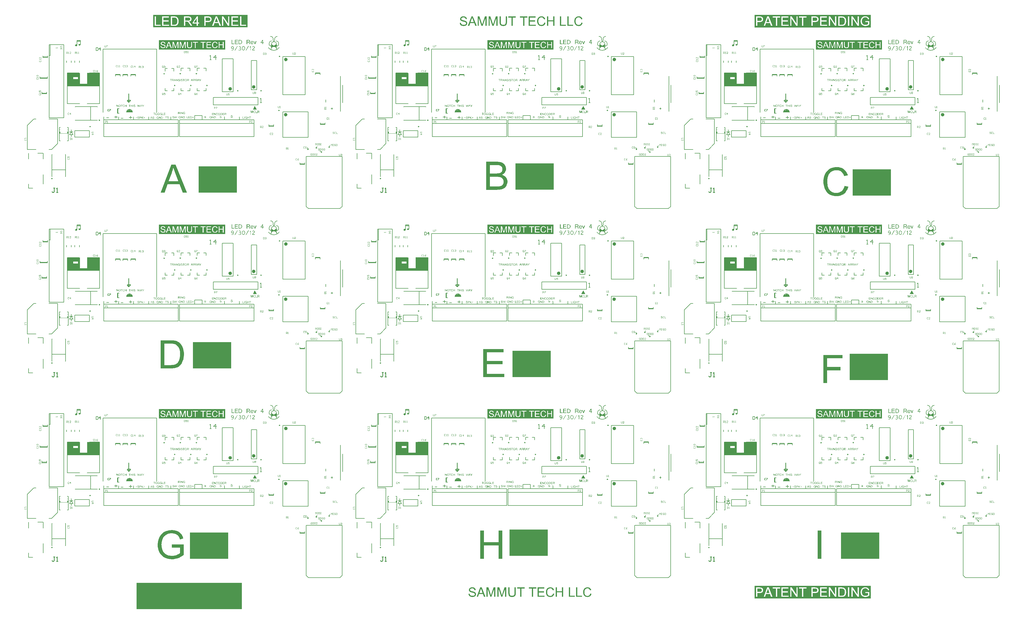
<source format=gto>
%FSAX24Y24*%
%MOIN*%
G70*
G01*
G75*
G04 Layer_Color=65535*
%ADD10C,0.0630*%
%ADD11R,0.0630X0.0709*%
G04:AMPARAMS|DCode=12|XSize=24mil|YSize=59.1mil|CornerRadius=0.6mil|HoleSize=0mil|Usage=FLASHONLY|Rotation=270.000|XOffset=0mil|YOffset=0mil|HoleType=Round|Shape=RoundedRectangle|*
%AMROUNDEDRECTD12*
21,1,0.0240,0.0579,0,0,270.0*
21,1,0.0228,0.0591,0,0,270.0*
1,1,0.0012,-0.0289,-0.0114*
1,1,0.0012,-0.0289,0.0114*
1,1,0.0012,0.0289,0.0114*
1,1,0.0012,0.0289,-0.0114*
%
%ADD12ROUNDEDRECTD12*%
G04:AMPARAMS|DCode=13|XSize=24mil|YSize=59.1mil|CornerRadius=0.6mil|HoleSize=0mil|Usage=FLASHONLY|Rotation=180.000|XOffset=0mil|YOffset=0mil|HoleType=Round|Shape=RoundedRectangle|*
%AMROUNDEDRECTD13*
21,1,0.0240,0.0579,0,0,180.0*
21,1,0.0228,0.0591,0,0,180.0*
1,1,0.0012,-0.0114,0.0289*
1,1,0.0012,0.0114,0.0289*
1,1,0.0012,0.0114,-0.0289*
1,1,0.0012,-0.0114,-0.0289*
%
%ADD13ROUNDEDRECTD13*%
%ADD14O,0.0217X0.0689*%
%ADD15O,0.0689X0.0217*%
%ADD16O,0.0787X0.0248*%
%ADD17O,0.0866X0.0236*%
%ADD18R,0.1417X0.0591*%
%ADD19R,0.1378X0.0669*%
%ADD20R,0.0669X0.0984*%
%ADD21R,0.0945X0.1024*%
%ADD22R,0.0591X0.0512*%
%ADD23R,0.0236X0.0453*%
%ADD24R,0.0709X0.0630*%
%ADD25O,0.0591X0.0236*%
%ADD26R,0.0512X0.0591*%
%ADD27R,0.1024X0.0945*%
%ADD28O,0.0236X0.0787*%
%ADD29R,0.1063X0.0630*%
%ADD30R,0.0472X0.1575*%
%ADD31C,0.0394*%
%ADD32C,0.0118*%
%ADD33C,0.0236*%
%ADD34C,0.0330*%
%ADD35C,0.0079*%
%ADD36C,0.0197*%
%ADD37C,0.0157*%
%ADD38R,0.0394X0.0394*%
%ADD39P,0.1114X4X270.0*%
%ADD40R,0.0945X0.0984*%
%ADD41C,0.1250*%
%ADD42O,0.0472X0.0984*%
%ADD43C,0.0600*%
%ADD44C,0.0700*%
%ADD45R,0.0700X0.0700*%
%ADD46C,0.0394*%
%ADD47C,0.1600*%
%ADD48R,0.0591X0.0591*%
%ADD49C,0.0591*%
%ADD50R,0.0500X0.0500*%
%ADD51C,0.0500*%
%ADD52C,0.0709*%
%ADD53C,0.0315*%
%ADD54C,0.0400*%
%ADD55R,0.6594X0.5118*%
%ADD56C,0.1650*%
%ADD57C,0.0636*%
%ADD58C,0.0597*%
G04:AMPARAMS|DCode=59|XSize=83.622mil|YSize=83.622mil|CornerRadius=0mil|HoleSize=0mil|Usage=FLASHONLY|Rotation=0.000|XOffset=0mil|YOffset=0mil|HoleType=Round|Shape=Relief|Width=10mil|Gap=10mil|Entries=4|*
%AMTHD59*
7,0,0,0.0836,0.0636,0.0100,45*
%
%ADD59THD59*%
G04:AMPARAMS|DCode=60|XSize=90mil|YSize=90mil|CornerRadius=0mil|HoleSize=0mil|Usage=FLASHONLY|Rotation=0.000|XOffset=0mil|YOffset=0mil|HoleType=Round|Shape=Relief|Width=10mil|Gap=10mil|Entries=4|*
%AMTHD60*
7,0,0,0.0900,0.0700,0.0100,45*
%
%ADD60THD60*%
%ADD61C,0.0754*%
G04:AMPARAMS|DCode=62|XSize=95.433mil|YSize=95.433mil|CornerRadius=0mil|HoleSize=0mil|Usage=FLASHONLY|Rotation=0.000|XOffset=0mil|YOffset=0mil|HoleType=Round|Shape=Relief|Width=10mil|Gap=10mil|Entries=4|*
%AMTHD62*
7,0,0,0.0954,0.0754,0.0100,45*
%
%ADD62THD62*%
G04:AMPARAMS|DCode=63|XSize=88mil|YSize=88mil|CornerRadius=0mil|HoleSize=0mil|Usage=FLASHONLY|Rotation=0.000|XOffset=0mil|YOffset=0mil|HoleType=Round|Shape=Relief|Width=10mil|Gap=10mil|Entries=4|*
%AMTHD63*
7,0,0,0.0880,0.0680,0.0100,45*
%
%ADD63THD63*%
%ADD64C,0.0680*%
%ADD65C,0.0872*%
%ADD66C,0.0518*%
G04:AMPARAMS|DCode=67|XSize=71.811mil|YSize=71.811mil|CornerRadius=0mil|HoleSize=0mil|Usage=FLASHONLY|Rotation=0.000|XOffset=0mil|YOffset=0mil|HoleType=Round|Shape=Relief|Width=10mil|Gap=10mil|Entries=4|*
%AMTHD67*
7,0,0,0.0718,0.0518,0.0100,45*
%
%ADD67THD67*%
%ADD68C,0.0787*%
%ADD69C,0.0295*%
%ADD70R,0.5118X0.3543*%
%ADD71R,1.4173X0.3543*%
%ADD72C,0.0098*%
%ADD73C,0.0050*%
%ADD74C,0.0080*%
%ADD75C,0.0039*%
%ADD76C,0.0059*%
%ADD77C,0.0100*%
%ADD78R,0.1715X0.0705*%
%ADD79R,0.0815X0.0830*%
%ADD80R,0.0910X0.0580*%
%ADD81R,0.0310X0.1160*%
%ADD82R,0.1673X0.1525*%
%ADD83R,0.4331X0.0320*%
%ADD84R,0.0810X0.0092*%
%ADD85R,0.0663X0.0165*%
%ADD86R,0.0744X0.0120*%
%ADD87R,0.0220X0.0200*%
%ADD88R,0.0040X0.0150*%
%ADD89R,0.0050X0.0230*%
%ADD90R,0.0040X0.0190*%
%ADD91R,0.0110X0.0200*%
%ADD92R,0.0070X0.0160*%
%ADD93R,0.0049X0.0126*%
G36*
X068599Y107266D02*
X068612D01*
X068647Y107263D01*
X068685Y107257D01*
X068725Y107248D01*
X068769Y107237D01*
X068809Y107223D01*
X068811D01*
X068814Y107221D01*
X068820Y107217D01*
X068827Y107213D01*
X068845Y107204D01*
X068869Y107188D01*
X068896Y107170D01*
X068924Y107146D01*
X068949Y107119D01*
X068973Y107088D01*
Y107086D01*
X068975Y107084D01*
X068978Y107079D01*
X068982Y107073D01*
X068991Y107055D01*
X069002Y107031D01*
X069015Y107002D01*
X069024Y106967D01*
X069033Y106931D01*
X069037Y106891D01*
X068876Y106878D01*
Y106880D01*
Y106884D01*
X068875Y106889D01*
X068873Y106898D01*
X068867Y106918D01*
X068860Y106946D01*
X068849Y106975D01*
X068833Y107004D01*
X068813Y107031D01*
X068787Y107057D01*
X068783Y107059D01*
X068774Y107066D01*
X068756Y107077D01*
X068732Y107088D01*
X068701Y107099D01*
X068665Y107110D01*
X068619Y107117D01*
X068568Y107119D01*
X068543D01*
X068532Y107117D01*
X068517Y107115D01*
X068485Y107111D01*
X068448Y107104D01*
X068412Y107095D01*
X068377Y107080D01*
X068363Y107071D01*
X068348Y107062D01*
X068344Y107060D01*
X068337Y107053D01*
X068326Y107040D01*
X068315Y107026D01*
X068302Y107006D01*
X068291Y106984D01*
X068284Y106958D01*
X068281Y106929D01*
Y106926D01*
Y106918D01*
X068282Y106906D01*
X068286Y106891D01*
X068291Y106873D01*
X068301Y106855D01*
X068312Y106836D01*
X068328Y106818D01*
X068330Y106816D01*
X068339Y106811D01*
X068346Y106805D01*
X068353Y106802D01*
X068364Y106796D01*
X068377Y106789D01*
X068394Y106783D01*
X068412Y106776D01*
X068432Y106769D01*
X068455Y106760D01*
X068481Y106752D01*
X068510Y106743D01*
X068543Y106736D01*
X068579Y106727D01*
X068581D01*
X068588Y106725D01*
X068599Y106723D01*
X068612Y106720D01*
X068629Y106716D01*
X068649Y106711D01*
X068669Y106705D01*
X068690Y106700D01*
X068738Y106687D01*
X068783Y106674D01*
X068805Y106667D01*
X068825Y106660D01*
X068844Y106654D01*
X068858Y106647D01*
X068860D01*
X068864Y106645D01*
X068869Y106641D01*
X068876Y106638D01*
X068896Y106627D01*
X068920Y106612D01*
X068947Y106592D01*
X068975Y106570D01*
X069000Y106545D01*
X069022Y106517D01*
X069024Y106514D01*
X069031Y106505D01*
X069039Y106488D01*
X069049Y106466D01*
X069059Y106441D01*
X069068Y106410D01*
X069073Y106375D01*
X069075Y106339D01*
Y106337D01*
Y106335D01*
Y106330D01*
Y106322D01*
X069071Y106302D01*
X069068Y106277D01*
X069060Y106248D01*
X069051Y106217D01*
X069037Y106184D01*
X069017Y106149D01*
Y106148D01*
X069015Y106146D01*
X069006Y106135D01*
X068993Y106118D01*
X068975Y106100D01*
X068951Y106078D01*
X068922Y106055D01*
X068889Y106033D01*
X068851Y106013D01*
X068849D01*
X068845Y106011D01*
X068840Y106009D01*
X068833Y106005D01*
X068822Y106002D01*
X068809Y105996D01*
X068780Y105989D01*
X068745Y105980D01*
X068703Y105971D01*
X068658Y105965D01*
X068608Y105964D01*
X068579D01*
X068565Y105965D01*
X068548D01*
X068530Y105967D01*
X068508Y105969D01*
X068463Y105976D01*
X068415Y105984D01*
X068368Y105996D01*
X068322Y106013D01*
X068321D01*
X068317Y106015D01*
X068312Y106018D01*
X068304Y106022D01*
X068282Y106033D01*
X068257Y106049D01*
X068228Y106071D01*
X068197Y106097D01*
X068168Y106128D01*
X068140Y106162D01*
Y106164D01*
X068137Y106168D01*
X068135Y106173D01*
X068129Y106180D01*
X068126Y106189D01*
X068120Y106200D01*
X068107Y106228D01*
X068095Y106262D01*
X068084Y106301D01*
X068076Y106344D01*
X068073Y106390D01*
X068230Y106404D01*
Y106403D01*
Y106401D01*
X068231Y106395D01*
Y106388D01*
X068235Y106372D01*
X068240Y106348D01*
X068248Y106324D01*
X068255Y106297D01*
X068268Y106271D01*
X068281Y106248D01*
X068282Y106246D01*
X068288Y106239D01*
X068297Y106226D01*
X068312Y106213D01*
X068330Y106197D01*
X068350Y106180D01*
X068377Y106164D01*
X068406Y106149D01*
X068408D01*
X068410Y106148D01*
X068415Y106146D01*
X068421Y106144D01*
X068439Y106138D01*
X068463Y106131D01*
X068492Y106124D01*
X068525Y106118D01*
X068561Y106115D01*
X068601Y106113D01*
X068618D01*
X068636Y106115D01*
X068658Y106117D01*
X068683Y106120D01*
X068712Y106124D01*
X068742Y106131D01*
X068769Y106140D01*
X068772Y106142D01*
X068782Y106146D01*
X068794Y106153D01*
X068811Y106160D01*
X068827Y106173D01*
X068845Y106186D01*
X068864Y106200D01*
X068878Y106219D01*
X068880Y106220D01*
X068884Y106228D01*
X068889Y106237D01*
X068896Y106251D01*
X068904Y106266D01*
X068909Y106284D01*
X068913Y106304D01*
X068915Y106326D01*
Y106328D01*
Y106337D01*
X068913Y106348D01*
X068911Y106363D01*
X068905Y106377D01*
X068900Y106395D01*
X068891Y106414D01*
X068878Y106430D01*
X068876Y106432D01*
X068871Y106437D01*
X068864Y106445D01*
X068851Y106456D01*
X068836Y106466D01*
X068816Y106479D01*
X068793Y106492D01*
X068765Y106503D01*
X068763Y106505D01*
X068754Y106507D01*
X068740Y106512D01*
X068731Y106514D01*
X068718Y106517D01*
X068705Y106523D01*
X068689Y106527D01*
X068670Y106532D01*
X068649Y106538D01*
X068627Y106543D01*
X068601Y106550D01*
X068572Y106558D01*
X068541Y106565D01*
X068539D01*
X068534Y106567D01*
X068525Y106568D01*
X068514Y106572D01*
X068499Y106576D01*
X068483Y106579D01*
X068446Y106590D01*
X068406Y106603D01*
X068364Y106616D01*
X068328Y106629D01*
X068312Y106636D01*
X068297Y106643D01*
X068295D01*
X068293Y106645D01*
X068282Y106652D01*
X068266Y106661D01*
X068248Y106676D01*
X068226Y106692D01*
X068204Y106712D01*
X068182Y106736D01*
X068164Y106762D01*
X068162Y106765D01*
X068157Y106774D01*
X068149Y106789D01*
X068142Y106807D01*
X068135Y106831D01*
X068127Y106858D01*
X068122Y106887D01*
X068120Y106918D01*
Y106920D01*
Y106922D01*
Y106927D01*
Y106935D01*
X068124Y106953D01*
X068127Y106977D01*
X068133Y107004D01*
X068142Y107035D01*
X068155Y107066D01*
X068173Y107097D01*
Y107099D01*
X068175Y107100D01*
X068184Y107111D01*
X068197Y107126D01*
X068213Y107144D01*
X068235Y107164D01*
X068262Y107186D01*
X068295Y107206D01*
X068332Y107224D01*
X068333D01*
X068337Y107226D01*
X068342Y107228D01*
X068350Y107232D01*
X068359Y107235D01*
X068372Y107239D01*
X068399Y107246D01*
X068434Y107254D01*
X068474Y107261D01*
X068516Y107266D01*
X068563Y107268D01*
X068587D01*
X068599Y107266D01*
D02*
G37*
G36*
X084077D02*
X084094Y107264D01*
X084114Y107263D01*
X084134Y107261D01*
X084157Y107255D01*
X084207Y107244D01*
X084261Y107228D01*
X084289Y107217D01*
X084314Y107204D01*
X084340Y107188D01*
X084365Y107172D01*
X084367Y107170D01*
X084371Y107168D01*
X084378Y107162D01*
X084387Y107153D01*
X084396Y107144D01*
X084409Y107131D01*
X084422Y107117D01*
X084436Y107102D01*
X084451Y107084D01*
X084465Y107062D01*
X084482Y107040D01*
X084496Y107017D01*
X084509Y106989D01*
X084524Y106962D01*
X084535Y106933D01*
X084546Y106900D01*
X084382Y106862D01*
Y106864D01*
X084380Y106867D01*
X084376Y106875D01*
X084372Y106884D01*
X084369Y106895D01*
X084363Y106909D01*
X084349Y106938D01*
X084331Y106971D01*
X084309Y107004D01*
X084281Y107035D01*
X084252Y107062D01*
X084249Y107066D01*
X084238Y107073D01*
X084219Y107082D01*
X084196Y107095D01*
X084165Y107106D01*
X084130Y107117D01*
X084088Y107124D01*
X084043Y107126D01*
X084028D01*
X084019Y107124D01*
X084006D01*
X083992Y107122D01*
X083957Y107117D01*
X083919Y107110D01*
X083879Y107097D01*
X083837Y107079D01*
X083799Y107055D01*
X083797D01*
X083795Y107051D01*
X083782Y107042D01*
X083766Y107028D01*
X083746Y107006D01*
X083722Y106978D01*
X083700Y106947D01*
X083680Y106909D01*
X083662Y106867D01*
Y106865D01*
X083660Y106862D01*
X083658Y106856D01*
X083656Y106847D01*
X083653Y106836D01*
X083649Y106824D01*
X083644Y106793D01*
X083636Y106756D01*
X083629Y106716D01*
X083625Y106672D01*
X083624Y106625D01*
Y106623D01*
Y106618D01*
Y106609D01*
Y106598D01*
X083625Y106585D01*
Y106568D01*
X083627Y106550D01*
X083629Y106530D01*
X083635Y106486D01*
X083644Y106439D01*
X083655Y106392D01*
X083669Y106344D01*
Y106343D01*
X083671Y106339D01*
X083675Y106333D01*
X083678Y106324D01*
X083689Y106302D01*
X083706Y106277D01*
X083726Y106248D01*
X083751Y106217D01*
X083780Y106189D01*
X083815Y106164D01*
X083817D01*
X083820Y106162D01*
X083826Y106159D01*
X083833Y106155D01*
X083842Y106151D01*
X083853Y106146D01*
X083879Y106135D01*
X083911Y106124D01*
X083948Y106115D01*
X083988Y106108D01*
X084030Y106106D01*
X084043D01*
X084054Y106108D01*
X084066D01*
X084079Y106109D01*
X084112Y106117D01*
X084150Y106126D01*
X084188Y106140D01*
X084229Y106160D01*
X084249Y106171D01*
X084267Y106186D01*
X084269Y106188D01*
X084270Y106189D01*
X084276Y106195D01*
X084283Y106200D01*
X084290Y106210D01*
X084300Y106220D01*
X084311Y106231D01*
X084320Y106246D01*
X084331Y106262D01*
X084343Y106281D01*
X084354Y106299D01*
X084365Y106321D01*
X084374Y106344D01*
X084383Y106370D01*
X084392Y106397D01*
X084400Y106426D01*
X084567Y106384D01*
Y106383D01*
X084566Y106375D01*
X084562Y106364D01*
X084556Y106350D01*
X084551Y106333D01*
X084544Y106313D01*
X084535Y106292D01*
X084524Y106268D01*
X084498Y106217D01*
X084465Y106166D01*
X084445Y106140D01*
X084425Y106115D01*
X084403Y106093D01*
X084378Y106071D01*
X084376Y106069D01*
X084372Y106066D01*
X084363Y106062D01*
X084354Y106055D01*
X084340Y106046D01*
X084325Y106036D01*
X084305Y106027D01*
X084285Y106018D01*
X084261Y106007D01*
X084236Y105998D01*
X084208Y105989D01*
X084179Y105980D01*
X084148Y105973D01*
X084116Y105969D01*
X084081Y105965D01*
X084044Y105964D01*
X084024D01*
X084010Y105965D01*
X083993D01*
X083973Y105967D01*
X083952Y105971D01*
X083926Y105975D01*
X083873Y105984D01*
X083819Y105998D01*
X083764Y106018D01*
X083738Y106031D01*
X083713Y106046D01*
X083711Y106047D01*
X083707Y106049D01*
X083700Y106055D01*
X083693Y106062D01*
X083682Y106069D01*
X083669Y106080D01*
X083655Y106093D01*
X083640Y106108D01*
X083625Y106124D01*
X083609Y106140D01*
X083576Y106182D01*
X083545Y106231D01*
X083518Y106286D01*
Y106288D01*
X083514Y106293D01*
X083512Y106302D01*
X083507Y106313D01*
X083503Y106328D01*
X083498Y106346D01*
X083491Y106366D01*
X083485Y106388D01*
X083480Y106412D01*
X083472Y106439D01*
X083463Y106496D01*
X083456Y106559D01*
X083452Y106625D01*
Y106627D01*
Y106634D01*
Y106645D01*
X083454Y106658D01*
Y106676D01*
X083456Y106694D01*
X083458Y106718D01*
X083461Y106742D01*
X083471Y106794D01*
X083483Y106853D01*
X083502Y106911D01*
X083527Y106967D01*
X083529Y106969D01*
X083531Y106975D01*
X083534Y106982D01*
X083542Y106991D01*
X083549Y107004D01*
X083558Y107019D01*
X083582Y107051D01*
X083613Y107088D01*
X083649Y107124D01*
X083691Y107161D01*
X083740Y107192D01*
X083742Y107193D01*
X083748Y107195D01*
X083755Y107199D01*
X083764Y107204D01*
X083778Y107210D01*
X083793Y107215D01*
X083811Y107223D01*
X083831Y107230D01*
X083853Y107237D01*
X083877Y107244D01*
X083928Y107255D01*
X083986Y107264D01*
X084046Y107268D01*
X084065D01*
X084077Y107266D01*
D02*
G37*
G36*
X071526Y029214D02*
X071336D01*
X071189Y029596D01*
X070661D01*
X070524Y029214D01*
X070347D01*
X070828Y030475D01*
X071010D01*
X071526Y029214D01*
D02*
G37*
G36*
X078340Y030325D02*
X077925D01*
Y029214D01*
X077757D01*
Y030325D01*
X077342D01*
Y030475D01*
X078340D01*
Y030325D01*
D02*
G37*
G36*
X076773D02*
X076358D01*
Y029214D01*
X076190D01*
Y030325D01*
X075775D01*
Y030475D01*
X076773D01*
Y030325D01*
D02*
G37*
G36*
X073145Y105985D02*
X072985D01*
Y107040D01*
X072617Y105985D01*
X072467D01*
X072103Y107059D01*
Y105985D01*
X071943D01*
Y107246D01*
X072192D01*
X072491Y106352D01*
Y106350D01*
X072493Y106346D01*
X072495Y106341D01*
X072498Y106332D01*
X072506Y106310D01*
X072515Y106282D01*
X072524Y106251D01*
X072535Y106220D01*
X072544Y106191D01*
X072551Y106166D01*
X072553Y106169D01*
X072555Y106179D01*
X072560Y106195D01*
X072568Y106217D01*
X072577Y106246D01*
X072590Y106281D01*
X072602Y106321D01*
X072619Y106368D01*
X072921Y107246D01*
X073145D01*
Y105985D01*
D02*
G37*
G36*
X071677D02*
X071516D01*
Y107040D01*
X071148Y105985D01*
X070999D01*
X070635Y107059D01*
Y105985D01*
X070474D01*
Y107246D01*
X070724D01*
X071023Y106352D01*
Y106350D01*
X071024Y106346D01*
X071026Y106341D01*
X071030Y106332D01*
X071037Y106310D01*
X071046Y106282D01*
X071055Y106251D01*
X071066Y106220D01*
X071075Y106191D01*
X071083Y106166D01*
X071085Y106169D01*
X071086Y106179D01*
X071092Y106195D01*
X071099Y106217D01*
X071108Y106246D01*
X071121Y106281D01*
X071134Y106321D01*
X071150Y106368D01*
X071453Y107246D01*
X071677D01*
Y105985D01*
D02*
G37*
G36*
X069781Y030495D02*
X069793D01*
X069828Y030491D01*
X069866Y030486D01*
X069906Y030476D01*
X069950Y030465D01*
X069990Y030451D01*
X069992D01*
X069995Y030449D01*
X070001Y030445D01*
X070008Y030442D01*
X070026Y030433D01*
X070050Y030416D01*
X070077Y030398D01*
X070105Y030374D01*
X070130Y030347D01*
X070154Y030316D01*
Y030314D01*
X070156Y030312D01*
X070159Y030307D01*
X070163Y030302D01*
X070172Y030283D01*
X070183Y030260D01*
X070196Y030230D01*
X070205Y030196D01*
X070214Y030159D01*
X070218Y030119D01*
X070057Y030107D01*
Y030108D01*
Y030112D01*
X070056Y030117D01*
X070054Y030127D01*
X070048Y030147D01*
X070041Y030174D01*
X070030Y030203D01*
X070014Y030232D01*
X069994Y030260D01*
X069968Y030285D01*
X069965Y030287D01*
X069955Y030294D01*
X069937Y030305D01*
X069914Y030316D01*
X069883Y030327D01*
X069846Y030338D01*
X069801Y030345D01*
X069750Y030347D01*
X069724D01*
X069713Y030345D01*
X069699Y030343D01*
X069666Y030340D01*
X069629Y030332D01*
X069593Y030323D01*
X069558Y030309D01*
X069544Y030300D01*
X069529Y030291D01*
X069525Y030289D01*
X069518Y030281D01*
X069507Y030269D01*
X069496Y030254D01*
X069484Y030234D01*
X069473Y030212D01*
X069465Y030187D01*
X069462Y030158D01*
Y030154D01*
Y030147D01*
X069463Y030134D01*
X069467Y030119D01*
X069473Y030101D01*
X069482Y030083D01*
X069493Y030065D01*
X069509Y030046D01*
X069511Y030045D01*
X069520Y030039D01*
X069527Y030034D01*
X069535Y030030D01*
X069545Y030025D01*
X069558Y030017D01*
X069575Y030012D01*
X069593Y030005D01*
X069613Y029997D01*
X069637Y029988D01*
X069662Y029981D01*
X069691Y029972D01*
X069724Y029964D01*
X069760Y029955D01*
X069762D01*
X069770Y029954D01*
X069781Y029952D01*
X069793Y029948D01*
X069810Y029944D01*
X069830Y029939D01*
X069850Y029933D01*
X069872Y029928D01*
X069919Y029915D01*
X069965Y029902D01*
X069986Y029895D01*
X070006Y029888D01*
X070025Y029882D01*
X070039Y029875D01*
X070041D01*
X070045Y029873D01*
X070050Y029870D01*
X070057Y029866D01*
X070077Y029855D01*
X070101Y029841D01*
X070128Y029820D01*
X070156Y029799D01*
X070181Y029773D01*
X070203Y029746D01*
X070205Y029742D01*
X070212Y029733D01*
X070220Y029717D01*
X070231Y029695D01*
X070240Y029669D01*
X070249Y029638D01*
X070254Y029604D01*
X070256Y029567D01*
Y029565D01*
Y029564D01*
Y029558D01*
Y029551D01*
X070252Y029531D01*
X070249Y029505D01*
X070241Y029476D01*
X070232Y029445D01*
X070218Y029412D01*
X070198Y029378D01*
Y029376D01*
X070196Y029374D01*
X070187Y029363D01*
X070174Y029347D01*
X070156Y029329D01*
X070132Y029307D01*
X070103Y029283D01*
X070070Y029261D01*
X070032Y029241D01*
X070030D01*
X070026Y029239D01*
X070021Y029237D01*
X070014Y029234D01*
X070003Y029230D01*
X069990Y029225D01*
X069961Y029217D01*
X069926Y029208D01*
X069884Y029199D01*
X069839Y029194D01*
X069790Y029192D01*
X069760D01*
X069746Y029194D01*
X069729D01*
X069711Y029196D01*
X069689Y029197D01*
X069644Y029205D01*
X069596Y029212D01*
X069549Y029225D01*
X069504Y029241D01*
X069502D01*
X069498Y029243D01*
X069493Y029247D01*
X069485Y029250D01*
X069463Y029261D01*
X069438Y029278D01*
X069409Y029299D01*
X069378Y029325D01*
X069349Y029356D01*
X069321Y029391D01*
Y029392D01*
X069318Y029396D01*
X069316Y029401D01*
X069310Y029409D01*
X069307Y029418D01*
X069301Y029429D01*
X069289Y029456D01*
X069276Y029491D01*
X069265Y029529D01*
X069258Y029573D01*
X069254Y029618D01*
X069411Y029633D01*
Y029631D01*
Y029629D01*
X069412Y029624D01*
Y029616D01*
X069416Y029600D01*
X069422Y029576D01*
X069429Y029553D01*
X069436Y029525D01*
X069449Y029500D01*
X069462Y029476D01*
X069463Y029474D01*
X069469Y029467D01*
X069478Y029454D01*
X069493Y029442D01*
X069511Y029425D01*
X069531Y029409D01*
X069558Y029392D01*
X069587Y029378D01*
X069589D01*
X069591Y029376D01*
X069596Y029374D01*
X069602Y029372D01*
X069620Y029367D01*
X069644Y029360D01*
X069673Y029352D01*
X069706Y029347D01*
X069742Y029343D01*
X069782Y029341D01*
X069799D01*
X069817Y029343D01*
X069839Y029345D01*
X069864Y029349D01*
X069893Y029352D01*
X069923Y029360D01*
X069950Y029369D01*
X069954Y029370D01*
X069963Y029374D01*
X069975Y029381D01*
X069992Y029389D01*
X070008Y029401D01*
X070026Y029414D01*
X070045Y029429D01*
X070059Y029447D01*
X070061Y029449D01*
X070065Y029456D01*
X070070Y029465D01*
X070077Y029480D01*
X070085Y029494D01*
X070090Y029513D01*
X070094Y029533D01*
X070096Y029554D01*
Y029556D01*
Y029565D01*
X070094Y029576D01*
X070092Y029591D01*
X070087Y029606D01*
X070081Y029624D01*
X070072Y029642D01*
X070059Y029658D01*
X070057Y029660D01*
X070052Y029666D01*
X070045Y029673D01*
X070032Y029684D01*
X070017Y029695D01*
X069997Y029708D01*
X069974Y029720D01*
X069946Y029731D01*
X069944Y029733D01*
X069935Y029735D01*
X069921Y029740D01*
X069912Y029742D01*
X069899Y029746D01*
X069886Y029751D01*
X069870Y029755D01*
X069852Y029760D01*
X069830Y029766D01*
X069808Y029771D01*
X069782Y029779D01*
X069753Y029786D01*
X069722Y029793D01*
X069720D01*
X069715Y029795D01*
X069706Y029797D01*
X069695Y029800D01*
X069680Y029804D01*
X069664Y029808D01*
X069627Y029819D01*
X069587Y029831D01*
X069545Y029844D01*
X069509Y029857D01*
X069493Y029864D01*
X069478Y029872D01*
X069476D01*
X069474Y029873D01*
X069463Y029881D01*
X069447Y029890D01*
X069429Y029904D01*
X069407Y029921D01*
X069385Y029941D01*
X069363Y029964D01*
X069345Y029990D01*
X069343Y029994D01*
X069338Y030003D01*
X069330Y030017D01*
X069323Y030036D01*
X069316Y030059D01*
X069309Y030087D01*
X069303Y030116D01*
X069301Y030147D01*
Y030148D01*
Y030150D01*
Y030156D01*
Y030163D01*
X069305Y030181D01*
X069309Y030205D01*
X069314Y030232D01*
X069323Y030263D01*
X069336Y030294D01*
X069354Y030325D01*
Y030327D01*
X069356Y030329D01*
X069365Y030340D01*
X069378Y030354D01*
X069394Y030373D01*
X069416Y030393D01*
X069443Y030414D01*
X069476Y030435D01*
X069513Y030453D01*
X069514D01*
X069518Y030455D01*
X069524Y030456D01*
X069531Y030460D01*
X069540Y030464D01*
X069553Y030467D01*
X069580Y030475D01*
X069615Y030482D01*
X069655Y030489D01*
X069697Y030495D01*
X069744Y030496D01*
X069768D01*
X069781Y030495D01*
D02*
G37*
G36*
X079083Y107266D02*
X079100Y107264D01*
X079120Y107263D01*
X079140Y107261D01*
X079163Y107255D01*
X079213Y107244D01*
X079267Y107228D01*
X079295Y107217D01*
X079320Y107204D01*
X079346Y107188D01*
X079371Y107172D01*
X079373Y107170D01*
X079377Y107168D01*
X079384Y107162D01*
X079393Y107153D01*
X079402Y107144D01*
X079415Y107131D01*
X079428Y107117D01*
X079442Y107102D01*
X079457Y107084D01*
X079471Y107062D01*
X079488Y107040D01*
X079502Y107017D01*
X079515Y106989D01*
X079530Y106962D01*
X079541Y106933D01*
X079551Y106900D01*
X079387Y106862D01*
Y106864D01*
X079386Y106867D01*
X079382Y106875D01*
X079378Y106884D01*
X079375Y106895D01*
X079369Y106909D01*
X079355Y106938D01*
X079336Y106971D01*
X079315Y107004D01*
X079287Y107035D01*
X079258Y107062D01*
X079254Y107066D01*
X079244Y107073D01*
X079225Y107082D01*
X079202Y107095D01*
X079171Y107106D01*
X079136Y107117D01*
X079094Y107124D01*
X079049Y107126D01*
X079034D01*
X079025Y107124D01*
X079012D01*
X078998Y107122D01*
X078963Y107117D01*
X078925Y107110D01*
X078885Y107097D01*
X078843Y107079D01*
X078804Y107055D01*
X078803D01*
X078801Y107051D01*
X078788Y107042D01*
X078772Y107028D01*
X078752Y107006D01*
X078728Y106978D01*
X078706Y106947D01*
X078686Y106909D01*
X078668Y106867D01*
Y106865D01*
X078666Y106862D01*
X078664Y106856D01*
X078662Y106847D01*
X078659Y106836D01*
X078655Y106824D01*
X078650Y106793D01*
X078642Y106756D01*
X078635Y106716D01*
X078631Y106672D01*
X078629Y106625D01*
Y106623D01*
Y106618D01*
Y106609D01*
Y106598D01*
X078631Y106585D01*
Y106568D01*
X078633Y106550D01*
X078635Y106530D01*
X078640Y106486D01*
X078650Y106439D01*
X078660Y106392D01*
X078675Y106344D01*
Y106343D01*
X078677Y106339D01*
X078681Y106333D01*
X078684Y106324D01*
X078695Y106302D01*
X078711Y106277D01*
X078732Y106248D01*
X078757Y106217D01*
X078786Y106189D01*
X078821Y106164D01*
X078823D01*
X078826Y106162D01*
X078832Y106159D01*
X078839Y106155D01*
X078848Y106151D01*
X078859Y106146D01*
X078885Y106135D01*
X078917Y106124D01*
X078954Y106115D01*
X078994Y106108D01*
X079036Y106106D01*
X079049D01*
X079059Y106108D01*
X079072D01*
X079085Y106109D01*
X079118Y106117D01*
X079156Y106126D01*
X079194Y106140D01*
X079234Y106160D01*
X079254Y106171D01*
X079273Y106186D01*
X079274Y106188D01*
X079276Y106189D01*
X079282Y106195D01*
X079289Y106200D01*
X079296Y106210D01*
X079305Y106220D01*
X079316Y106231D01*
X079326Y106246D01*
X079336Y106262D01*
X079349Y106281D01*
X079360Y106299D01*
X079371Y106321D01*
X079380Y106344D01*
X079389Y106370D01*
X079398Y106397D01*
X079406Y106426D01*
X079573Y106384D01*
Y106383D01*
X079571Y106375D01*
X079568Y106364D01*
X079562Y106350D01*
X079557Y106333D01*
X079550Y106313D01*
X079541Y106292D01*
X079530Y106268D01*
X079504Y106217D01*
X079471Y106166D01*
X079451Y106140D01*
X079431Y106115D01*
X079409Y106093D01*
X079384Y106071D01*
X079382Y106069D01*
X079378Y106066D01*
X079369Y106062D01*
X079360Y106055D01*
X079346Y106046D01*
X079331Y106036D01*
X079311Y106027D01*
X079291Y106018D01*
X079267Y106007D01*
X079242Y105998D01*
X079214Y105989D01*
X079185Y105980D01*
X079154Y105973D01*
X079121Y105969D01*
X079087Y105965D01*
X079050Y105964D01*
X079030D01*
X079016Y105965D01*
X078999D01*
X078979Y105967D01*
X078957Y105971D01*
X078932Y105975D01*
X078879Y105984D01*
X078824Y105998D01*
X078770Y106018D01*
X078744Y106031D01*
X078719Y106046D01*
X078717Y106047D01*
X078713Y106049D01*
X078706Y106055D01*
X078699Y106062D01*
X078688Y106069D01*
X078675Y106080D01*
X078660Y106093D01*
X078646Y106108D01*
X078631Y106124D01*
X078615Y106140D01*
X078582Y106182D01*
X078551Y106231D01*
X078524Y106286D01*
Y106288D01*
X078520Y106293D01*
X078518Y106302D01*
X078513Y106313D01*
X078509Y106328D01*
X078504Y106346D01*
X078496Y106366D01*
X078491Y106388D01*
X078486Y106412D01*
X078478Y106439D01*
X078469Y106496D01*
X078462Y106559D01*
X078458Y106625D01*
Y106627D01*
Y106634D01*
Y106645D01*
X078460Y106658D01*
Y106676D01*
X078462Y106694D01*
X078464Y106718D01*
X078467Y106742D01*
X078476Y106794D01*
X078489Y106853D01*
X078507Y106911D01*
X078533Y106967D01*
X078535Y106969D01*
X078537Y106975D01*
X078540Y106982D01*
X078548Y106991D01*
X078555Y107004D01*
X078564Y107019D01*
X078588Y107051D01*
X078619Y107088D01*
X078655Y107124D01*
X078697Y107161D01*
X078746Y107192D01*
X078748Y107193D01*
X078753Y107195D01*
X078761Y107199D01*
X078770Y107204D01*
X078784Y107210D01*
X078799Y107215D01*
X078817Y107223D01*
X078837Y107230D01*
X078859Y107237D01*
X078883Y107244D01*
X078934Y107255D01*
X078992Y107264D01*
X079052Y107268D01*
X079070D01*
X079083Y107266D01*
D02*
G37*
G36*
X080772Y105985D02*
X080605D01*
Y106579D01*
X079952D01*
Y105985D01*
X079785D01*
Y107246D01*
X079952D01*
Y106729D01*
X080605D01*
Y107246D01*
X080772D01*
Y105985D01*
D02*
G37*
G36*
X074326Y029214D02*
X074166D01*
Y030269D01*
X073798Y029214D01*
X073649D01*
X073284Y030287D01*
Y029214D01*
X073124D01*
Y030475D01*
X073373D01*
X073672Y029580D01*
Y029578D01*
X073674Y029575D01*
X073676Y029569D01*
X073680Y029560D01*
X073687Y029538D01*
X073696Y029511D01*
X073705Y029480D01*
X073716Y029449D01*
X073725Y029420D01*
X073732Y029394D01*
X073734Y029398D01*
X073736Y029407D01*
X073742Y029423D01*
X073749Y029445D01*
X073758Y029474D01*
X073771Y029509D01*
X073783Y029549D01*
X073800Y029596D01*
X074102Y030475D01*
X074326D01*
Y029214D01*
D02*
G37*
G36*
X072858D02*
X072698D01*
Y030269D01*
X072329Y029214D01*
X072180D01*
X071816Y030287D01*
Y029214D01*
X071655D01*
Y030475D01*
X071905D01*
X072204Y029580D01*
Y029578D01*
X072206Y029575D01*
X072207Y029569D01*
X072211Y029560D01*
X072218Y029538D01*
X072227Y029511D01*
X072237Y029480D01*
X072247Y029449D01*
X072257Y029420D01*
X072264Y029394D01*
X072266Y029398D01*
X072268Y029407D01*
X072273Y029423D01*
X072280Y029445D01*
X072289Y029474D01*
X072302Y029509D01*
X072315Y029549D01*
X072331Y029596D01*
X072634Y030475D01*
X072858D01*
Y029214D01*
D02*
G37*
G36*
X085258Y030495D02*
X085275Y030493D01*
X085295Y030491D01*
X085315Y030489D01*
X085339Y030484D01*
X085388Y030473D01*
X085442Y030456D01*
X085470Y030445D01*
X085495Y030433D01*
X085521Y030416D01*
X085546Y030400D01*
X085548Y030398D01*
X085552Y030396D01*
X085559Y030391D01*
X085568Y030382D01*
X085577Y030373D01*
X085590Y030360D01*
X085603Y030345D01*
X085617Y030331D01*
X085632Y030312D01*
X085646Y030291D01*
X085663Y030269D01*
X085677Y030245D01*
X085690Y030218D01*
X085705Y030190D01*
X085716Y030161D01*
X085727Y030128D01*
X085563Y030090D01*
Y030092D01*
X085561Y030096D01*
X085557Y030103D01*
X085554Y030112D01*
X085550Y030123D01*
X085544Y030138D01*
X085530Y030167D01*
X085512Y030199D01*
X085490Y030232D01*
X085462Y030263D01*
X085433Y030291D01*
X085430Y030294D01*
X085419Y030302D01*
X085400Y030311D01*
X085377Y030323D01*
X085346Y030334D01*
X085311Y030345D01*
X085269Y030353D01*
X085224Y030354D01*
X085209D01*
X085200Y030353D01*
X085187D01*
X085173Y030351D01*
X085138Y030345D01*
X085100Y030338D01*
X085060Y030325D01*
X085018Y030307D01*
X084980Y030283D01*
X084978D01*
X084976Y030280D01*
X084963Y030271D01*
X084947Y030256D01*
X084927Y030234D01*
X084903Y030207D01*
X084881Y030176D01*
X084861Y030138D01*
X084843Y030096D01*
Y030094D01*
X084841Y030090D01*
X084839Y030085D01*
X084838Y030076D01*
X084834Y030065D01*
X084830Y030052D01*
X084825Y030021D01*
X084817Y029984D01*
X084810Y029944D01*
X084807Y029901D01*
X084805Y029853D01*
Y029851D01*
Y029846D01*
Y029837D01*
Y029826D01*
X084807Y029813D01*
Y029797D01*
X084808Y029779D01*
X084810Y029759D01*
X084816Y029715D01*
X084825Y029667D01*
X084836Y029620D01*
X084850Y029573D01*
Y029571D01*
X084852Y029567D01*
X084856Y029562D01*
X084859Y029553D01*
X084870Y029531D01*
X084887Y029505D01*
X084907Y029476D01*
X084932Y029445D01*
X084961Y029418D01*
X084996Y029392D01*
X084998D01*
X085001Y029391D01*
X085007Y029387D01*
X085014Y029383D01*
X085023Y029380D01*
X085034Y029374D01*
X085060Y029363D01*
X085093Y029352D01*
X085129Y029343D01*
X085169Y029336D01*
X085211Y029334D01*
X085224D01*
X085235Y029336D01*
X085247D01*
X085260Y029338D01*
X085293Y029345D01*
X085331Y029354D01*
X085370Y029369D01*
X085410Y029389D01*
X085430Y029400D01*
X085448Y029414D01*
X085450Y029416D01*
X085452Y029418D01*
X085457Y029423D01*
X085464Y029429D01*
X085472Y029438D01*
X085481Y029449D01*
X085492Y029460D01*
X085501Y029474D01*
X085512Y029491D01*
X085524Y029509D01*
X085535Y029527D01*
X085546Y029549D01*
X085555Y029573D01*
X085564Y029598D01*
X085574Y029626D01*
X085581Y029655D01*
X085749Y029613D01*
Y029611D01*
X085747Y029604D01*
X085743Y029593D01*
X085738Y029578D01*
X085732Y029562D01*
X085725Y029542D01*
X085716Y029520D01*
X085705Y029496D01*
X085679Y029445D01*
X085646Y029394D01*
X085626Y029369D01*
X085606Y029343D01*
X085585Y029321D01*
X085559Y029299D01*
X085557Y029298D01*
X085554Y029294D01*
X085544Y029290D01*
X085535Y029283D01*
X085521Y029274D01*
X085506Y029265D01*
X085486Y029256D01*
X085466Y029247D01*
X085442Y029236D01*
X085417Y029227D01*
X085390Y029217D01*
X085360Y029208D01*
X085329Y029201D01*
X085297Y029197D01*
X085262Y029194D01*
X085226Y029192D01*
X085206D01*
X085191Y029194D01*
X085175D01*
X085155Y029196D01*
X085133Y029199D01*
X085107Y029203D01*
X085054Y029212D01*
X085000Y029227D01*
X084945Y029247D01*
X084919Y029259D01*
X084894Y029274D01*
X084892Y029276D01*
X084889Y029278D01*
X084881Y029283D01*
X084874Y029290D01*
X084863Y029298D01*
X084850Y029309D01*
X084836Y029321D01*
X084821Y029336D01*
X084807Y029352D01*
X084790Y029369D01*
X084757Y029411D01*
X084726Y029460D01*
X084699Y029514D01*
Y029516D01*
X084695Y029522D01*
X084694Y029531D01*
X084688Y029542D01*
X084684Y029556D01*
X084679Y029575D01*
X084672Y029595D01*
X084666Y029616D01*
X084661Y029640D01*
X084653Y029667D01*
X084644Y029724D01*
X084637Y029788D01*
X084633Y029853D01*
Y029855D01*
Y029862D01*
Y029873D01*
X084635Y029886D01*
Y029904D01*
X084637Y029923D01*
X084639Y029946D01*
X084643Y029970D01*
X084652Y030023D01*
X084664Y030081D01*
X084683Y030139D01*
X084708Y030196D01*
X084710Y030198D01*
X084712Y030203D01*
X084715Y030210D01*
X084723Y030220D01*
X084730Y030232D01*
X084739Y030247D01*
X084763Y030280D01*
X084794Y030316D01*
X084830Y030353D01*
X084872Y030389D01*
X084921Y030420D01*
X084923Y030422D01*
X084929Y030424D01*
X084936Y030427D01*
X084945Y030433D01*
X084960Y030438D01*
X084974Y030444D01*
X084992Y030451D01*
X085012Y030458D01*
X085034Y030465D01*
X085058Y030473D01*
X085109Y030484D01*
X085167Y030493D01*
X085227Y030496D01*
X085246D01*
X085258Y030495D01*
D02*
G37*
G36*
X080264D02*
X080281Y030493D01*
X080301Y030491D01*
X080321Y030489D01*
X080344Y030484D01*
X080394Y030473D01*
X080448Y030456D01*
X080476Y030445D01*
X080501Y030433D01*
X080527Y030416D01*
X080552Y030400D01*
X080554Y030398D01*
X080558Y030396D01*
X080565Y030391D01*
X080574Y030382D01*
X080583Y030373D01*
X080596Y030360D01*
X080609Y030345D01*
X080623Y030331D01*
X080638Y030312D01*
X080652Y030291D01*
X080669Y030269D01*
X080683Y030245D01*
X080696Y030218D01*
X080711Y030190D01*
X080722Y030161D01*
X080733Y030128D01*
X080569Y030090D01*
Y030092D01*
X080567Y030096D01*
X080563Y030103D01*
X080559Y030112D01*
X080556Y030123D01*
X080550Y030138D01*
X080536Y030167D01*
X080518Y030199D01*
X080496Y030232D01*
X080468Y030263D01*
X080439Y030291D01*
X080436Y030294D01*
X080425Y030302D01*
X080406Y030311D01*
X080383Y030323D01*
X080352Y030334D01*
X080317Y030345D01*
X080275Y030353D01*
X080230Y030354D01*
X080215D01*
X080206Y030353D01*
X080193D01*
X080179Y030351D01*
X080144Y030345D01*
X080106Y030338D01*
X080066Y030325D01*
X080024Y030307D01*
X079986Y030283D01*
X079984D01*
X079982Y030280D01*
X079969Y030271D01*
X079953Y030256D01*
X079933Y030234D01*
X079909Y030207D01*
X079887Y030176D01*
X079867Y030138D01*
X079849Y030096D01*
Y030094D01*
X079847Y030090D01*
X079845Y030085D01*
X079843Y030076D01*
X079840Y030065D01*
X079836Y030052D01*
X079831Y030021D01*
X079823Y029984D01*
X079816Y029944D01*
X079812Y029901D01*
X079811Y029853D01*
Y029851D01*
Y029846D01*
Y029837D01*
Y029826D01*
X079812Y029813D01*
Y029797D01*
X079814Y029779D01*
X079816Y029759D01*
X079822Y029715D01*
X079831Y029667D01*
X079842Y029620D01*
X079856Y029573D01*
Y029571D01*
X079858Y029567D01*
X079862Y029562D01*
X079865Y029553D01*
X079876Y029531D01*
X079893Y029505D01*
X079913Y029476D01*
X079938Y029445D01*
X079967Y029418D01*
X080002Y029392D01*
X080004D01*
X080007Y029391D01*
X080013Y029387D01*
X080020Y029383D01*
X080029Y029380D01*
X080040Y029374D01*
X080066Y029363D01*
X080098Y029352D01*
X080135Y029343D01*
X080175Y029336D01*
X080217Y029334D01*
X080230D01*
X080241Y029336D01*
X080253D01*
X080266Y029338D01*
X080299Y029345D01*
X080337Y029354D01*
X080375Y029369D01*
X080416Y029389D01*
X080436Y029400D01*
X080454Y029414D01*
X080456Y029416D01*
X080457Y029418D01*
X080463Y029423D01*
X080470Y029429D01*
X080477Y029438D01*
X080487Y029449D01*
X080498Y029460D01*
X080507Y029474D01*
X080518Y029491D01*
X080530Y029509D01*
X080541Y029527D01*
X080552Y029549D01*
X080561Y029573D01*
X080570Y029598D01*
X080579Y029626D01*
X080587Y029655D01*
X080754Y029613D01*
Y029611D01*
X080753Y029604D01*
X080749Y029593D01*
X080743Y029578D01*
X080738Y029562D01*
X080731Y029542D01*
X080722Y029520D01*
X080711Y029496D01*
X080685Y029445D01*
X080652Y029394D01*
X080632Y029369D01*
X080612Y029343D01*
X080590Y029321D01*
X080565Y029299D01*
X080563Y029298D01*
X080559Y029294D01*
X080550Y029290D01*
X080541Y029283D01*
X080527Y029274D01*
X080512Y029265D01*
X080492Y029256D01*
X080472Y029247D01*
X080448Y029236D01*
X080423Y029227D01*
X080395Y029217D01*
X080366Y029208D01*
X080335Y029201D01*
X080303Y029197D01*
X080268Y029194D01*
X080231Y029192D01*
X080211D01*
X080197Y029194D01*
X080180D01*
X080160Y029196D01*
X080139Y029199D01*
X080113Y029203D01*
X080060Y029212D01*
X080006Y029227D01*
X079951Y029247D01*
X079925Y029259D01*
X079900Y029274D01*
X079898Y029276D01*
X079894Y029278D01*
X079887Y029283D01*
X079880Y029290D01*
X079869Y029298D01*
X079856Y029309D01*
X079842Y029321D01*
X079827Y029336D01*
X079812Y029352D01*
X079796Y029369D01*
X079763Y029411D01*
X079732Y029460D01*
X079705Y029514D01*
Y029516D01*
X079701Y029522D01*
X079699Y029531D01*
X079694Y029542D01*
X079690Y029556D01*
X079685Y029575D01*
X079678Y029595D01*
X079672Y029616D01*
X079667Y029640D01*
X079659Y029667D01*
X079650Y029724D01*
X079643Y029788D01*
X079639Y029853D01*
Y029855D01*
Y029862D01*
Y029873D01*
X079641Y029886D01*
Y029904D01*
X079643Y029923D01*
X079645Y029946D01*
X079648Y029970D01*
X079658Y030023D01*
X079670Y030081D01*
X079689Y030139D01*
X079714Y030196D01*
X079716Y030198D01*
X079718Y030203D01*
X079721Y030210D01*
X079729Y030220D01*
X079736Y030232D01*
X079745Y030247D01*
X079769Y030280D01*
X079800Y030316D01*
X079836Y030353D01*
X079878Y030389D01*
X079927Y030420D01*
X079929Y030422D01*
X079935Y030424D01*
X079942Y030427D01*
X079951Y030433D01*
X079965Y030438D01*
X079980Y030444D01*
X079998Y030451D01*
X080018Y030458D01*
X080040Y030465D01*
X080064Y030473D01*
X080115Y030484D01*
X080173Y030493D01*
X080233Y030496D01*
X080252D01*
X080264Y030495D01*
D02*
G37*
G36*
X081953Y029214D02*
X081786D01*
Y029808D01*
X081133D01*
Y029214D01*
X080966D01*
Y030475D01*
X081133D01*
Y029957D01*
X081786D01*
Y030475D01*
X081953D01*
Y029214D01*
D02*
G37*
G36*
X082882Y029363D02*
X083504D01*
Y029214D01*
X082715D01*
Y030475D01*
X082882D01*
Y029363D01*
D02*
G37*
G36*
X079428Y030325D02*
X078683D01*
Y029941D01*
X079381D01*
Y029791D01*
X078683D01*
Y029363D01*
X079457D01*
Y029214D01*
X078515D01*
Y030475D01*
X079428D01*
Y030325D01*
D02*
G37*
G36*
X083863Y029363D02*
X084484D01*
Y029214D01*
X083695D01*
Y030475D01*
X083863D01*
Y029363D01*
D02*
G37*
G36*
X123258Y105764D02*
X107637D01*
Y107468D01*
X123258D01*
Y105764D01*
D02*
G37*
G36*
X075591Y029746D02*
Y029744D01*
Y029737D01*
Y029728D01*
Y029715D01*
X075589Y029698D01*
Y029680D01*
X075587Y029658D01*
X075585Y029636D01*
X075580Y029587D01*
X075573Y029536D01*
X075562Y029487D01*
X075554Y029463D01*
X075547Y029442D01*
Y029440D01*
X075545Y029436D01*
X075542Y029431D01*
X075538Y029423D01*
X075527Y029403D01*
X075511Y029378D01*
X075489Y029349D01*
X075463Y029319D01*
X075431Y029288D01*
X075390Y029261D01*
X075389D01*
X075385Y029258D01*
X075380Y029256D01*
X075370Y029250D01*
X075359Y029245D01*
X075345Y029239D01*
X075330Y029234D01*
X075312Y029227D01*
X075292Y029219D01*
X075270Y029214D01*
X075247Y029208D01*
X075219Y029203D01*
X075192Y029199D01*
X075163Y029196D01*
X075097Y029192D01*
X075081D01*
X075068Y029194D01*
X075053D01*
X075035Y029196D01*
X075015Y029197D01*
X074995Y029199D01*
X074950Y029206D01*
X074900Y029217D01*
X074853Y029232D01*
X074807Y029252D01*
X074806D01*
X074802Y029256D01*
X074796Y029259D01*
X074789Y029263D01*
X074769Y029278D01*
X074745Y029298D01*
X074718Y029323D01*
X074693Y029352D01*
X074667Y029389D01*
X074647Y029429D01*
Y029431D01*
X074645Y029434D01*
X074643Y029442D01*
X074640Y029451D01*
X074636Y029462D01*
X074632Y029476D01*
X074627Y029493D01*
X074623Y029513D01*
X074620Y029534D01*
X074614Y029558D01*
X074611Y029584D01*
X074607Y029611D01*
X074603Y029642D01*
X074602Y029675D01*
X074600Y029709D01*
Y029746D01*
Y030475D01*
X074767D01*
Y029746D01*
Y029744D01*
Y029739D01*
Y029729D01*
Y029718D01*
X074769Y029706D01*
Y029689D01*
X074771Y029655D01*
X074775Y029615D01*
X074780Y029575D01*
X074787Y029536D01*
X074791Y029520D01*
X074796Y029503D01*
X074798Y029500D01*
X074802Y029491D01*
X074811Y029478D01*
X074822Y029460D01*
X074835Y029442D01*
X074853Y029421D01*
X074875Y029401D01*
X074900Y029385D01*
X074904Y029383D01*
X074913Y029378D01*
X074929Y029372D01*
X074951Y029365D01*
X074977Y029356D01*
X075010Y029350D01*
X075044Y029345D01*
X075083Y029343D01*
X075101D01*
X075112Y029345D01*
X075128D01*
X075144Y029347D01*
X075185Y029354D01*
X075228Y029363D01*
X075270Y029378D01*
X075310Y029398D01*
X075328Y029411D01*
X075345Y029425D01*
X075347Y029427D01*
X075349Y029429D01*
X075352Y029434D01*
X075358Y029442D01*
X075363Y029452D01*
X075370Y029463D01*
X075378Y029480D01*
X075385Y029496D01*
X075392Y029516D01*
X075398Y029540D01*
X075405Y029567D01*
X075410Y029596D01*
X075416Y029629D01*
X075420Y029664D01*
X075423Y029704D01*
Y029746D01*
Y030475D01*
X075591D01*
Y029746D01*
D02*
G37*
G36*
X074410Y106517D02*
Y106516D01*
Y106508D01*
Y106499D01*
Y106486D01*
X074408Y106470D01*
Y106452D01*
X074406Y106430D01*
X074404Y106408D01*
X074399Y106359D01*
X074392Y106308D01*
X074381Y106259D01*
X074373Y106235D01*
X074366Y106213D01*
Y106211D01*
X074364Y106208D01*
X074361Y106202D01*
X074357Y106195D01*
X074346Y106175D01*
X074330Y106149D01*
X074308Y106120D01*
X074282Y106091D01*
X074249Y106060D01*
X074209Y106033D01*
X074208D01*
X074204Y106029D01*
X074198Y106027D01*
X074189Y106022D01*
X074178Y106016D01*
X074164Y106011D01*
X074149Y106005D01*
X074131Y105998D01*
X074111Y105991D01*
X074089Y105985D01*
X074065Y105980D01*
X074038Y105975D01*
X074011Y105971D01*
X073982Y105967D01*
X073916Y105964D01*
X073900D01*
X073887Y105965D01*
X073872D01*
X073854Y105967D01*
X073834Y105969D01*
X073814Y105971D01*
X073768Y105978D01*
X073719Y105989D01*
X073672Y106004D01*
X073626Y106024D01*
X073624D01*
X073621Y106027D01*
X073615Y106031D01*
X073608Y106035D01*
X073588Y106049D01*
X073564Y106069D01*
X073537Y106095D01*
X073512Y106124D01*
X073486Y106160D01*
X073466Y106200D01*
Y106202D01*
X073464Y106206D01*
X073462Y106213D01*
X073459Y106222D01*
X073455Y106233D01*
X073451Y106248D01*
X073446Y106264D01*
X073442Y106284D01*
X073439Y106306D01*
X073433Y106330D01*
X073430Y106355D01*
X073426Y106383D01*
X073422Y106414D01*
X073420Y106446D01*
X073419Y106481D01*
Y106517D01*
Y107246D01*
X073586D01*
Y106517D01*
Y106516D01*
Y106510D01*
Y106501D01*
Y106490D01*
X073588Y106477D01*
Y106461D01*
X073590Y106426D01*
X073594Y106386D01*
X073599Y106346D01*
X073606Y106308D01*
X073610Y106292D01*
X073615Y106275D01*
X073617Y106271D01*
X073621Y106262D01*
X073630Y106250D01*
X073641Y106231D01*
X073654Y106213D01*
X073672Y106193D01*
X073694Y106173D01*
X073719Y106157D01*
X073723Y106155D01*
X073732Y106149D01*
X073748Y106144D01*
X073770Y106137D01*
X073796Y106128D01*
X073829Y106122D01*
X073863Y106117D01*
X073901Y106115D01*
X073920D01*
X073931Y106117D01*
X073947D01*
X073963Y106118D01*
X074003Y106126D01*
X074047Y106135D01*
X074089Y106149D01*
X074129Y106169D01*
X074147Y106182D01*
X074164Y106197D01*
X074166Y106199D01*
X074167Y106200D01*
X074171Y106206D01*
X074177Y106213D01*
X074182Y106224D01*
X074189Y106235D01*
X074197Y106251D01*
X074204Y106268D01*
X074211Y106288D01*
X074217Y106312D01*
X074224Y106339D01*
X074229Y106368D01*
X074235Y106401D01*
X074238Y106435D01*
X074242Y106476D01*
Y106517D01*
Y107246D01*
X074410D01*
Y106517D01*
D02*
G37*
G36*
X073142Y087717D02*
X073185D01*
X073284Y087706D01*
X073393Y087695D01*
X073508Y087673D01*
X073623Y087645D01*
X073727Y087607D01*
X073732D01*
X073738Y087602D01*
X073771Y087585D01*
X073820Y087558D01*
X073874Y087520D01*
X073940Y087471D01*
X074011Y087410D01*
X074077Y087334D01*
X074137Y087252D01*
X074142Y087241D01*
X074159Y087208D01*
X074186Y087164D01*
X074213Y087099D01*
X074241Y087022D01*
X074268Y086940D01*
X074285Y086847D01*
X074290Y086754D01*
Y086743D01*
Y086716D01*
X074285Y086667D01*
X074274Y086607D01*
X074257Y086535D01*
X074230Y086459D01*
X074197Y086382D01*
X074153Y086300D01*
X074148Y086289D01*
X074131Y086268D01*
X074099Y086224D01*
X074055Y086180D01*
X074000Y086125D01*
X073935Y086065D01*
X073853Y086011D01*
X073760Y085956D01*
X073765D01*
X073776Y085950D01*
X073792Y085945D01*
X073814Y085934D01*
X073880Y085912D01*
X073956Y085874D01*
X074038Y085825D01*
X074131Y085765D01*
X074213Y085693D01*
X074290Y085606D01*
X074295Y085595D01*
X074317Y085562D01*
X074350Y085513D01*
X074383Y085447D01*
X074416Y085360D01*
X074449Y085267D01*
X074470Y085158D01*
X074476Y085037D01*
Y085032D01*
Y085026D01*
Y084994D01*
X074470Y084939D01*
X074460Y084873D01*
X074449Y084797D01*
X074427Y084715D01*
X074399Y084627D01*
X074361Y084540D01*
X074356Y084529D01*
X074339Y084501D01*
X074317Y084463D01*
X074285Y084408D01*
X074241Y084354D01*
X074197Y084294D01*
X074142Y084233D01*
X074082Y084184D01*
X074077Y084179D01*
X074055Y084162D01*
X074017Y084141D01*
X073967Y084119D01*
X073907Y084086D01*
X073836Y084053D01*
X073760Y084026D01*
X073667Y083998D01*
X073656D01*
X073623Y083987D01*
X073568Y083982D01*
X073497Y083971D01*
X073410Y083960D01*
X073306Y083949D01*
X073191Y083944D01*
X073060Y083938D01*
X071616D01*
Y087722D01*
X073103D01*
X073142Y087717D01*
D02*
G37*
G36*
X118767Y086995D02*
X118816Y086989D01*
X118877Y086984D01*
X118937Y086978D01*
X119008Y086962D01*
X119155Y086929D01*
X119320Y086880D01*
X119402Y086847D01*
X119478Y086809D01*
X119555Y086760D01*
X119631Y086710D01*
X119637Y086705D01*
X119648Y086700D01*
X119669Y086683D01*
X119697Y086656D01*
X119724Y086628D01*
X119762Y086590D01*
X119801Y086546D01*
X119844Y086503D01*
X119888Y086448D01*
X119932Y086382D01*
X119981Y086317D01*
X120025Y086246D01*
X120063Y086164D01*
X120107Y086082D01*
X120140Y085994D01*
X120173Y085896D01*
X119680Y085781D01*
Y085786D01*
X119675Y085797D01*
X119664Y085819D01*
X119653Y085847D01*
X119642Y085879D01*
X119626Y085923D01*
X119582Y086011D01*
X119527Y086109D01*
X119462Y086207D01*
X119380Y086300D01*
X119292Y086382D01*
X119281Y086393D01*
X119248Y086415D01*
X119194Y086443D01*
X119123Y086481D01*
X119030Y086514D01*
X118926Y086546D01*
X118800Y086568D01*
X118663Y086574D01*
X118620D01*
X118592Y086568D01*
X118554D01*
X118510Y086563D01*
X118406Y086546D01*
X118292Y086525D01*
X118171Y086486D01*
X118045Y086432D01*
X117931Y086361D01*
X117925D01*
X117920Y086350D01*
X117881Y086322D01*
X117832Y086278D01*
X117772Y086213D01*
X117701Y086131D01*
X117635Y086038D01*
X117575Y085923D01*
X117521Y085797D01*
Y085792D01*
X117515Y085781D01*
X117510Y085764D01*
X117504Y085737D01*
X117493Y085704D01*
X117482Y085666D01*
X117466Y085573D01*
X117444Y085464D01*
X117422Y085343D01*
X117411Y085212D01*
X117406Y085070D01*
Y085065D01*
Y085048D01*
Y085021D01*
Y084988D01*
X117411Y084950D01*
Y084901D01*
X117417Y084846D01*
X117422Y084786D01*
X117439Y084654D01*
X117466Y084512D01*
X117499Y084370D01*
X117542Y084228D01*
Y084223D01*
X117548Y084212D01*
X117559Y084195D01*
X117570Y084168D01*
X117603Y084102D01*
X117652Y084026D01*
X117712Y083938D01*
X117788Y083845D01*
X117876Y083763D01*
X117980Y083687D01*
X117985D01*
X117996Y083681D01*
X118013Y083670D01*
X118035Y083659D01*
X118062Y083648D01*
X118095Y083632D01*
X118171Y083599D01*
X118270Y083566D01*
X118379Y083539D01*
X118499Y083517D01*
X118625Y083512D01*
X118663D01*
X118696Y083517D01*
X118734D01*
X118773Y083523D01*
X118871Y083544D01*
X118986Y083572D01*
X119101Y083616D01*
X119221Y083676D01*
X119281Y083709D01*
X119336Y083752D01*
X119341Y083758D01*
X119347Y083763D01*
X119363Y083780D01*
X119385Y083796D01*
X119407Y083823D01*
X119434Y083856D01*
X119467Y083889D01*
X119494Y083933D01*
X119527Y083982D01*
X119566Y084037D01*
X119598Y084091D01*
X119631Y084157D01*
X119659Y084228D01*
X119686Y084305D01*
X119713Y084387D01*
X119735Y084474D01*
X120238Y084348D01*
Y084343D01*
X120233Y084321D01*
X120222Y084288D01*
X120205Y084244D01*
X120189Y084195D01*
X120167Y084135D01*
X120140Y084069D01*
X120107Y083998D01*
X120030Y083845D01*
X119932Y083692D01*
X119872Y083616D01*
X119812Y083539D01*
X119746Y083473D01*
X119669Y083408D01*
X119664Y083402D01*
X119653Y083391D01*
X119626Y083380D01*
X119598Y083359D01*
X119555Y083331D01*
X119511Y083304D01*
X119451Y083277D01*
X119391Y083249D01*
X119320Y083216D01*
X119243Y083189D01*
X119161Y083162D01*
X119073Y083134D01*
X118981Y083113D01*
X118882Y083102D01*
X118778Y083091D01*
X118669Y083085D01*
X118609D01*
X118565Y083091D01*
X118516D01*
X118456Y083096D01*
X118390Y083107D01*
X118313Y083118D01*
X118155Y083145D01*
X117991Y083189D01*
X117827Y083249D01*
X117750Y083287D01*
X117674Y083331D01*
X117668Y083337D01*
X117657Y083342D01*
X117635Y083359D01*
X117614Y083380D01*
X117581Y083402D01*
X117542Y083435D01*
X117499Y083473D01*
X117455Y083517D01*
X117411Y083566D01*
X117362Y083616D01*
X117264Y083741D01*
X117171Y083889D01*
X117089Y084053D01*
Y084058D01*
X117078Y084075D01*
X117072Y084102D01*
X117056Y084135D01*
X117045Y084179D01*
X117028Y084233D01*
X117007Y084294D01*
X116990Y084359D01*
X116974Y084430D01*
X116952Y084512D01*
X116925Y084682D01*
X116903Y084873D01*
X116892Y085070D01*
Y085076D01*
Y085097D01*
Y085130D01*
X116897Y085168D01*
Y085223D01*
X116903Y085278D01*
X116908Y085349D01*
X116919Y085420D01*
X116946Y085579D01*
X116985Y085754D01*
X117039Y085929D01*
X117116Y086098D01*
X117121Y086104D01*
X117127Y086120D01*
X117138Y086142D01*
X117160Y086169D01*
X117182Y086207D01*
X117209Y086251D01*
X117280Y086350D01*
X117373Y086459D01*
X117482Y086568D01*
X117608Y086678D01*
X117756Y086771D01*
X117761Y086776D01*
X117778Y086782D01*
X117799Y086792D01*
X117827Y086809D01*
X117871Y086825D01*
X117914Y086842D01*
X117969Y086864D01*
X118029Y086885D01*
X118095Y086907D01*
X118166Y086929D01*
X118319Y086962D01*
X118494Y086989D01*
X118674Y087000D01*
X118729D01*
X118767Y086995D01*
D02*
G37*
G36*
X116607Y034332D02*
X116104D01*
Y038116D01*
X116607D01*
Y034332D01*
D02*
G37*
G36*
X073792D02*
X073289D01*
Y036114D01*
X071332D01*
Y034332D01*
X070829D01*
Y038116D01*
X071332D01*
Y036563D01*
X073289D01*
Y038116D01*
X073792D01*
Y034332D01*
D02*
G37*
G36*
X073962Y062077D02*
X071726D01*
Y060923D01*
X073820D01*
Y060475D01*
X071726D01*
Y059190D01*
X074049D01*
Y058741D01*
X071222D01*
Y062525D01*
X073962D01*
Y062077D01*
D02*
G37*
G36*
X119451Y061289D02*
X117395D01*
Y060119D01*
X119172D01*
Y059671D01*
X117395D01*
Y057954D01*
X116892D01*
Y061738D01*
X119451D01*
Y061289D01*
D02*
G37*
G36*
X029517Y038176D02*
X029561D01*
X029665Y038165D01*
X029780Y038149D01*
X029900Y038121D01*
X030031Y038088D01*
X030157Y038045D01*
X030163D01*
X030174Y038039D01*
X030190Y038034D01*
X030212Y038023D01*
X030272Y037990D01*
X030349Y037952D01*
X030431Y037897D01*
X030518Y037831D01*
X030600Y037760D01*
X030677Y037673D01*
X030688Y037662D01*
X030710Y037629D01*
X030742Y037580D01*
X030786Y037509D01*
X030830Y037421D01*
X030879Y037312D01*
X030928Y037192D01*
X030966Y037055D01*
X030513Y036935D01*
Y036940D01*
X030507Y036946D01*
X030502Y036962D01*
X030496Y036984D01*
X030480Y037033D01*
X030458Y037099D01*
X030425Y037175D01*
X030387Y037246D01*
X030349Y037323D01*
X030299Y037389D01*
X030294Y037394D01*
X030278Y037416D01*
X030245Y037443D01*
X030206Y037481D01*
X030157Y037525D01*
X030092Y037569D01*
X030021Y037613D01*
X029939Y037651D01*
X029928Y037656D01*
X029900Y037667D01*
X029851Y037684D01*
X029785Y037706D01*
X029709Y037722D01*
X029621Y037738D01*
X029523Y037749D01*
X029419Y037755D01*
X029359D01*
X029332Y037749D01*
X029299D01*
X029217Y037744D01*
X029124Y037728D01*
X029020Y037711D01*
X028921Y037684D01*
X028823Y037645D01*
X028812Y037640D01*
X028779Y037629D01*
X028736Y037602D01*
X028681Y037574D01*
X028615Y037531D01*
X028544Y037487D01*
X028479Y037432D01*
X028418Y037372D01*
X028413Y037367D01*
X028391Y037345D01*
X028364Y037306D01*
X028331Y037263D01*
X028293Y037208D01*
X028254Y037142D01*
X028216Y037071D01*
X028178Y036995D01*
Y036989D01*
X028172Y036978D01*
X028167Y036962D01*
X028156Y036935D01*
X028145Y036902D01*
X028134Y036864D01*
X028118Y036820D01*
X028107Y036771D01*
X028079Y036656D01*
X028058Y036525D01*
X028041Y036388D01*
X028036Y036235D01*
Y036229D01*
Y036213D01*
Y036186D01*
X028041Y036153D01*
Y036109D01*
X028047Y036054D01*
X028052Y036000D01*
X028058Y035939D01*
X028079Y035803D01*
X028107Y035661D01*
X028150Y035518D01*
X028205Y035382D01*
Y035376D01*
X028216Y035365D01*
X028222Y035349D01*
X028238Y035327D01*
X028276Y035267D01*
X028336Y035190D01*
X028407Y035108D01*
X028495Y035026D01*
X028599Y034950D01*
X028714Y034879D01*
X028719D01*
X028730Y034873D01*
X028746Y034862D01*
X028774Y034851D01*
X028801Y034840D01*
X028839Y034829D01*
X028927Y034797D01*
X029036Y034769D01*
X029157Y034742D01*
X029288Y034720D01*
X029425Y034715D01*
X029479D01*
X029512Y034720D01*
X029545D01*
X029627Y034731D01*
X029725Y034742D01*
X029829Y034764D01*
X029944Y034797D01*
X030059Y034835D01*
X030064D01*
X030075Y034840D01*
X030086Y034846D01*
X030108Y034857D01*
X030168Y034884D01*
X030234Y034917D01*
X030310Y034955D01*
X030392Y034999D01*
X030469Y035048D01*
X030535Y035103D01*
Y035814D01*
X029419D01*
Y036262D01*
X031027D01*
Y034857D01*
X031021Y034851D01*
X031010Y034846D01*
X030988Y034829D01*
X030961Y034808D01*
X030928Y034786D01*
X030890Y034758D01*
X030841Y034726D01*
X030792Y034693D01*
X030677Y034622D01*
X030545Y034545D01*
X030409Y034474D01*
X030261Y034414D01*
X030256D01*
X030245Y034408D01*
X030223Y034403D01*
X030196Y034392D01*
X030157Y034381D01*
X030113Y034365D01*
X030064Y034354D01*
X030015Y034343D01*
X029895Y034315D01*
X029758Y034288D01*
X029610Y034272D01*
X029457Y034266D01*
X029403D01*
X029364Y034272D01*
X029315D01*
X029255Y034277D01*
X029189Y034288D01*
X029118Y034294D01*
X028960Y034326D01*
X028790Y034365D01*
X028615Y034425D01*
X028528Y034458D01*
X028440Y034501D01*
X028435Y034507D01*
X028418Y034512D01*
X028397Y034529D01*
X028364Y034545D01*
X028325Y034572D01*
X028287Y034600D01*
X028183Y034676D01*
X028074Y034775D01*
X027959Y034895D01*
X027850Y035032D01*
X027751Y035190D01*
Y035196D01*
X027740Y035212D01*
X027729Y035234D01*
X027713Y035272D01*
X027697Y035311D01*
X027680Y035365D01*
X027658Y035420D01*
X027636Y035486D01*
X027615Y035557D01*
X027593Y035639D01*
X027576Y035721D01*
X027560Y035808D01*
X027533Y036000D01*
X027522Y036202D01*
Y036207D01*
Y036229D01*
Y036257D01*
X027527Y036295D01*
Y036344D01*
X027533Y036404D01*
X027544Y036464D01*
X027549Y036535D01*
X027565Y036612D01*
X027576Y036694D01*
X027620Y036869D01*
X027675Y037049D01*
X027751Y037230D01*
X027757Y037235D01*
X027762Y037252D01*
X027773Y037274D01*
X027795Y037306D01*
X027817Y037350D01*
X027844Y037394D01*
X027921Y037498D01*
X028014Y037618D01*
X028129Y037733D01*
X028260Y037848D01*
X028336Y037897D01*
X028413Y037946D01*
X028418Y037952D01*
X028435Y037957D01*
X028457Y037968D01*
X028489Y037985D01*
X028533Y038001D01*
X028582Y038023D01*
X028637Y038045D01*
X028703Y038067D01*
X028774Y038088D01*
X028850Y038105D01*
X028932Y038127D01*
X029020Y038143D01*
X029211Y038170D01*
X029310Y038181D01*
X029485D01*
X029517Y038176D01*
D02*
G37*
G36*
X029468Y063701D02*
X029578Y063695D01*
X029687Y063684D01*
X029796Y063668D01*
X029889Y063652D01*
X029895D01*
X029906Y063646D01*
X029922D01*
X029944Y063635D01*
X030004Y063619D01*
X030081Y063591D01*
X030168Y063553D01*
X030261Y063504D01*
X030354Y063449D01*
X030442Y063378D01*
X030447Y063373D01*
X030453Y063367D01*
X030469Y063351D01*
X030491Y063334D01*
X030545Y063280D01*
X030611Y063203D01*
X030682Y063110D01*
X030759Y063001D01*
X030830Y062875D01*
X030890Y062733D01*
Y062728D01*
X030895Y062717D01*
X030906Y062695D01*
X030912Y062662D01*
X030928Y062624D01*
X030939Y062580D01*
X030950Y062531D01*
X030966Y062471D01*
X030983Y062410D01*
X030994Y062339D01*
X031021Y062186D01*
X031038Y062017D01*
X031043Y061831D01*
Y061825D01*
Y061814D01*
Y061787D01*
Y061760D01*
X031038Y061721D01*
Y061678D01*
X031032Y061574D01*
X031016Y061453D01*
X030999Y061328D01*
X030972Y061196D01*
X030939Y061065D01*
Y061060D01*
X030934Y061049D01*
X030928Y061032D01*
X030923Y061011D01*
X030901Y060950D01*
X030868Y060874D01*
X030835Y060786D01*
X030792Y060699D01*
X030737Y060606D01*
X030682Y060518D01*
X030677Y060508D01*
X030655Y060480D01*
X030622Y060442D01*
X030578Y060393D01*
X030529Y060338D01*
X030469Y060283D01*
X030409Y060223D01*
X030338Y060174D01*
X030327Y060168D01*
X030305Y060152D01*
X030267Y060130D01*
X030212Y060103D01*
X030146Y060070D01*
X030070Y060043D01*
X029982Y060010D01*
X029884Y059983D01*
X029873D01*
X029856Y059977D01*
X029840Y059972D01*
X029785Y059966D01*
X029709Y059955D01*
X029621Y059944D01*
X029517Y059933D01*
X029403Y059928D01*
X029277Y059922D01*
X027915D01*
Y063706D01*
X029370D01*
X029468Y063701D01*
D02*
G37*
G36*
X031453Y083544D02*
X030884D01*
X030442Y084693D01*
X028856D01*
X028446Y083544D01*
X027915D01*
X029359Y087328D01*
X029906D01*
X031453Y083544D01*
D02*
G37*
G36*
X123258Y028992D02*
X107637D01*
Y030696D01*
X123258D01*
Y028992D01*
D02*
G37*
G36*
X078247Y107097D02*
X077502D01*
Y106712D01*
X078200D01*
Y106563D01*
X077502D01*
Y106135D01*
X078276D01*
Y105985D01*
X077334D01*
Y107246D01*
X078247D01*
Y107097D01*
D02*
G37*
G36*
X082682Y106135D02*
X083303D01*
Y105985D01*
X082514D01*
Y107246D01*
X082682D01*
Y106135D01*
D02*
G37*
G36*
X081701D02*
X082323D01*
Y105985D01*
X081534D01*
Y107246D01*
X081701D01*
Y106135D01*
D02*
G37*
G36*
X070345Y105985D02*
X070155D01*
X070008Y106368D01*
X069479D01*
X069343Y105985D01*
X069166D01*
X069647Y107246D01*
X069829D01*
X070345Y105985D01*
D02*
G37*
G36*
X039574Y105785D02*
X026928D01*
Y107446D01*
X039574D01*
Y105785D01*
D02*
G37*
G36*
X077159Y107097D02*
X076744D01*
Y105985D01*
X076576D01*
Y107097D01*
X076161D01*
Y107246D01*
X077159D01*
Y107097D01*
D02*
G37*
G36*
X075592D02*
X075177D01*
Y105985D01*
X075009D01*
Y107097D01*
X074594D01*
Y107246D01*
X075592D01*
Y107097D01*
D02*
G37*
%LPC*%
G36*
X027296Y107246D02*
X027128D01*
Y105985D01*
X027917D01*
Y106135D01*
X027296D01*
Y107246D01*
D02*
G37*
G36*
X029030D02*
X028117D01*
Y105985D01*
X029059D01*
Y106135D01*
X028285D01*
Y106563D01*
X028983D01*
Y106712D01*
X028285D01*
Y107097D01*
X029030D01*
Y107246D01*
D02*
G37*
G36*
X029775D02*
X029291D01*
Y105985D01*
X029744D01*
X029786Y105987D01*
X029825Y105989D01*
X029859Y105993D01*
X029888Y105996D01*
X029914Y106000D01*
X029932Y106002D01*
X029937Y106004D01*
X029943Y106005D01*
X029947D01*
X029979Y106015D01*
X030009Y106026D01*
X030034Y106035D01*
X030056Y106046D01*
X030074Y106055D01*
X030087Y106062D01*
X030094Y106067D01*
X030098Y106069D01*
X030122Y106086D01*
X030142Y106106D01*
X030162Y106124D01*
X030178Y106142D01*
X030193Y106159D01*
X030203Y106171D01*
X030211Y106180D01*
X030213Y106184D01*
X030231Y106213D01*
X030249Y106244D01*
X030264Y106273D01*
X030275Y106302D01*
X030285Y106328D01*
X030293Y106348D01*
X030295Y106355D01*
X030296Y106361D01*
X030298Y106364D01*
Y106366D01*
X030309Y106410D01*
X030318Y106454D01*
X030324Y106496D01*
X030329Y106536D01*
X030331Y106570D01*
Y106585D01*
X030333Y106598D01*
Y106607D01*
Y106616D01*
Y106619D01*
Y106621D01*
X030331Y106683D01*
X030326Y106740D01*
X030316Y106791D01*
X030313Y106814D01*
X030307Y106834D01*
X030302Y106855D01*
X030298Y106871D01*
X030295Y106885D01*
X030289Y106898D01*
X030287Y106909D01*
X030284Y106916D01*
X030282Y106920D01*
Y106922D01*
X030262Y106969D01*
X030238Y107011D01*
X030213Y107048D01*
X030189Y107079D01*
X030167Y107104D01*
X030149Y107122D01*
X030142Y107128D01*
X030136Y107133D01*
X030134Y107135D01*
X030132Y107137D01*
X030103Y107161D01*
X030072Y107179D01*
X030041Y107195D01*
X030012Y107208D01*
X029987Y107217D01*
X029967Y107223D01*
X029959Y107226D01*
X029954D01*
X029950Y107228D01*
X029948D01*
X029917Y107233D01*
X029881Y107239D01*
X029845Y107243D01*
X029808Y107244D01*
X029775Y107246D01*
D02*
G37*
G36*
X073016Y087274D02*
X072119D01*
Y086136D01*
X073049D01*
X073120Y086142D01*
X073196Y086147D01*
X073273Y086153D01*
X073349Y086164D01*
X073410Y086175D01*
X073421Y086180D01*
X073442Y086186D01*
X073475Y086202D01*
X073519Y086224D01*
X073563Y086246D01*
X073612Y086278D01*
X073661Y086322D01*
X073699Y086366D01*
X073705Y086371D01*
X073716Y086388D01*
X073732Y086421D01*
X073749Y086459D01*
X073765Y086503D01*
X073781Y086557D01*
X073792Y086623D01*
X073798Y086694D01*
Y086705D01*
Y086727D01*
X073792Y086760D01*
X073787Y086803D01*
X073776Y086858D01*
X073760Y086913D01*
X073738Y086967D01*
X073705Y087022D01*
X073699Y087028D01*
X073689Y087044D01*
X073667Y087071D01*
X073639Y087099D01*
X073601Y087132D01*
X073557Y087164D01*
X073503Y087197D01*
X073442Y087219D01*
X073437D01*
X073410Y087230D01*
X073371Y087235D01*
X073311Y087246D01*
X073229Y087257D01*
X073136Y087263D01*
X073016Y087274D01*
D02*
G37*
G36*
X073114Y085688D02*
X072119D01*
Y084387D01*
X073196D01*
X073311Y084392D01*
X073360Y084397D01*
X073404Y084403D01*
X073410D01*
X073432Y084408D01*
X073464Y084414D01*
X073503Y084425D01*
X073596Y084458D01*
X073689Y084501D01*
X073694Y084507D01*
X073710Y084518D01*
X073732Y084534D01*
X073760Y084556D01*
X073787Y084589D01*
X073825Y084622D01*
X073853Y084665D01*
X073885Y084715D01*
X073891Y084720D01*
X073896Y084737D01*
X073907Y084769D01*
X073924Y084808D01*
X073940Y084851D01*
X073951Y084906D01*
X073956Y084972D01*
X073962Y085037D01*
Y085048D01*
Y085070D01*
X073956Y085114D01*
X073946Y085163D01*
X073935Y085218D01*
X073913Y085278D01*
X073885Y085338D01*
X073847Y085398D01*
X073842Y085404D01*
X073825Y085425D01*
X073803Y085453D01*
X073771Y085486D01*
X073727Y085524D01*
X073672Y085562D01*
X073612Y085595D01*
X073541Y085622D01*
X073530Y085628D01*
X073508Y085633D01*
X073459Y085644D01*
X073399Y085655D01*
X073322Y085666D01*
X073229Y085677D01*
X073114Y085688D01*
D02*
G37*
G36*
X029293Y063258D02*
X028418D01*
Y060371D01*
X029315D01*
X029353Y060376D01*
X029435Y060382D01*
X029528Y060387D01*
X029627Y060398D01*
X029725Y060415D01*
X029807Y060436D01*
X029818Y060442D01*
X029846Y060447D01*
X029884Y060464D01*
X029933Y060486D01*
X029988Y060518D01*
X030042Y060551D01*
X030097Y060590D01*
X030152Y060633D01*
X030157Y060644D01*
X030179Y060666D01*
X030212Y060704D01*
X030250Y060759D01*
X030294Y060830D01*
X030343Y060912D01*
X030387Y061005D01*
X030425Y061109D01*
Y061114D01*
X030431Y061125D01*
X030436Y061142D01*
X030442Y061164D01*
X030447Y061191D01*
X030458Y061229D01*
X030469Y061268D01*
X030480Y061311D01*
X030496Y061421D01*
X030513Y061546D01*
X030524Y061689D01*
X030529Y061842D01*
Y061847D01*
Y061869D01*
Y061896D01*
X030524Y061940D01*
Y061989D01*
X030518Y062044D01*
X030513Y062110D01*
X030507Y062175D01*
X030480Y062323D01*
X030447Y062476D01*
X030398Y062618D01*
X030365Y062689D01*
X030332Y062749D01*
Y062755D01*
X030321Y062766D01*
X030310Y062782D01*
X030299Y062804D01*
X030256Y062859D01*
X030201Y062924D01*
X030130Y062995D01*
X030048Y063067D01*
X029955Y063127D01*
X029856Y063176D01*
X029846Y063181D01*
X029818Y063187D01*
X029769Y063203D01*
X029698Y063220D01*
X029610Y063231D01*
X029501Y063247D01*
X029435Y063252D01*
X029364D01*
X029293Y063258D01*
D02*
G37*
G36*
X070916Y030343D02*
Y030342D01*
X070914Y030338D01*
Y030331D01*
X070910Y030323D01*
X070908Y030311D01*
X070905Y030298D01*
X070897Y030267D01*
X070888Y030230D01*
X070876Y030190D01*
X070863Y030147D01*
X070846Y030101D01*
X070710Y029733D01*
X071136D01*
X071005Y030079D01*
Y030081D01*
X071003Y030087D01*
X070999Y030096D01*
X070996Y030107D01*
X070990Y030119D01*
X070985Y030136D01*
X070979Y030154D01*
X070972Y030172D01*
X070958Y030214D01*
X070943Y030258D01*
X070928Y030302D01*
X070916Y030343D01*
D02*
G37*
G36*
X069735Y107115D02*
Y107113D01*
X069733Y107110D01*
Y107102D01*
X069729Y107095D01*
X069727Y107082D01*
X069724Y107070D01*
X069716Y107039D01*
X069707Y107002D01*
X069694Y106962D01*
X069682Y106918D01*
X069665Y106873D01*
X069529Y106505D01*
X069955D01*
X069824Y106851D01*
Y106853D01*
X069822Y106858D01*
X069818Y106867D01*
X069815Y106878D01*
X069809Y106891D01*
X069804Y106907D01*
X069798Y106926D01*
X069791Y106944D01*
X069776Y106986D01*
X069762Y107029D01*
X069747Y107073D01*
X069735Y107115D01*
D02*
G37*
G36*
X029621Y086935D02*
Y086929D01*
X029616Y086918D01*
Y086896D01*
X029605Y086875D01*
X029599Y086836D01*
X029589Y086798D01*
X029567Y086705D01*
X029539Y086596D01*
X029501Y086475D01*
X029463Y086344D01*
X029414Y086207D01*
X029003Y085103D01*
X030283D01*
X029889Y086142D01*
Y086147D01*
X029884Y086164D01*
X029873Y086191D01*
X029862Y086224D01*
X029846Y086262D01*
X029829Y086311D01*
X029813Y086366D01*
X029791Y086421D01*
X029747Y086546D01*
X029703Y086678D01*
X029660Y086809D01*
X029621Y086935D01*
D02*
G37*
G36*
X031639Y107246D02*
X031054D01*
Y105985D01*
X031222D01*
Y106545D01*
X031437D01*
X031457Y106543D01*
X031472D01*
X031484Y106541D01*
X031493Y106539D01*
X031501D01*
X031504Y106538D01*
X031506D01*
X031535Y106528D01*
X031548Y106523D01*
X031559Y106517D01*
X031570Y106512D01*
X031577Y106508D01*
X031581Y106507D01*
X031583Y106505D01*
X031597Y106494D01*
X031612Y106481D01*
X031639Y106454D01*
X031652Y106441D01*
X031661Y106430D01*
X031667Y106423D01*
X031668Y106421D01*
X031687Y106395D01*
X031707Y106368D01*
X031727Y106339D01*
X031747Y106312D01*
X031763Y106286D01*
X031776Y106266D01*
X031781Y106259D01*
X031785Y106253D01*
X031789Y106250D01*
Y106248D01*
X031954Y105985D01*
X032162D01*
X031945Y106328D01*
X031920Y106364D01*
X031896Y106397D01*
X031872Y106425D01*
X031852Y106450D01*
X031834Y106468D01*
X031820Y106483D01*
X031810Y106492D01*
X031807Y106496D01*
X031792Y106507D01*
X031776Y106519D01*
X031743Y106539D01*
X031728Y106547D01*
X031718Y106554D01*
X031710Y106558D01*
X031707Y106559D01*
X031739Y106565D01*
X031770Y106570D01*
X031798Y106579D01*
X031825Y106587D01*
X031849Y106596D01*
X031871Y106607D01*
X031891Y106616D01*
X031909Y106625D01*
X031923Y106636D01*
X031938Y106645D01*
X031949Y106652D01*
X031958Y106660D01*
X031965Y106665D01*
X031971Y106671D01*
X031973Y106672D01*
X031974Y106674D01*
X031989Y106692D01*
X032004Y106711D01*
X032025Y106749D01*
X032040Y106787D01*
X032051Y106824D01*
X032058Y106855D01*
X032060Y106867D01*
Y106880D01*
X032062Y106889D01*
Y106896D01*
Y106900D01*
Y106902D01*
X032060Y106940D01*
X032055Y106975D01*
X032046Y107008D01*
X032036Y107035D01*
X032025Y107059D01*
X032018Y107077D01*
X032011Y107088D01*
X032009Y107090D01*
Y107091D01*
X031987Y107121D01*
X031965Y107146D01*
X031942Y107168D01*
X031920Y107184D01*
X031900Y107197D01*
X031883Y107204D01*
X031872Y107210D01*
X031871Y107212D01*
X031869D01*
X031852Y107217D01*
X031832Y107223D01*
X031792Y107232D01*
X031749Y107237D01*
X031708Y107243D01*
X031670Y107244D01*
X031654D01*
X031639Y107246D01*
D02*
G37*
G36*
X109537Y030475D02*
X109354D01*
X108873Y029214D01*
X109050D01*
X109187Y029596D01*
X109715D01*
X109863Y029214D01*
X110052D01*
X109537Y030475D01*
D02*
G37*
G36*
X108354D02*
X107837D01*
Y029214D01*
X108004D01*
Y029726D01*
X108327D01*
X108374Y029728D01*
X108420Y029731D01*
X108460Y029737D01*
X108496Y029744D01*
X108531Y029751D01*
X108560Y029760D01*
X108587Y029771D01*
X108611Y029782D01*
X108631Y029791D01*
X108649Y029802D01*
X108664Y029811D01*
X108675Y029820D01*
X108684Y029826D01*
X108689Y029831D01*
X108693Y029835D01*
X108695Y029837D01*
X108713Y029859D01*
X108729Y029881D01*
X108742Y029902D01*
X108755Y029926D01*
X108766Y029950D01*
X108773Y029972D01*
X108786Y030014D01*
X108790Y030034D01*
X108793Y030052D01*
X108795Y030068D01*
X108797Y030081D01*
X108799Y030094D01*
Y030101D01*
Y030107D01*
Y030108D01*
X108797Y030143D01*
X108793Y030176D01*
X108786Y030205D01*
X108780Y030230D01*
X108773Y030252D01*
X108766Y030269D01*
X108762Y030278D01*
X108760Y030281D01*
X108746Y030309D01*
X108728Y030332D01*
X108711Y030354D01*
X108695Y030371D01*
X108680Y030384D01*
X108669Y030394D01*
X108662Y030400D01*
X108658Y030402D01*
X108635Y030416D01*
X108607Y030429D01*
X108582Y030440D01*
X108558Y030449D01*
X108536Y030455D01*
X108520Y030458D01*
X108507Y030462D01*
X108503D01*
X108476Y030465D01*
X108445Y030469D01*
X108412Y030471D01*
X108381Y030473D01*
X108354Y030475D01*
D02*
G37*
G36*
X112178D02*
X111266D01*
Y029214D01*
X112208D01*
Y029363D01*
X111433D01*
Y029791D01*
X112131D01*
Y029941D01*
X111433D01*
Y030325D01*
X112178D01*
Y030475D01*
D02*
G37*
G36*
X111091D02*
X110092D01*
Y030325D01*
X110508D01*
Y029214D01*
X110675D01*
Y030325D01*
X111091D01*
Y030475D01*
D02*
G37*
G36*
X122544Y107268D02*
X122485D01*
X122453Y107264D01*
X122389Y107255D01*
X122360Y107250D01*
X122332Y107243D01*
X122307Y107237D01*
X122283Y107230D01*
X122261Y107223D01*
X122243Y107215D01*
X122227Y107208D01*
X122212Y107203D01*
X122201Y107197D01*
X122194Y107193D01*
X122189Y107192D01*
X122187Y107190D01*
X122161Y107173D01*
X122136Y107157D01*
X122092Y107119D01*
X122054Y107080D01*
X122023Y107040D01*
X121997Y107006D01*
X121988Y106991D01*
X121981Y106977D01*
X121974Y106966D01*
X121970Y106958D01*
X121968Y106953D01*
X121966Y106951D01*
X121941Y106891D01*
X121923Y106831D01*
X121908Y106773D01*
X121904Y106745D01*
X121899Y106720D01*
X121897Y106696D01*
X121893Y106676D01*
X121892Y106656D01*
Y106640D01*
X121890Y106627D01*
Y106618D01*
Y106610D01*
Y106609D01*
X121893Y106541D01*
X121902Y106477D01*
X121908Y106448D01*
X121913Y106421D01*
X121921Y106394D01*
X121928Y106370D01*
X121935Y106348D01*
X121943Y106330D01*
X121948Y106312D01*
X121953Y106299D01*
X121959Y106286D01*
X121963Y106279D01*
X121966Y106273D01*
Y106271D01*
X121999Y106219D01*
X122035Y106173D01*
X122074Y106133D01*
X122110Y106100D01*
X122145Y106075D01*
X122158Y106066D01*
X122170Y106056D01*
X122181Y106051D01*
X122189Y106046D01*
X122194Y106044D01*
X122196Y106042D01*
X122225Y106027D01*
X122254Y106016D01*
X122312Y105996D01*
X122369Y105984D01*
X122422Y105973D01*
X122445Y105971D01*
X122467Y105967D01*
X122487Y105965D01*
X122504D01*
X122516Y105964D01*
X122535D01*
X122586Y105965D01*
X122635Y105971D01*
X122680Y105980D01*
X122721Y105989D01*
X122737Y105993D01*
X122753Y105996D01*
X122768Y106002D01*
X122781Y106005D01*
X122790Y106009D01*
X122797Y106011D01*
X122801Y106013D01*
X122803D01*
X122852Y106033D01*
X122897Y106056D01*
X122941Y106082D01*
X122979Y106106D01*
X122996Y106117D01*
X123012Y106128D01*
X123025Y106137D01*
X123036Y106144D01*
X123045Y106151D01*
X123052Y106157D01*
X123056Y106159D01*
X123058Y106160D01*
Y106629D01*
X122522D01*
Y106479D01*
X122894D01*
Y106242D01*
X122872Y106224D01*
X122846Y106208D01*
X122819Y106193D01*
X122793Y106180D01*
X122772Y106169D01*
X122752Y106160D01*
X122744Y106157D01*
X122741Y106155D01*
X122737Y106153D01*
X122735D01*
X122697Y106140D01*
X122659Y106129D01*
X122624Y106122D01*
X122591Y106118D01*
X122564Y106115D01*
X122553D01*
X122542Y106113D01*
X122524D01*
X122478Y106115D01*
X122434Y106122D01*
X122394Y106131D01*
X122358Y106140D01*
X122329Y106151D01*
X122316Y106155D01*
X122307Y106159D01*
X122298Y106162D01*
X122292Y106166D01*
X122289Y106168D01*
X122287D01*
X122249Y106191D01*
X122214Y106217D01*
X122185Y106244D01*
X122161Y106271D01*
X122141Y106297D01*
X122128Y106317D01*
X122123Y106324D01*
X122121Y106330D01*
X122117Y106333D01*
Y106335D01*
X122099Y106381D01*
X122085Y106428D01*
X122076Y106476D01*
X122068Y106521D01*
X122066Y106541D01*
X122065Y106559D01*
X122063Y106578D01*
Y106592D01*
X122061Y106603D01*
Y106612D01*
Y106618D01*
Y106619D01*
X122063Y106671D01*
X122068Y106716D01*
X122076Y106760D01*
X122085Y106798D01*
X122088Y106814D01*
X122094Y106829D01*
X122097Y106842D01*
X122101Y106853D01*
X122105Y106862D01*
X122107Y106867D01*
X122108Y106871D01*
Y106873D01*
X122121Y106898D01*
X122134Y106922D01*
X122147Y106944D01*
X122159Y106962D01*
X122170Y106977D01*
X122179Y106989D01*
X122187Y106997D01*
X122189Y106998D01*
X122209Y107019D01*
X122230Y107037D01*
X122254Y107051D01*
X122276Y107066D01*
X122294Y107075D01*
X122309Y107084D01*
X122320Y107088D01*
X122323Y107090D01*
X122356Y107102D01*
X122389Y107111D01*
X122424Y107117D01*
X122455Y107122D01*
X122482Y107124D01*
X122493D01*
X122502Y107126D01*
X122522D01*
X122557Y107124D01*
X122589Y107121D01*
X122619Y107115D01*
X122644Y107110D01*
X122666Y107102D01*
X122682Y107097D01*
X122691Y107093D01*
X122695Y107091D01*
X122722Y107079D01*
X122746Y107064D01*
X122768Y107049D01*
X122784Y107035D01*
X122797Y107022D01*
X122808Y107013D01*
X122813Y107006D01*
X122815Y107004D01*
X122832Y106982D01*
X122844Y106957D01*
X122857Y106933D01*
X122868Y106907D01*
X122875Y106885D01*
X122881Y106869D01*
X122883Y106862D01*
X122885Y106856D01*
X122886Y106855D01*
Y106853D01*
X123038Y106893D01*
X123025Y106938D01*
X123008Y106978D01*
X122992Y107015D01*
X122977Y107044D01*
X122963Y107068D01*
X122952Y107084D01*
X122945Y107095D01*
X122941Y107099D01*
X122915Y107128D01*
X122888Y107152D01*
X122859Y107173D01*
X122832Y107192D01*
X122806Y107204D01*
X122786Y107215D01*
X122779Y107219D01*
X122773Y107221D01*
X122770Y107223D01*
X122768D01*
X122726Y107237D01*
X122682Y107248D01*
X122642Y107257D01*
X122604Y107263D01*
X122569Y107266D01*
X122555D01*
X122544Y107268D01*
D02*
G37*
G36*
X113430Y107246D02*
X113270D01*
Y106255D01*
X112608Y107246D01*
X112437D01*
Y105985D01*
X112598D01*
Y106975D01*
X113257Y105985D01*
X113430D01*
Y107246D01*
D02*
G37*
G36*
X120367D02*
X120199D01*
Y105985D01*
X120367D01*
Y107246D01*
D02*
G37*
G36*
X121653D02*
X121493D01*
Y106255D01*
X120831Y107246D01*
X120660D01*
Y105985D01*
X120820D01*
Y106975D01*
X121480Y105985D01*
X121653D01*
Y107246D01*
D02*
G37*
G36*
X118619D02*
X118459D01*
Y106255D01*
X117797Y107246D01*
X117626D01*
Y105985D01*
X117787D01*
Y106975D01*
X118446Y105985D01*
X118619D01*
Y107246D01*
D02*
G37*
G36*
Y030475D02*
X118459D01*
Y029483D01*
X117797Y030475D01*
X117626D01*
Y029214D01*
X117787D01*
Y030203D01*
X118446Y029214D01*
X118619D01*
Y030475D01*
D02*
G37*
G36*
X113430D02*
X113270D01*
Y029483D01*
X112608Y030475D01*
X112437D01*
Y029214D01*
X112598D01*
Y030203D01*
X113257Y029214D01*
X113430D01*
Y030475D01*
D02*
G37*
G36*
X122544Y030496D02*
X122485D01*
X122453Y030493D01*
X122389Y030484D01*
X122360Y030478D01*
X122332Y030471D01*
X122307Y030465D01*
X122283Y030458D01*
X122261Y030451D01*
X122243Y030444D01*
X122227Y030436D01*
X122212Y030431D01*
X122201Y030425D01*
X122194Y030422D01*
X122189Y030420D01*
X122187Y030418D01*
X122161Y030402D01*
X122136Y030385D01*
X122092Y030347D01*
X122054Y030309D01*
X122023Y030269D01*
X121997Y030234D01*
X121988Y030220D01*
X121981Y030205D01*
X121974Y030194D01*
X121970Y030187D01*
X121968Y030181D01*
X121966Y030179D01*
X121941Y030119D01*
X121923Y030059D01*
X121908Y030001D01*
X121904Y029974D01*
X121899Y029948D01*
X121897Y029924D01*
X121893Y029904D01*
X121892Y029884D01*
Y029868D01*
X121890Y029855D01*
Y029846D01*
Y029839D01*
Y029837D01*
X121893Y029769D01*
X121902Y029706D01*
X121908Y029677D01*
X121913Y029649D01*
X121921Y029622D01*
X121928Y029598D01*
X121935Y029576D01*
X121943Y029558D01*
X121948Y029540D01*
X121953Y029527D01*
X121959Y029514D01*
X121963Y029507D01*
X121966Y029502D01*
Y029500D01*
X121999Y029447D01*
X122035Y029401D01*
X122074Y029361D01*
X122110Y029329D01*
X122145Y029303D01*
X122158Y029294D01*
X122170Y029285D01*
X122181Y029279D01*
X122189Y029274D01*
X122194Y029272D01*
X122196Y029270D01*
X122225Y029256D01*
X122254Y029245D01*
X122312Y029225D01*
X122369Y029212D01*
X122422Y029201D01*
X122445Y029199D01*
X122467Y029196D01*
X122487Y029194D01*
X122504D01*
X122516Y029192D01*
X122535D01*
X122586Y029194D01*
X122635Y029199D01*
X122680Y029208D01*
X122721Y029217D01*
X122737Y029221D01*
X122753Y029225D01*
X122768Y029230D01*
X122781Y029234D01*
X122790Y029237D01*
X122797Y029239D01*
X122801Y029241D01*
X122803D01*
X122852Y029261D01*
X122897Y029285D01*
X122941Y029310D01*
X122979Y029334D01*
X122996Y029345D01*
X123012Y029356D01*
X123025Y029365D01*
X123036Y029372D01*
X123045Y029380D01*
X123052Y029385D01*
X123056Y029387D01*
X123058Y029389D01*
Y029857D01*
X122522D01*
Y029708D01*
X122894D01*
Y029471D01*
X122872Y029452D01*
X122846Y029436D01*
X122819Y029421D01*
X122793Y029409D01*
X122772Y029398D01*
X122752Y029389D01*
X122744Y029385D01*
X122741Y029383D01*
X122737Y029381D01*
X122735D01*
X122697Y029369D01*
X122659Y029358D01*
X122624Y029350D01*
X122591Y029347D01*
X122564Y029343D01*
X122553D01*
X122542Y029341D01*
X122524D01*
X122478Y029343D01*
X122434Y029350D01*
X122394Y029360D01*
X122358Y029369D01*
X122329Y029380D01*
X122316Y029383D01*
X122307Y029387D01*
X122298Y029391D01*
X122292Y029394D01*
X122289Y029396D01*
X122287D01*
X122249Y029420D01*
X122214Y029445D01*
X122185Y029472D01*
X122161Y029500D01*
X122141Y029525D01*
X122128Y029545D01*
X122123Y029553D01*
X122121Y029558D01*
X122117Y029562D01*
Y029564D01*
X122099Y029609D01*
X122085Y029657D01*
X122076Y029704D01*
X122068Y029749D01*
X122066Y029769D01*
X122065Y029788D01*
X122063Y029806D01*
Y029820D01*
X122061Y029831D01*
Y029841D01*
Y029846D01*
Y029848D01*
X122063Y029899D01*
X122068Y029944D01*
X122076Y029988D01*
X122085Y030026D01*
X122088Y030043D01*
X122094Y030057D01*
X122097Y030070D01*
X122101Y030081D01*
X122105Y030090D01*
X122107Y030096D01*
X122108Y030099D01*
Y030101D01*
X122121Y030127D01*
X122134Y030150D01*
X122147Y030172D01*
X122159Y030190D01*
X122170Y030205D01*
X122179Y030218D01*
X122187Y030225D01*
X122189Y030227D01*
X122209Y030247D01*
X122230Y030265D01*
X122254Y030280D01*
X122276Y030294D01*
X122294Y030303D01*
X122309Y030312D01*
X122320Y030316D01*
X122323Y030318D01*
X122356Y030331D01*
X122389Y030340D01*
X122424Y030345D01*
X122455Y030351D01*
X122482Y030353D01*
X122493D01*
X122502Y030354D01*
X122522D01*
X122557Y030353D01*
X122589Y030349D01*
X122619Y030343D01*
X122644Y030338D01*
X122666Y030331D01*
X122682Y030325D01*
X122691Y030322D01*
X122695Y030320D01*
X122722Y030307D01*
X122746Y030292D01*
X122768Y030278D01*
X122784Y030263D01*
X122797Y030250D01*
X122808Y030241D01*
X122813Y030234D01*
X122815Y030232D01*
X122832Y030210D01*
X122844Y030185D01*
X122857Y030161D01*
X122868Y030136D01*
X122875Y030114D01*
X122881Y030097D01*
X122883Y030090D01*
X122885Y030085D01*
X122886Y030083D01*
Y030081D01*
X123038Y030121D01*
X123025Y030167D01*
X123008Y030207D01*
X122992Y030243D01*
X122977Y030272D01*
X122963Y030296D01*
X122952Y030312D01*
X122945Y030323D01*
X122941Y030327D01*
X122915Y030356D01*
X122888Y030380D01*
X122859Y030402D01*
X122832Y030420D01*
X122806Y030433D01*
X122786Y030444D01*
X122779Y030447D01*
X122773Y030449D01*
X122770Y030451D01*
X122768D01*
X122726Y030465D01*
X122682Y030476D01*
X122642Y030486D01*
X122604Y030491D01*
X122569Y030495D01*
X122555D01*
X122544Y030496D01*
D02*
G37*
G36*
X121653Y030475D02*
X121493D01*
Y029483D01*
X120831Y030475D01*
X120660D01*
Y029214D01*
X120820D01*
Y030203D01*
X121480Y029214D01*
X121653D01*
Y030475D01*
D02*
G37*
G36*
X120367D02*
X120199D01*
Y029214D01*
X120367D01*
Y030475D01*
D02*
G37*
G36*
X115795D02*
X115278D01*
Y029214D01*
X115445D01*
Y029726D01*
X115768D01*
X115815Y029728D01*
X115861Y029731D01*
X115901Y029737D01*
X115937Y029744D01*
X115972Y029751D01*
X116001Y029760D01*
X116028Y029771D01*
X116052Y029782D01*
X116072Y029791D01*
X116090Y029802D01*
X116105Y029811D01*
X116116Y029820D01*
X116125Y029826D01*
X116130Y029831D01*
X116134Y029835D01*
X116136Y029837D01*
X116154Y029859D01*
X116170Y029881D01*
X116183Y029902D01*
X116196Y029926D01*
X116207Y029950D01*
X116214Y029972D01*
X116227Y030014D01*
X116231Y030034D01*
X116234Y030052D01*
X116236Y030068D01*
X116238Y030081D01*
X116240Y030094D01*
Y030101D01*
Y030107D01*
Y030108D01*
X116238Y030143D01*
X116234Y030176D01*
X116227Y030205D01*
X116221Y030230D01*
X116214Y030252D01*
X116207Y030269D01*
X116203Y030278D01*
X116201Y030281D01*
X116187Y030309D01*
X116169Y030332D01*
X116152Y030354D01*
X116136Y030371D01*
X116121Y030384D01*
X116110Y030394D01*
X116103Y030400D01*
X116099Y030402D01*
X116076Y030416D01*
X116048Y030429D01*
X116023Y030440D01*
X115999Y030449D01*
X115977Y030455D01*
X115961Y030458D01*
X115948Y030462D01*
X115945D01*
X115917Y030465D01*
X115886Y030469D01*
X115853Y030471D01*
X115822Y030473D01*
X115795Y030475D01*
D02*
G37*
G36*
X114614D02*
X113616D01*
Y030325D01*
X114031D01*
Y029214D01*
X114199D01*
Y030325D01*
X114614D01*
Y030475D01*
D02*
G37*
G36*
X119384D02*
X118900D01*
Y029214D01*
X119353D01*
X119395Y029216D01*
X119434Y029217D01*
X119468Y029221D01*
X119497Y029225D01*
X119523Y029228D01*
X119541Y029230D01*
X119547Y029232D01*
X119552Y029234D01*
X119556D01*
X119589Y029243D01*
X119618Y029254D01*
X119643Y029263D01*
X119665Y029274D01*
X119683Y029283D01*
X119696Y029290D01*
X119703Y029296D01*
X119707Y029298D01*
X119731Y029314D01*
X119751Y029334D01*
X119771Y029352D01*
X119787Y029370D01*
X119802Y029387D01*
X119813Y029400D01*
X119820Y029409D01*
X119822Y029412D01*
X119840Y029442D01*
X119858Y029472D01*
X119873Y029502D01*
X119884Y029531D01*
X119895Y029556D01*
X119902Y029576D01*
X119904Y029584D01*
X119906Y029589D01*
X119907Y029593D01*
Y029595D01*
X119918Y029638D01*
X119927Y029682D01*
X119933Y029724D01*
X119938Y029764D01*
X119940Y029799D01*
Y029813D01*
X119942Y029826D01*
Y029835D01*
Y029844D01*
Y029848D01*
Y029850D01*
X119940Y029912D01*
X119935Y029968D01*
X119926Y030019D01*
X119922Y030043D01*
X119916Y030063D01*
X119911Y030083D01*
X119907Y030099D01*
X119904Y030114D01*
X119898Y030127D01*
X119896Y030138D01*
X119893Y030145D01*
X119891Y030148D01*
Y030150D01*
X119871Y030198D01*
X119847Y030240D01*
X119822Y030276D01*
X119798Y030307D01*
X119776Y030332D01*
X119758Y030351D01*
X119751Y030356D01*
X119745Y030362D01*
X119743Y030363D01*
X119742Y030365D01*
X119712Y030389D01*
X119681Y030407D01*
X119650Y030424D01*
X119621Y030436D01*
X119596Y030445D01*
X119576Y030451D01*
X119568Y030455D01*
X119563D01*
X119559Y030456D01*
X119558D01*
X119527Y030462D01*
X119490Y030467D01*
X119454Y030471D01*
X119417Y030473D01*
X119384Y030475D01*
D02*
G37*
G36*
X117367D02*
X116455D01*
Y029214D01*
X117397D01*
Y029363D01*
X116622D01*
Y029791D01*
X117320D01*
Y029941D01*
X116622D01*
Y030325D01*
X117367D01*
Y030475D01*
D02*
G37*
G36*
X119384Y107246D02*
X118900D01*
Y105985D01*
X119353D01*
X119395Y105987D01*
X119434Y105989D01*
X119468Y105993D01*
X119497Y105996D01*
X119523Y106000D01*
X119541Y106002D01*
X119547Y106004D01*
X119552Y106005D01*
X119556D01*
X119589Y106015D01*
X119618Y106026D01*
X119643Y106035D01*
X119665Y106046D01*
X119683Y106055D01*
X119696Y106062D01*
X119703Y106067D01*
X119707Y106069D01*
X119731Y106086D01*
X119751Y106106D01*
X119771Y106124D01*
X119787Y106142D01*
X119802Y106159D01*
X119813Y106171D01*
X119820Y106180D01*
X119822Y106184D01*
X119840Y106213D01*
X119858Y106244D01*
X119873Y106273D01*
X119884Y106302D01*
X119895Y106328D01*
X119902Y106348D01*
X119904Y106355D01*
X119906Y106361D01*
X119907Y106364D01*
Y106366D01*
X119918Y106410D01*
X119927Y106454D01*
X119933Y106496D01*
X119938Y106536D01*
X119940Y106570D01*
Y106585D01*
X119942Y106598D01*
Y106607D01*
Y106616D01*
Y106619D01*
Y106621D01*
X119940Y106683D01*
X119935Y106740D01*
X119926Y106791D01*
X119922Y106814D01*
X119916Y106834D01*
X119911Y106855D01*
X119907Y106871D01*
X119904Y106885D01*
X119898Y106898D01*
X119896Y106909D01*
X119893Y106916D01*
X119891Y106920D01*
Y106922D01*
X119871Y106969D01*
X119847Y107011D01*
X119822Y107048D01*
X119798Y107079D01*
X119776Y107104D01*
X119758Y107122D01*
X119751Y107128D01*
X119745Y107133D01*
X119743Y107135D01*
X119742Y107137D01*
X119712Y107161D01*
X119681Y107179D01*
X119650Y107195D01*
X119621Y107208D01*
X119596Y107217D01*
X119576Y107223D01*
X119568Y107226D01*
X119563D01*
X119559Y107228D01*
X119558D01*
X119527Y107233D01*
X119490Y107239D01*
X119454Y107243D01*
X119417Y107244D01*
X119384Y107246D01*
D02*
G37*
G36*
X108354D02*
X107837D01*
Y105985D01*
X108004D01*
Y106497D01*
X108327D01*
X108374Y106499D01*
X108420Y106503D01*
X108460Y106508D01*
X108496Y106516D01*
X108531Y106523D01*
X108560Y106532D01*
X108587Y106543D01*
X108611Y106554D01*
X108631Y106563D01*
X108649Y106574D01*
X108664Y106583D01*
X108675Y106592D01*
X108684Y106598D01*
X108689Y106603D01*
X108693Y106607D01*
X108695Y106609D01*
X108713Y106630D01*
X108729Y106652D01*
X108742Y106674D01*
X108755Y106698D01*
X108766Y106722D01*
X108773Y106743D01*
X108786Y106785D01*
X108790Y106805D01*
X108793Y106824D01*
X108795Y106840D01*
X108797Y106853D01*
X108799Y106865D01*
Y106873D01*
Y106878D01*
Y106880D01*
X108797Y106915D01*
X108793Y106947D01*
X108786Y106977D01*
X108780Y107002D01*
X108773Y107024D01*
X108766Y107040D01*
X108762Y107049D01*
X108760Y107053D01*
X108746Y107080D01*
X108728Y107104D01*
X108711Y107126D01*
X108695Y107142D01*
X108680Y107155D01*
X108669Y107166D01*
X108662Y107172D01*
X108658Y107173D01*
X108635Y107188D01*
X108607Y107201D01*
X108582Y107212D01*
X108558Y107221D01*
X108536Y107226D01*
X108520Y107230D01*
X108507Y107233D01*
X108503D01*
X108476Y107237D01*
X108445Y107241D01*
X108412Y107243D01*
X108381Y107244D01*
X108354Y107246D01*
D02*
G37*
G36*
X034312D02*
X033795D01*
Y105985D01*
X033962D01*
Y106497D01*
X034285D01*
X034332Y106499D01*
X034378Y106503D01*
X034418Y106508D01*
X034454Y106516D01*
X034489Y106523D01*
X034518Y106532D01*
X034545Y106543D01*
X034569Y106554D01*
X034589Y106563D01*
X034607Y106574D01*
X034622Y106583D01*
X034633Y106592D01*
X034642Y106598D01*
X034647Y106603D01*
X034651Y106607D01*
X034653Y106609D01*
X034671Y106630D01*
X034687Y106652D01*
X034700Y106674D01*
X034713Y106698D01*
X034724Y106722D01*
X034731Y106743D01*
X034744Y106785D01*
X034748Y106805D01*
X034751Y106824D01*
X034753Y106840D01*
X034755Y106853D01*
X034757Y106865D01*
Y106873D01*
Y106878D01*
Y106880D01*
X034755Y106915D01*
X034751Y106947D01*
X034744Y106977D01*
X034738Y107002D01*
X034731Y107024D01*
X034724Y107040D01*
X034720Y107049D01*
X034718Y107053D01*
X034704Y107080D01*
X034686Y107104D01*
X034669Y107126D01*
X034653Y107142D01*
X034638Y107155D01*
X034627Y107166D01*
X034620Y107172D01*
X034616Y107173D01*
X034593Y107188D01*
X034565Y107201D01*
X034540Y107212D01*
X034516Y107221D01*
X034494Y107226D01*
X034478Y107230D01*
X034465Y107233D01*
X034462D01*
X034434Y107237D01*
X034403Y107241D01*
X034370Y107243D01*
X034339Y107244D01*
X034312Y107246D01*
D02*
G37*
G36*
X111091D02*
X110092D01*
Y107097D01*
X110508D01*
Y105985D01*
X110675D01*
Y107097D01*
X111091D01*
Y107246D01*
D02*
G37*
G36*
X109537D02*
X109354D01*
X108873Y105985D01*
X109050D01*
X109187Y106368D01*
X109715D01*
X109863Y105985D01*
X110052D01*
X109537Y107246D01*
D02*
G37*
G36*
X037136D02*
X036976D01*
Y106255D01*
X036314Y107246D01*
X036143D01*
Y105985D01*
X036304D01*
Y106975D01*
X036963Y105985D01*
X037136D01*
Y107246D01*
D02*
G37*
G36*
X038752D02*
X038585D01*
Y105985D01*
X039374D01*
Y106135D01*
X038752D01*
Y107246D01*
D02*
G37*
G36*
X035495D02*
X035312D01*
X034831Y105985D01*
X035008D01*
X035145Y106368D01*
X035673D01*
X035821Y105985D01*
X036010D01*
X035495Y107246D01*
D02*
G37*
G36*
X038331D02*
X037419D01*
Y105985D01*
X038361D01*
Y106135D01*
X037586D01*
Y106563D01*
X038284D01*
Y106712D01*
X037586D01*
Y107097D01*
X038331D01*
Y107246D01*
D02*
G37*
G36*
X115795D02*
X115278D01*
Y105985D01*
X115445D01*
Y106497D01*
X115768D01*
X115815Y106499D01*
X115861Y106503D01*
X115901Y106508D01*
X115937Y106516D01*
X115972Y106523D01*
X116001Y106532D01*
X116028Y106543D01*
X116052Y106554D01*
X116072Y106563D01*
X116090Y106574D01*
X116105Y106583D01*
X116116Y106592D01*
X116125Y106598D01*
X116130Y106603D01*
X116134Y106607D01*
X116136Y106609D01*
X116154Y106630D01*
X116170Y106652D01*
X116183Y106674D01*
X116196Y106698D01*
X116207Y106722D01*
X116214Y106743D01*
X116227Y106785D01*
X116231Y106805D01*
X116234Y106824D01*
X116236Y106840D01*
X116238Y106853D01*
X116240Y106865D01*
Y106873D01*
Y106878D01*
Y106880D01*
X116238Y106915D01*
X116234Y106947D01*
X116227Y106977D01*
X116221Y107002D01*
X116214Y107024D01*
X116207Y107040D01*
X116203Y107049D01*
X116201Y107053D01*
X116187Y107080D01*
X116169Y107104D01*
X116152Y107126D01*
X116136Y107142D01*
X116121Y107155D01*
X116110Y107166D01*
X116103Y107172D01*
X116099Y107173D01*
X116076Y107188D01*
X116048Y107201D01*
X116023Y107212D01*
X115999Y107221D01*
X115977Y107226D01*
X115961Y107230D01*
X115948Y107233D01*
X115945D01*
X115917Y107237D01*
X115886Y107241D01*
X115853Y107243D01*
X115822Y107244D01*
X115795Y107246D01*
D02*
G37*
G36*
X114614D02*
X113616D01*
Y107097D01*
X114031D01*
Y105985D01*
X114199D01*
Y107097D01*
X114614D01*
Y107246D01*
D02*
G37*
G36*
X117367D02*
X116455D01*
Y105985D01*
X117397D01*
Y106135D01*
X116622D01*
Y106563D01*
X117320D01*
Y106712D01*
X116622D01*
Y107097D01*
X117367D01*
Y107246D01*
D02*
G37*
G36*
X032911D02*
X032785D01*
X032208Y106430D01*
Y106288D01*
X032756D01*
Y105985D01*
X032911D01*
Y106288D01*
X033082D01*
Y106430D01*
X032911D01*
Y107246D01*
D02*
G37*
G36*
X112178D02*
X111266D01*
Y105985D01*
X112208D01*
Y106135D01*
X111433D01*
Y106563D01*
X112131D01*
Y106712D01*
X111433D01*
Y107097D01*
X112178D01*
Y107246D01*
D02*
G37*
%LPD*%
G36*
X108398Y030323D02*
X108425Y030322D01*
X108447Y030320D01*
X108462Y030316D01*
X108472Y030314D01*
X108480Y030312D01*
X108482D01*
X108505Y030303D01*
X108525Y030292D01*
X108544Y030281D01*
X108560Y030269D01*
X108571Y030256D01*
X108580Y030247D01*
X108585Y030240D01*
X108587Y030238D01*
X108600Y030216D01*
X108611Y030194D01*
X108618Y030170D01*
X108622Y030150D01*
X108626Y030132D01*
X108627Y030116D01*
Y030107D01*
Y030105D01*
Y030103D01*
X108624Y030065D01*
X108616Y030032D01*
X108605Y030003D01*
X108593Y029979D01*
X108580Y029961D01*
X108569Y029946D01*
X108562Y029939D01*
X108558Y029935D01*
X108545Y029924D01*
X108529Y029915D01*
X108494Y029901D01*
X108456Y029890D01*
X108418Y029882D01*
X108383Y029879D01*
X108369Y029877D01*
X108356D01*
X108343Y029875D01*
X108004D01*
Y030325D01*
X108365D01*
X108398Y030323D01*
D02*
G37*
G36*
X109455Y030302D02*
X109469Y030258D01*
X109484Y030214D01*
X109498Y030172D01*
X109506Y030154D01*
X109511Y030136D01*
X109516Y030119D01*
X109522Y030107D01*
X109526Y030096D01*
X109529Y030087D01*
X109531Y030081D01*
Y030079D01*
X109662Y029733D01*
X109236D01*
X109373Y030101D01*
X109389Y030147D01*
X109402Y030190D01*
X109414Y030230D01*
X109424Y030267D01*
X109431Y030298D01*
X109435Y030311D01*
X109436Y030323D01*
X109440Y030331D01*
Y030338D01*
X109442Y030342D01*
Y030343D01*
X109455Y030302D01*
D02*
G37*
G36*
X115839Y030323D02*
X115866Y030322D01*
X115888Y030320D01*
X115903Y030316D01*
X115914Y030314D01*
X115921Y030312D01*
X115923D01*
X115946Y030303D01*
X115966Y030292D01*
X115985Y030281D01*
X116001Y030269D01*
X116012Y030256D01*
X116021Y030247D01*
X116026Y030240D01*
X116028Y030238D01*
X116041Y030216D01*
X116052Y030194D01*
X116059Y030170D01*
X116063Y030150D01*
X116067Y030132D01*
X116068Y030116D01*
Y030107D01*
Y030105D01*
Y030103D01*
X116065Y030065D01*
X116057Y030032D01*
X116047Y030003D01*
X116034Y029979D01*
X116021Y029961D01*
X116010Y029946D01*
X116003Y029939D01*
X115999Y029935D01*
X115986Y029924D01*
X115970Y029915D01*
X115935Y029901D01*
X115897Y029890D01*
X115859Y029882D01*
X115824Y029879D01*
X115810Y029877D01*
X115797D01*
X115784Y029875D01*
X115445D01*
Y030325D01*
X115806D01*
X115839Y030323D01*
D02*
G37*
G36*
X119383D02*
X119406D01*
X119428Y030322D01*
X119465Y030316D01*
X119494Y030312D01*
X119517Y030307D01*
X119534Y030302D01*
X119543Y030300D01*
X119547Y030298D01*
X119579Y030281D01*
X119610Y030261D01*
X119638Y030238D01*
X119661Y030214D01*
X119680Y030192D01*
X119694Y030174D01*
X119698Y030167D01*
X119701Y030161D01*
X119705Y030158D01*
Y030156D01*
X119716Y030136D01*
X119727Y030112D01*
X119743Y030065D01*
X119754Y030014D01*
X119763Y029964D01*
X119765Y029943D01*
X119767Y029921D01*
X119769Y029902D01*
Y029886D01*
X119771Y029872D01*
Y029862D01*
Y029855D01*
Y029853D01*
X119769Y029802D01*
X119765Y029755D01*
X119760Y029713D01*
X119754Y029677D01*
X119751Y029662D01*
X119747Y029649D01*
X119743Y029636D01*
X119742Y029627D01*
X119740Y029620D01*
X119738Y029615D01*
X119736Y029611D01*
Y029609D01*
X119723Y029575D01*
X119709Y029544D01*
X119692Y029516D01*
X119678Y029493D01*
X119665Y029474D01*
X119654Y029462D01*
X119647Y029454D01*
X119645Y029451D01*
X119627Y029436D01*
X119609Y029423D01*
X119590Y029412D01*
X119572Y029401D01*
X119556Y029394D01*
X119543Y029389D01*
X119534Y029387D01*
X119530Y029385D01*
X119503Y029378D01*
X119470Y029372D01*
X119437Y029369D01*
X119406Y029367D01*
X119379Y029365D01*
X119366Y029363D01*
X119067D01*
Y030325D01*
X119359D01*
X119383Y030323D01*
D02*
G37*
G36*
X108398Y107095D02*
X108425Y107093D01*
X108447Y107091D01*
X108462Y107088D01*
X108472Y107086D01*
X108480Y107084D01*
X108482D01*
X108505Y107075D01*
X108525Y107064D01*
X108544Y107053D01*
X108560Y107040D01*
X108571Y107028D01*
X108580Y107019D01*
X108585Y107011D01*
X108587Y107009D01*
X108600Y106988D01*
X108611Y106966D01*
X108618Y106942D01*
X108622Y106922D01*
X108626Y106904D01*
X108627Y106887D01*
Y106878D01*
Y106876D01*
Y106875D01*
X108624Y106836D01*
X108616Y106804D01*
X108605Y106774D01*
X108593Y106751D01*
X108580Y106732D01*
X108569Y106718D01*
X108562Y106711D01*
X108558Y106707D01*
X108545Y106696D01*
X108529Y106687D01*
X108494Y106672D01*
X108456Y106661D01*
X108418Y106654D01*
X108383Y106650D01*
X108369Y106649D01*
X108356D01*
X108343Y106647D01*
X108004D01*
Y107097D01*
X108365D01*
X108398Y107095D01*
D02*
G37*
G36*
X115839D02*
X115866Y107093D01*
X115888Y107091D01*
X115903Y107088D01*
X115914Y107086D01*
X115921Y107084D01*
X115923D01*
X115946Y107075D01*
X115966Y107064D01*
X115985Y107053D01*
X116001Y107040D01*
X116012Y107028D01*
X116021Y107019D01*
X116026Y107011D01*
X116028Y107009D01*
X116041Y106988D01*
X116052Y106966D01*
X116059Y106942D01*
X116063Y106922D01*
X116067Y106904D01*
X116068Y106887D01*
Y106878D01*
Y106876D01*
Y106875D01*
X116065Y106836D01*
X116057Y106804D01*
X116047Y106774D01*
X116034Y106751D01*
X116021Y106732D01*
X116010Y106718D01*
X116003Y106711D01*
X115999Y106707D01*
X115986Y106696D01*
X115970Y106687D01*
X115935Y106672D01*
X115897Y106661D01*
X115859Y106654D01*
X115824Y106650D01*
X115810Y106649D01*
X115797D01*
X115784Y106647D01*
X115445D01*
Y107097D01*
X115806D01*
X115839Y107095D01*
D02*
G37*
G36*
X119383D02*
X119406D01*
X119428Y107093D01*
X119465Y107088D01*
X119494Y107084D01*
X119517Y107079D01*
X119534Y107073D01*
X119543Y107071D01*
X119547Y107070D01*
X119579Y107053D01*
X119610Y107033D01*
X119638Y107009D01*
X119661Y106986D01*
X119680Y106964D01*
X119694Y106946D01*
X119698Y106938D01*
X119701Y106933D01*
X119705Y106929D01*
Y106927D01*
X119716Y106907D01*
X119727Y106884D01*
X119743Y106836D01*
X119754Y106785D01*
X119763Y106736D01*
X119765Y106714D01*
X119767Y106692D01*
X119769Y106674D01*
Y106658D01*
X119771Y106643D01*
Y106634D01*
Y106627D01*
Y106625D01*
X119769Y106574D01*
X119765Y106527D01*
X119760Y106485D01*
X119754Y106448D01*
X119751Y106434D01*
X119747Y106421D01*
X119743Y106408D01*
X119742Y106399D01*
X119740Y106392D01*
X119738Y106386D01*
X119736Y106383D01*
Y106381D01*
X119723Y106346D01*
X119709Y106315D01*
X119692Y106288D01*
X119678Y106264D01*
X119665Y106246D01*
X119654Y106233D01*
X119647Y106226D01*
X119645Y106222D01*
X119627Y106208D01*
X119609Y106195D01*
X119590Y106184D01*
X119572Y106173D01*
X119556Y106166D01*
X119543Y106160D01*
X119534Y106159D01*
X119530Y106157D01*
X119503Y106149D01*
X119470Y106144D01*
X119437Y106140D01*
X119406Y106138D01*
X119379Y106137D01*
X119366Y106135D01*
X119067D01*
Y107097D01*
X119359D01*
X119383Y107095D01*
D02*
G37*
G36*
X109455Y107073D02*
X109469Y107029D01*
X109484Y106986D01*
X109498Y106944D01*
X109506Y106926D01*
X109511Y106907D01*
X109516Y106891D01*
X109522Y106878D01*
X109526Y106867D01*
X109529Y106858D01*
X109531Y106853D01*
Y106851D01*
X109662Y106505D01*
X109236D01*
X109373Y106873D01*
X109389Y106918D01*
X109402Y106962D01*
X109414Y107002D01*
X109424Y107039D01*
X109431Y107070D01*
X109435Y107082D01*
X109436Y107095D01*
X109440Y107102D01*
Y107110D01*
X109442Y107113D01*
Y107115D01*
X109455Y107073D01*
D02*
G37*
G36*
X031668Y107104D02*
X031710Y107097D01*
X031747Y107088D01*
X031774Y107077D01*
X031798Y107066D01*
X031812Y107057D01*
X031821Y107049D01*
X031825Y107048D01*
X031847Y107024D01*
X031863Y107000D01*
X031874Y106975D01*
X031883Y106953D01*
X031887Y106931D01*
X031889Y106915D01*
X031891Y106904D01*
Y106902D01*
Y106900D01*
X031889Y106878D01*
X031885Y106856D01*
X031880Y106838D01*
X031874Y106822D01*
X031867Y106807D01*
X031862Y106796D01*
X031858Y106789D01*
X031856Y106787D01*
X031843Y106769D01*
X031827Y106752D01*
X031810Y106740D01*
X031794Y106729D01*
X031780Y106722D01*
X031769Y106716D01*
X031761Y106712D01*
X031758Y106711D01*
X031732Y106703D01*
X031703Y106698D01*
X031674Y106694D01*
X031645Y106692D01*
X031619Y106691D01*
X031597Y106689D01*
X031222D01*
Y107106D01*
X031619D01*
X031668Y107104D01*
D02*
G37*
G36*
X032756Y106430D02*
X032359D01*
X032756Y106995D01*
Y106430D01*
D02*
G37*
G36*
X029773Y107095D02*
X029797D01*
X029819Y107093D01*
X029855Y107088D01*
X029885Y107084D01*
X029908Y107079D01*
X029925Y107073D01*
X029934Y107071D01*
X029937Y107070D01*
X029970Y107053D01*
X030001Y107033D01*
X030029Y107009D01*
X030052Y106986D01*
X030070Y106964D01*
X030085Y106946D01*
X030089Y106938D01*
X030092Y106933D01*
X030096Y106929D01*
Y106927D01*
X030107Y106907D01*
X030118Y106884D01*
X030134Y106836D01*
X030145Y106785D01*
X030154Y106736D01*
X030156Y106714D01*
X030158Y106692D01*
X030160Y106674D01*
Y106658D01*
X030162Y106643D01*
Y106634D01*
Y106627D01*
Y106625D01*
X030160Y106574D01*
X030156Y106527D01*
X030151Y106485D01*
X030145Y106448D01*
X030142Y106434D01*
X030138Y106421D01*
X030134Y106408D01*
X030132Y106399D01*
X030131Y106392D01*
X030129Y106386D01*
X030127Y106383D01*
Y106381D01*
X030114Y106346D01*
X030100Y106315D01*
X030083Y106288D01*
X030069Y106264D01*
X030056Y106246D01*
X030045Y106233D01*
X030038Y106226D01*
X030036Y106222D01*
X030018Y106208D01*
X029999Y106195D01*
X029981Y106184D01*
X029963Y106173D01*
X029947Y106166D01*
X029934Y106160D01*
X029925Y106159D01*
X029921Y106157D01*
X029894Y106149D01*
X029861Y106144D01*
X029828Y106140D01*
X029797Y106138D01*
X029770Y106137D01*
X029757Y106135D01*
X029458D01*
Y107097D01*
X029750D01*
X029773Y107095D01*
D02*
G37*
G36*
X034356D02*
X034383Y107093D01*
X034405Y107091D01*
X034420Y107088D01*
X034431Y107086D01*
X034438Y107084D01*
X034440D01*
X034463Y107075D01*
X034483Y107064D01*
X034502Y107053D01*
X034518Y107040D01*
X034529Y107028D01*
X034538Y107019D01*
X034543Y107011D01*
X034545Y107009D01*
X034558Y106988D01*
X034569Y106966D01*
X034576Y106942D01*
X034580Y106922D01*
X034584Y106904D01*
X034585Y106887D01*
Y106878D01*
Y106876D01*
Y106875D01*
X034582Y106836D01*
X034574Y106804D01*
X034564Y106774D01*
X034551Y106751D01*
X034538Y106732D01*
X034527Y106718D01*
X034520Y106711D01*
X034516Y106707D01*
X034503Y106696D01*
X034487Y106687D01*
X034452Y106672D01*
X034414Y106661D01*
X034376Y106654D01*
X034341Y106650D01*
X034327Y106649D01*
X034314D01*
X034301Y106647D01*
X033962D01*
Y107097D01*
X034323D01*
X034356Y107095D01*
D02*
G37*
G36*
X035413Y107073D02*
X035427Y107029D01*
X035442Y106986D01*
X035456Y106944D01*
X035464Y106926D01*
X035469Y106907D01*
X035475Y106891D01*
X035480Y106878D01*
X035484Y106867D01*
X035487Y106858D01*
X035489Y106853D01*
Y106851D01*
X035620Y106505D01*
X035194D01*
X035331Y106873D01*
X035347Y106918D01*
X035360Y106962D01*
X035373Y107002D01*
X035382Y107039D01*
X035389Y107070D01*
X035393Y107082D01*
X035394Y107095D01*
X035398Y107102D01*
Y107110D01*
X035400Y107113D01*
Y107115D01*
X035413Y107073D01*
D02*
G37*
G36*
X024127Y045485D02*
X024090D01*
Y045617D01*
X023942D01*
Y045485D01*
X023905D01*
Y045767D01*
X023942D01*
Y045651D01*
X024090D01*
Y045767D01*
X024127D01*
Y045485D01*
D02*
G37*
G36*
X023339D02*
X023301D01*
Y045617D01*
X023154D01*
Y045485D01*
X023117D01*
Y045767D01*
X023154D01*
Y045651D01*
X023301D01*
Y045767D01*
X023339D01*
Y045485D01*
D02*
G37*
G36*
X025578Y045604D02*
Y045485D01*
X025541D01*
Y045604D01*
X025430Y045767D01*
X025475D01*
X025559Y045637D01*
X025644Y045767D01*
X025689D01*
X025578Y045604D01*
D02*
G37*
G36*
X022959Y045772D02*
X022965D01*
X022971Y045770D01*
X022978Y045769D01*
X022986Y045768D01*
X022993Y045765D01*
X022995Y045765D01*
X022997Y045764D01*
X023001Y045763D01*
X023005Y045760D01*
X023011Y045758D01*
X023017Y045755D01*
X023028Y045747D01*
X023029Y045746D01*
X023031Y045744D01*
X023034Y045742D01*
X023037Y045739D01*
X023041Y045734D01*
X023046Y045730D01*
X023049Y045724D01*
X023053Y045718D01*
X023054Y045718D01*
X023055Y045716D01*
X023057Y045712D01*
X023059Y045708D01*
X023061Y045702D01*
X023063Y045696D01*
X023064Y045689D01*
X023066Y045682D01*
X023027D01*
Y045682D01*
Y045684D01*
X023027Y045686D01*
X023026Y045689D01*
X023024Y045697D01*
X023020Y045705D01*
Y045706D01*
X023019Y045707D01*
X023018Y045709D01*
X023016Y045712D01*
X023011Y045718D01*
X023004Y045724D01*
X023003Y045724D01*
X023002Y045725D01*
X023000Y045727D01*
X022997Y045728D01*
X022994Y045730D01*
X022990Y045732D01*
X022980Y045736D01*
X022980D01*
X022978Y045736D01*
X022975Y045737D01*
X022972Y045738D01*
X022967Y045739D01*
X022962Y045739D01*
X022951Y045740D01*
X022948D01*
X022943Y045739D01*
X022939Y045739D01*
X022932Y045738D01*
X022926Y045737D01*
X022920Y045735D01*
X022913Y045732D01*
X022912Y045732D01*
X022910Y045731D01*
X022907Y045729D01*
X022903Y045727D01*
X022898Y045723D01*
X022894Y045719D01*
X022889Y045715D01*
X022884Y045710D01*
X022883Y045709D01*
X022881Y045708D01*
X022879Y045704D01*
X022877Y045701D01*
X022874Y045695D01*
X022870Y045689D01*
X022867Y045682D01*
X022865Y045674D01*
Y045673D01*
X022864Y045671D01*
X022863Y045666D01*
X022862Y045661D01*
X022861Y045653D01*
X022860Y045645D01*
X022859Y045636D01*
X022859Y045626D01*
Y045625D01*
Y045624D01*
Y045621D01*
X022859Y045616D01*
Y045610D01*
X022860Y045602D01*
X022861Y045594D01*
X022862Y045586D01*
X022865Y045577D01*
X022865Y045576D01*
X022866Y045574D01*
X022867Y045570D01*
X022870Y045565D01*
X022872Y045559D01*
X022875Y045553D01*
X022879Y045547D01*
X022883Y045541D01*
X022884Y045541D01*
X022885Y045539D01*
X022888Y045536D01*
X022891Y045533D01*
X022895Y045530D01*
X022900Y045526D01*
X022906Y045522D01*
X022912Y045519D01*
X022912Y045518D01*
X022915Y045518D01*
X022919Y045517D01*
X022923Y045516D01*
X022929Y045514D01*
X022935Y045513D01*
X022942Y045512D01*
X022950Y045512D01*
X022956D01*
X022962Y045513D01*
X022970Y045514D01*
X022978Y045516D01*
X022987Y045518D01*
X022996Y045522D01*
X023004Y045527D01*
X023005Y045528D01*
X023007Y045530D01*
X023011Y045534D01*
X023015Y045539D01*
X023019Y045546D01*
X023022Y045554D01*
X023026Y045563D01*
X023027Y045574D01*
X023066D01*
Y045573D01*
X023065Y045570D01*
X023064Y045566D01*
X023063Y045561D01*
X023062Y045554D01*
X023059Y045547D01*
X023057Y045540D01*
X023054Y045533D01*
X023053Y045533D01*
X023052Y045531D01*
X023051Y045527D01*
X023048Y045524D01*
X023045Y045518D01*
X023040Y045514D01*
X023036Y045509D01*
X023030Y045504D01*
X023030Y045504D01*
X023027Y045502D01*
X023025Y045500D01*
X023020Y045497D01*
X023015Y045495D01*
X023009Y045491D01*
X023002Y045489D01*
X022995Y045486D01*
X022993D01*
X022991Y045485D01*
X022987Y045484D01*
X022982Y045483D01*
X022975Y045482D01*
X022968Y045481D01*
X022960Y045480D01*
X022951Y045480D01*
X022946D01*
X022940Y045480D01*
X022933Y045481D01*
X022924Y045482D01*
X022915Y045484D01*
X022906Y045486D01*
X022896Y045490D01*
X022895Y045490D01*
X022892Y045492D01*
X022887Y045494D01*
X022882Y045497D01*
X022875Y045501D01*
X022869Y045506D01*
X022861Y045512D01*
X022855Y045519D01*
X022854Y045520D01*
X022852Y045522D01*
X022849Y045526D01*
X022845Y045532D01*
X022841Y045538D01*
X022837Y045546D01*
X022833Y045555D01*
X022829Y045565D01*
Y045566D01*
X022828Y045566D01*
Y045568D01*
X022828Y045570D01*
X022826Y045576D01*
X022824Y045583D01*
X022823Y045592D01*
X022821Y045602D01*
X022820Y045613D01*
X022820Y045626D01*
Y045626D01*
Y045627D01*
Y045629D01*
Y045631D01*
X022820Y045638D01*
X022821Y045646D01*
X022822Y045655D01*
X022824Y045665D01*
X022826Y045676D01*
X022829Y045686D01*
Y045687D01*
X022829Y045687D01*
X022830Y045691D01*
X022833Y045696D01*
X022835Y045702D01*
X022839Y045709D01*
X022844Y045717D01*
X022849Y045725D01*
X022855Y045732D01*
X022856Y045733D01*
X022859Y045736D01*
X022862Y045739D01*
X022867Y045743D01*
X022873Y045748D01*
X022880Y045753D01*
X022888Y045757D01*
X022896Y045762D01*
X022897D01*
X022897Y045762D01*
X022901Y045763D01*
X022906Y045765D01*
X022912Y045767D01*
X022920Y045769D01*
X022930Y045770D01*
X022940Y045772D01*
X022951Y045772D01*
X022955D01*
X022959Y045772D01*
D02*
G37*
G36*
X029423Y049187D02*
X029330D01*
Y048938D01*
X029293D01*
Y049187D01*
X029200D01*
Y049220D01*
X029423D01*
Y049187D01*
D02*
G37*
G36*
X031305Y049225D02*
X031312Y049224D01*
X031321Y049222D01*
X031330Y049221D01*
X031339Y049218D01*
X031348Y049215D01*
X031349D01*
X031350Y049214D01*
X031353Y049213D01*
X031357Y049210D01*
X031363Y049207D01*
X031370Y049202D01*
X031377Y049197D01*
X031384Y049191D01*
X031391Y049185D01*
X031392Y049184D01*
X031394Y049181D01*
X031397Y049177D01*
X031401Y049172D01*
X031406Y049165D01*
X031411Y049157D01*
X031415Y049149D01*
X031419Y049139D01*
Y049138D01*
X031419Y049137D01*
X031420Y049136D01*
X031421Y049134D01*
X031422Y049129D01*
X031424Y049121D01*
X031426Y049112D01*
X031428Y049102D01*
X031429Y049091D01*
X031429Y049079D01*
Y049079D01*
Y049077D01*
Y049076D01*
Y049074D01*
X031429Y049068D01*
X031428Y049060D01*
X031427Y049050D01*
X031425Y049040D01*
X031423Y049030D01*
X031419Y049020D01*
Y049019D01*
X031419Y049019D01*
X031418Y049015D01*
X031416Y049010D01*
X031412Y049004D01*
X031408Y048997D01*
X031403Y048989D01*
X031398Y048981D01*
X031391Y048974D01*
X031391Y048973D01*
X031388Y048970D01*
X031384Y048967D01*
X031379Y048963D01*
X031373Y048958D01*
X031366Y048953D01*
X031357Y048948D01*
X031348Y048944D01*
X031347Y048943D01*
X031344Y048942D01*
X031339Y048940D01*
X031332Y048939D01*
X031325Y048937D01*
X031316Y048935D01*
X031305Y048934D01*
X031295Y048933D01*
X031290D01*
X031284Y048934D01*
X031276Y048934D01*
X031268Y048935D01*
X031258Y048938D01*
X031249Y048940D01*
X031240Y048943D01*
X031239Y048944D01*
X031236Y048945D01*
X031231Y048948D01*
X031225Y048951D01*
X031219Y048955D01*
X031211Y048960D01*
X031204Y048966D01*
X031197Y048973D01*
X031196Y048974D01*
X031194Y048976D01*
X031191Y048981D01*
X031187Y048986D01*
X031182Y048993D01*
X031177Y049001D01*
X031173Y049010D01*
X031169Y049019D01*
Y049020D01*
X031169Y049020D01*
X031168Y049022D01*
X031167Y049024D01*
X031166Y049030D01*
X031165Y049037D01*
X031162Y049046D01*
X031161Y049056D01*
X031160Y049067D01*
X031160Y049079D01*
Y049080D01*
Y049081D01*
Y049082D01*
Y049085D01*
X031160Y049091D01*
X031161Y049099D01*
X031162Y049108D01*
X031164Y049118D01*
X031166Y049129D01*
X031170Y049139D01*
Y049140D01*
X031170Y049140D01*
X031171Y049144D01*
X031174Y049149D01*
X031177Y049155D01*
X031181Y049162D01*
X031186Y049170D01*
X031191Y049178D01*
X031197Y049185D01*
X031199Y049186D01*
X031201Y049188D01*
X031205Y049192D01*
X031210Y049196D01*
X031216Y049201D01*
X031223Y049206D01*
X031231Y049210D01*
X031240Y049215D01*
X031241D01*
X031241Y049215D01*
X031245Y049216D01*
X031250Y049218D01*
X031256Y049220D01*
X031265Y049222D01*
X031273Y049223D01*
X031284Y049225D01*
X031295Y049225D01*
X031300D01*
X031305Y049225D01*
D02*
G37*
G36*
X024404Y045771D02*
X024409D01*
X024416Y045770D01*
X024423Y045769D01*
X024431Y045768D01*
X024438Y045765D01*
X024439D01*
X024441Y045764D01*
X024445Y045763D01*
X024450Y045762D01*
X024455Y045759D01*
X024461Y045756D01*
X024466Y045753D01*
X024472Y045749D01*
X024473Y045748D01*
X024474Y045747D01*
X024477Y045744D01*
X024480Y045741D01*
X024484Y045737D01*
X024488Y045733D01*
X024491Y045727D01*
X024494Y045722D01*
X024495Y045721D01*
X024495Y045719D01*
X024497Y045716D01*
X024499Y045712D01*
X024500Y045706D01*
X024502Y045701D01*
X024503Y045694D01*
X024504Y045687D01*
X024468D01*
Y045687D01*
X024467Y045689D01*
X024466Y045692D01*
X024466Y045694D01*
X024464Y045698D01*
X024462Y045703D01*
X024460Y045707D01*
X024456Y045712D01*
X024453Y045717D01*
X024448Y045722D01*
X024442Y045726D01*
X024435Y045730D01*
X024428Y045733D01*
X024419Y045736D01*
X024409Y045737D01*
X024397Y045738D01*
X024392D01*
X024386Y045737D01*
X024379Y045736D01*
X024371Y045735D01*
X024363Y045733D01*
X024355Y045730D01*
X024348Y045726D01*
X024348Y045726D01*
X024345Y045724D01*
X024343Y045721D01*
X024340Y045718D01*
X024337Y045713D01*
X024334Y045708D01*
X024332Y045702D01*
X024332Y045694D01*
Y045694D01*
Y045693D01*
Y045691D01*
X024332Y045689D01*
X024333Y045684D01*
X024334Y045679D01*
X024335Y045678D01*
X024337Y045675D01*
X024340Y045672D01*
X024345Y045668D01*
X024345D01*
X024347Y045667D01*
X024348Y045666D01*
X024350Y045665D01*
X024353Y045664D01*
X024357Y045662D01*
X024365Y045659D01*
X024365D01*
X024367Y045658D01*
X024370Y045657D01*
X024374Y045657D01*
X024378Y045656D01*
X024384Y045654D01*
X024390Y045653D01*
X024396Y045651D01*
X024398D01*
X024400Y045651D01*
X024403Y045649D01*
X024408Y045649D01*
X024413Y045647D01*
X024419Y045646D01*
X024430Y045643D01*
X024431D01*
X024433Y045642D01*
X024436Y045641D01*
X024439Y045641D01*
X024448Y045638D01*
X024456Y045635D01*
X024457D01*
X024458Y045634D01*
X024460Y045633D01*
X024463Y045632D01*
X024469Y045629D01*
X024476Y045624D01*
X024477D01*
X024478Y045623D01*
X024480Y045622D01*
X024483Y045621D01*
X024488Y045616D01*
X024494Y045610D01*
X024495Y045609D01*
X024495Y045608D01*
X024497Y045606D01*
X024499Y045604D01*
X024502Y045598D01*
X024506Y045590D01*
Y045589D01*
X024507Y045588D01*
X024508Y045585D01*
X024509Y045582D01*
X024510Y045578D01*
X024510Y045575D01*
X024511Y045565D01*
Y045564D01*
Y045561D01*
X024510Y045558D01*
X024510Y045553D01*
X024509Y045548D01*
X024507Y045542D01*
X024505Y045536D01*
X024502Y045530D01*
X024502Y045529D01*
X024501Y045527D01*
X024499Y045524D01*
X024497Y045521D01*
X024494Y045516D01*
X024490Y045512D01*
X024486Y045507D01*
X024481Y045503D01*
X024480Y045502D01*
X024479Y045501D01*
X024475Y045499D01*
X024471Y045497D01*
X024466Y045494D01*
X024461Y045491D01*
X024455Y045489D01*
X024448Y045486D01*
X024446D01*
X024444Y045485D01*
X024440Y045484D01*
X024435Y045483D01*
X024429Y045482D01*
X024421Y045481D01*
X024414Y045480D01*
X024405Y045480D01*
X024400D01*
X024395Y045480D01*
X024388Y045481D01*
X024380Y045481D01*
X024371Y045482D01*
X024362Y045484D01*
X024353Y045486D01*
X024352Y045487D01*
X024349Y045487D01*
X024345Y045489D01*
X024340Y045491D01*
X024334Y045494D01*
X024328Y045497D01*
X024322Y045501D01*
X024316Y045506D01*
X024315Y045506D01*
X024314Y045508D01*
X024311Y045511D01*
X024308Y045515D01*
X024304Y045519D01*
X024300Y045524D01*
X024297Y045530D01*
X024294Y045536D01*
X024293Y045537D01*
X024293Y045540D01*
X024292Y045543D01*
X024290Y045548D01*
X024288Y045553D01*
X024287Y045560D01*
X024286Y045567D01*
X024285Y045575D01*
X024322D01*
Y045575D01*
X024322Y045572D01*
Y045570D01*
X024323Y045566D01*
X024324Y045561D01*
X024325Y045556D01*
X024329Y045547D01*
X024330Y045546D01*
X024330Y045545D01*
X024332Y045543D01*
X024334Y045540D01*
X024340Y045533D01*
X024348Y045527D01*
X024348Y045527D01*
X024350Y045526D01*
X024352Y045525D01*
X024355Y045524D01*
X024359Y045521D01*
X024363Y045520D01*
X024373Y045516D01*
X024374D01*
X024376Y045516D01*
X024379Y045515D01*
X024383Y045515D01*
X024387Y045514D01*
X024392Y045514D01*
X024404Y045513D01*
X024409D01*
X024413Y045514D01*
X024418D01*
X024423Y045515D01*
X024433Y045516D01*
X024433D01*
X024435Y045517D01*
X024437Y045518D01*
X024440Y045518D01*
X024447Y045522D01*
X024454Y045526D01*
X024455Y045526D01*
X024456Y045527D01*
X024458Y045528D01*
X024460Y045530D01*
X024464Y045535D01*
X024469Y045541D01*
Y045541D01*
X024470Y045542D01*
X024470Y045544D01*
X024471Y045547D01*
X024473Y045553D01*
X024474Y045561D01*
Y045562D01*
Y045563D01*
Y045565D01*
X024474Y045568D01*
X024472Y045575D01*
X024469Y045581D01*
Y045581D01*
X024468Y045582D01*
X024466Y045586D01*
X024461Y045590D01*
X024458Y045592D01*
X024454Y045595D01*
X024454Y045595D01*
X024453Y045596D01*
X024450Y045597D01*
X024447Y045598D01*
X024443Y045600D01*
X024438Y045602D01*
X024433Y045604D01*
X024426Y045606D01*
X024426D01*
X024424Y045607D01*
X024420Y045607D01*
X024415Y045609D01*
X024409Y045610D01*
X024402Y045612D01*
X024394Y045614D01*
X024385Y045616D01*
X024384D01*
X024382Y045617D01*
X024377Y045618D01*
X024372Y045619D01*
X024365Y045621D01*
X024358Y045623D01*
X024344Y045628D01*
X024344Y045628D01*
X024342Y045629D01*
X024338Y045631D01*
X024334Y045633D01*
X024325Y045638D01*
X024320Y045641D01*
X024316Y045644D01*
X024315Y045644D01*
X024314Y045646D01*
X024312Y045647D01*
X024310Y045650D01*
X024307Y045653D01*
X024304Y045657D01*
X024302Y045661D01*
X024300Y045665D01*
Y045666D01*
X024299Y045667D01*
X024298Y045670D01*
X024298Y045673D01*
X024297Y045677D01*
X024295Y045682D01*
X024295Y045688D01*
Y045693D01*
Y045694D01*
Y045696D01*
X024295Y045699D01*
X024296Y045703D01*
X024297Y045708D01*
X024298Y045713D01*
X024300Y045719D01*
X024302Y045724D01*
X024303Y045725D01*
X024303Y045727D01*
X024305Y045729D01*
X024307Y045733D01*
X024310Y045737D01*
X024314Y045741D01*
X024318Y045746D01*
X024322Y045749D01*
X024323Y045750D01*
X024324Y045751D01*
X024327Y045753D01*
X024331Y045755D01*
X024335Y045758D01*
X024341Y045760D01*
X024347Y045763D01*
X024354Y045765D01*
X024355Y045766D01*
X024357Y045767D01*
X024361Y045768D01*
X024366Y045769D01*
X024372Y045770D01*
X024379Y045770D01*
X024387Y045772D01*
X024399D01*
X024404Y045771D01*
D02*
G37*
G36*
X023865Y045733D02*
X023772D01*
Y045485D01*
X023734D01*
Y045733D01*
X023642D01*
Y045767D01*
X023865D01*
Y045733D01*
D02*
G37*
G36*
X022792D02*
X022699D01*
Y045485D01*
X022662D01*
Y045733D01*
X022569D01*
Y045767D01*
X022792D01*
Y045733D01*
D02*
G37*
G36*
X022417Y045771D02*
X022425Y045770D01*
X022433Y045769D01*
X022442Y045767D01*
X022451Y045764D01*
X022461Y045761D01*
X022461D01*
X022462Y045760D01*
X022465Y045759D01*
X022470Y045757D01*
X022476Y045753D01*
X022482Y045749D01*
X022490Y045744D01*
X022497Y045738D01*
X022503Y045731D01*
X022504Y045730D01*
X022506Y045728D01*
X022509Y045724D01*
X022513Y045718D01*
X022518Y045712D01*
X022523Y045704D01*
X022527Y045695D01*
X022531Y045685D01*
Y045684D01*
X022532Y045684D01*
X022532Y045682D01*
X022533Y045681D01*
X022534Y045675D01*
X022537Y045668D01*
X022538Y045659D01*
X022540Y045649D01*
X022541Y045638D01*
X022542Y045626D01*
Y045625D01*
Y045624D01*
Y045622D01*
Y045620D01*
X022541Y045614D01*
X022541Y045606D01*
X022539Y045597D01*
X022537Y045587D01*
X022535Y045576D01*
X022532Y045566D01*
Y045566D01*
X022531Y045565D01*
X022530Y045562D01*
X022528Y045557D01*
X022524Y045551D01*
X022521Y045543D01*
X022516Y045536D01*
X022510Y045528D01*
X022503Y045520D01*
X022503Y045519D01*
X022500Y045517D01*
X022497Y045514D01*
X022491Y045509D01*
X022485Y045504D01*
X022478Y045499D01*
X022470Y045495D01*
X022461Y045490D01*
X022460Y045490D01*
X022456Y045489D01*
X022451Y045487D01*
X022445Y045485D01*
X022437Y045483D01*
X022428Y045481D01*
X022417Y045480D01*
X022407Y045480D01*
X022402D01*
X022396Y045480D01*
X022389Y045481D01*
X022380Y045482D01*
X022371Y045484D01*
X022361Y045486D01*
X022352Y045490D01*
X022351Y045490D01*
X022348Y045492D01*
X022343Y045494D01*
X022337Y045497D01*
X022331Y045502D01*
X022324Y045507D01*
X022316Y045513D01*
X022309Y045520D01*
X022309Y045521D01*
X022306Y045523D01*
X022303Y045527D01*
X022299Y045533D01*
X022295Y045540D01*
X022290Y045547D01*
X022285Y045556D01*
X022281Y045566D01*
Y045566D01*
X022281Y045567D01*
X022280Y045568D01*
X022280Y045571D01*
X022279Y045576D01*
X022277Y045583D01*
X022275Y045592D01*
X022274Y045602D01*
X022273Y045613D01*
X022272Y045626D01*
Y045626D01*
Y045627D01*
Y045629D01*
Y045631D01*
X022273Y045637D01*
X022273Y045646D01*
X022274Y045654D01*
X022276Y045664D01*
X022279Y045675D01*
X022282Y045686D01*
Y045686D01*
X022282Y045687D01*
X022284Y045690D01*
X022286Y045695D01*
X022289Y045702D01*
X022293Y045709D01*
X022298Y045717D01*
X022304Y045724D01*
X022310Y045732D01*
X022311Y045733D01*
X022313Y045735D01*
X022317Y045738D01*
X022322Y045742D01*
X022328Y045747D01*
X022335Y045752D01*
X022344Y045757D01*
X022352Y045761D01*
X022353D01*
X022354Y045762D01*
X022357Y045763D01*
X022362Y045764D01*
X022369Y045767D01*
X022377Y045768D01*
X022386Y045770D01*
X022396Y045771D01*
X022407Y045772D01*
X022412D01*
X022417Y045771D01*
D02*
G37*
G36*
X024232Y045485D02*
X024195D01*
Y045767D01*
X024232D01*
Y045485D01*
D02*
G37*
G36*
X022221D02*
X022183D01*
X022035Y045707D01*
Y045485D01*
X022000D01*
Y045767D01*
X022038D01*
X022186Y045543D01*
Y045767D01*
X022221D01*
Y045485D01*
D02*
G37*
G36*
X025084D02*
X025048D01*
X024979Y045730D01*
X024912Y045485D01*
X024876D01*
X024798Y045767D01*
X024838D01*
X024893Y045537D01*
X024957Y045767D01*
X025003D01*
X025066Y045537D01*
X025122Y045767D01*
X025162D01*
X025084Y045485D01*
D02*
G37*
G36*
X025428D02*
X025385D01*
X025353Y045570D01*
X025235D01*
X025204Y045485D01*
X025165D01*
X025273Y045767D01*
X025313D01*
X025428Y045485D01*
D02*
G37*
G36*
X029610Y049220D02*
X029613D01*
X029616Y049219D01*
X029622Y049218D01*
X029629Y049217D01*
X029630D01*
X029631Y049216D01*
X029632D01*
X029635Y049216D01*
X029641Y049214D01*
X029647Y049211D01*
X029647D01*
X029648Y049211D01*
X029650Y049210D01*
X029652Y049209D01*
X029657Y049206D01*
X029663Y049201D01*
X029663Y049201D01*
X029665Y049200D01*
X029667Y049197D01*
X029670Y049194D01*
X029673Y049190D01*
X029677Y049185D01*
X029680Y049180D01*
X029682Y049174D01*
X029683Y049174D01*
X029683Y049171D01*
X029685Y049168D01*
X029686Y049164D01*
X029687Y049159D01*
X029688Y049154D01*
X029689Y049147D01*
Y049141D01*
Y049141D01*
Y049139D01*
Y049136D01*
X029688Y049132D01*
X029688Y049128D01*
X029687Y049124D01*
X029685Y049114D01*
Y049113D01*
X029684Y049111D01*
X029683Y049109D01*
X029681Y049106D01*
X029677Y049099D01*
X029672Y049091D01*
X029671Y049091D01*
X029670Y049090D01*
X029668Y049088D01*
X029666Y049086D01*
X029660Y049081D01*
X029652Y049075D01*
X029651D01*
X029650Y049074D01*
X029647Y049073D01*
X029644Y049072D01*
X029640Y049070D01*
X029636Y049069D01*
X029626Y049066D01*
X029626D01*
X029627Y049065D01*
X029631Y049064D01*
X029636Y049061D01*
X029642Y049056D01*
X029646Y049053D01*
X029650Y049050D01*
X029653Y049045D01*
X029657Y049040D01*
X029661Y049035D01*
X029664Y049029D01*
X029667Y049023D01*
X029671Y049015D01*
X029699Y048938D01*
X029658D01*
X029632Y049013D01*
Y049014D01*
X029631Y049015D01*
X029630Y049017D01*
X029629Y049019D01*
X029626Y049025D01*
X029622Y049031D01*
Y049032D01*
X029621Y049033D01*
X029618Y049036D01*
X029613Y049041D01*
X029608Y049045D01*
X029607Y049046D01*
X029607Y049046D01*
X029605Y049048D01*
X029603Y049049D01*
X029597Y049052D01*
X029590Y049055D01*
X029590D01*
X029588Y049055D01*
X029587Y049056D01*
X029584Y049057D01*
X029577Y049058D01*
X029570Y049059D01*
X029501D01*
Y048938D01*
X029464D01*
Y049220D01*
X029602D01*
X029610Y049220D01*
D02*
G37*
G36*
X033240Y049058D02*
Y048938D01*
X033203D01*
Y049058D01*
X033092Y049220D01*
X033138D01*
X033222Y049090D01*
X033306Y049220D01*
X033351D01*
X033240Y049058D01*
D02*
G37*
G36*
X030233Y048938D02*
X030194D01*
X030046Y049160D01*
Y048938D01*
X030011D01*
Y049220D01*
X030049D01*
X030197Y048997D01*
Y049220D01*
X030233D01*
Y048938D01*
D02*
G37*
G36*
X033091D02*
X033048D01*
X033016Y049024D01*
X032897D01*
X032866Y048938D01*
X032827D01*
X032935Y049220D01*
X032976D01*
X033091Y048938D01*
D02*
G37*
G36*
X030400Y049225D02*
X030406D01*
X030413Y049223D01*
X030420Y049222D01*
X030428Y049221D01*
X030435Y049219D01*
X030436D01*
X030438Y049218D01*
X030442Y049217D01*
X030447Y049215D01*
X030452Y049212D01*
X030458Y049210D01*
X030463Y049206D01*
X030469Y049202D01*
X030469Y049202D01*
X030471Y049200D01*
X030474Y049198D01*
X030477Y049195D01*
X030480Y049191D01*
X030484Y049186D01*
X030488Y049181D01*
X030491Y049175D01*
X030491Y049175D01*
X030492Y049172D01*
X030494Y049169D01*
X030495Y049165D01*
X030497Y049160D01*
X030499Y049154D01*
X030500Y049147D01*
X030500Y049140D01*
X030464D01*
Y049141D01*
X030464Y049142D01*
X030463Y049145D01*
X030463Y049148D01*
X030461Y049152D01*
X030459Y049156D01*
X030457Y049161D01*
X030453Y049166D01*
X030449Y049171D01*
X030444Y049175D01*
X030439Y049180D01*
X030432Y049184D01*
X030424Y049187D01*
X030415Y049189D01*
X030405Y049191D01*
X030394Y049191D01*
X030389D01*
X030383Y049191D01*
X030376Y049190D01*
X030368Y049188D01*
X030360Y049186D01*
X030352Y049184D01*
X030345Y049180D01*
X030344Y049179D01*
X030342Y049177D01*
X030340Y049175D01*
X030337Y049171D01*
X030334Y049167D01*
X030331Y049161D01*
X030329Y049155D01*
X030328Y049148D01*
Y049147D01*
Y049146D01*
Y049145D01*
X030329Y049143D01*
X030329Y049137D01*
X030331Y049132D01*
X030332Y049131D01*
X030334Y049129D01*
X030337Y049125D01*
X030342Y049121D01*
X030342D01*
X030343Y049121D01*
X030345Y049120D01*
X030347Y049119D01*
X030350Y049117D01*
X030353Y049116D01*
X030362Y049112D01*
X030362D01*
X030364Y049112D01*
X030367Y049111D01*
X030371Y049110D01*
X030375Y049109D01*
X030380Y049107D01*
X030387Y049106D01*
X030393Y049105D01*
X030394D01*
X030397Y049104D01*
X030400Y049103D01*
X030404Y049102D01*
X030410Y049101D01*
X030415Y049100D01*
X030427Y049096D01*
X030428D01*
X030430Y049096D01*
X030433Y049095D01*
X030436Y049094D01*
X030444Y049091D01*
X030453Y049089D01*
X030454D01*
X030455Y049088D01*
X030457Y049087D01*
X030460Y049086D01*
X030466Y049082D01*
X030473Y049078D01*
X030474D01*
X030475Y049077D01*
X030477Y049076D01*
X030479Y049074D01*
X030485Y049069D01*
X030491Y049063D01*
X030491Y049063D01*
X030492Y049061D01*
X030494Y049060D01*
X030495Y049058D01*
X030499Y049051D01*
X030503Y049043D01*
Y049043D01*
X030504Y049041D01*
X030505Y049039D01*
X030505Y049036D01*
X030506Y049032D01*
X030507Y049028D01*
X030508Y049018D01*
Y049018D01*
Y049015D01*
X030507Y049011D01*
X030506Y049006D01*
X030505Y049001D01*
X030504Y048995D01*
X030502Y048989D01*
X030499Y048983D01*
X030499Y048983D01*
X030498Y048980D01*
X030496Y048978D01*
X030494Y048974D01*
X030490Y048970D01*
X030487Y048965D01*
X030483Y048961D01*
X030478Y048956D01*
X030477Y048956D01*
X030475Y048955D01*
X030472Y048953D01*
X030468Y048950D01*
X030463Y048948D01*
X030458Y048945D01*
X030452Y048942D01*
X030444Y048939D01*
X030443D01*
X030441Y048938D01*
X030437Y048938D01*
X030432Y048937D01*
X030425Y048935D01*
X030418Y048934D01*
X030410Y048934D01*
X030402Y048933D01*
X030397D01*
X030392Y048934D01*
X030384Y048934D01*
X030377Y048935D01*
X030368Y048936D01*
X030359Y048938D01*
X030350Y048940D01*
X030349Y048940D01*
X030346Y048941D01*
X030342Y048943D01*
X030337Y048945D01*
X030331Y048948D01*
X030325Y048951D01*
X030319Y048955D01*
X030313Y048959D01*
X030312Y048960D01*
X030311Y048962D01*
X030308Y048964D01*
X030304Y048968D01*
X030301Y048973D01*
X030297Y048978D01*
X030294Y048983D01*
X030291Y048990D01*
X030290Y048990D01*
X030289Y048993D01*
X030288Y048996D01*
X030287Y049001D01*
X030285Y049007D01*
X030284Y049014D01*
X030283Y049021D01*
X030282Y049029D01*
X030318D01*
Y049028D01*
X030319Y049026D01*
Y049023D01*
X030320Y049019D01*
X030321Y049015D01*
X030322Y049010D01*
X030326Y049000D01*
X030327Y049000D01*
X030327Y048999D01*
X030329Y048996D01*
X030331Y048994D01*
X030337Y048987D01*
X030344Y048981D01*
X030345Y048980D01*
X030347Y048980D01*
X030349Y048979D01*
X030352Y048977D01*
X030356Y048975D01*
X030360Y048973D01*
X030370Y048970D01*
X030371D01*
X030373Y048969D01*
X030375Y048969D01*
X030379Y048968D01*
X030384Y048968D01*
X030389Y048967D01*
X030400Y048966D01*
X030406D01*
X030410Y048967D01*
X030414D01*
X030419Y048968D01*
X030429Y048970D01*
X030430D01*
X030432Y048970D01*
X030434Y048971D01*
X030437Y048972D01*
X030444Y048975D01*
X030451Y048979D01*
X030452Y048980D01*
X030453Y048980D01*
X030454Y048981D01*
X030457Y048984D01*
X030461Y048988D01*
X030465Y048994D01*
Y048995D01*
X030467Y048996D01*
X030467Y048998D01*
X030468Y049000D01*
X030470Y049007D01*
X030471Y049015D01*
Y049015D01*
Y049017D01*
Y049019D01*
X030470Y049021D01*
X030469Y049028D01*
X030466Y049034D01*
Y049035D01*
X030465Y049036D01*
X030463Y049039D01*
X030458Y049044D01*
X030455Y049046D01*
X030451Y049048D01*
X030450Y049049D01*
X030449Y049049D01*
X030447Y049050D01*
X030444Y049052D01*
X030439Y049054D01*
X030435Y049055D01*
X030429Y049058D01*
X030423Y049059D01*
X030423D01*
X030420Y049060D01*
X030417Y049061D01*
X030412Y049063D01*
X030406Y049064D01*
X030399Y049065D01*
X030391Y049068D01*
X030382Y049069D01*
X030381D01*
X030378Y049070D01*
X030374Y049071D01*
X030368Y049072D01*
X030362Y049074D01*
X030355Y049076D01*
X030341Y049081D01*
X030341Y049082D01*
X030338Y049082D01*
X030335Y049084D01*
X030331Y049086D01*
X030322Y049091D01*
X030317Y049094D01*
X030313Y049097D01*
X030312Y049098D01*
X030311Y049099D01*
X030309Y049101D01*
X030307Y049104D01*
X030304Y049106D01*
X030301Y049110D01*
X030299Y049114D01*
X030297Y049119D01*
Y049119D01*
X030296Y049121D01*
X030295Y049124D01*
X030294Y049127D01*
X030293Y049131D01*
X030292Y049136D01*
X030292Y049141D01*
Y049147D01*
Y049147D01*
Y049150D01*
X030292Y049153D01*
X030293Y049157D01*
X030293Y049162D01*
X030295Y049167D01*
X030297Y049172D01*
X030299Y049178D01*
X030299Y049179D01*
X030300Y049180D01*
X030302Y049183D01*
X030304Y049186D01*
X030307Y049190D01*
X030311Y049195D01*
X030314Y049199D01*
X030319Y049203D01*
X030319Y049203D01*
X030321Y049205D01*
X030324Y049207D01*
X030328Y049209D01*
X030332Y049211D01*
X030338Y049214D01*
X030344Y049217D01*
X030351Y049219D01*
X030352Y049220D01*
X030354Y049220D01*
X030358Y049221D01*
X030363Y049222D01*
X030369Y049223D01*
X030376Y049224D01*
X030384Y049225D01*
X030396D01*
X030400Y049225D01*
D02*
G37*
G36*
X039740Y053645D02*
X039395Y053058D01*
X039349Y053086D01*
X039693Y053673D01*
X039740Y053645D01*
D02*
G37*
G36*
X038251D02*
X037906Y053058D01*
X037860Y053086D01*
X038204Y053673D01*
X038251Y053645D01*
D02*
G37*
G36*
X030773Y049225D02*
X030778D01*
X030785Y049223D01*
X030792Y049222D01*
X030800Y049221D01*
X030807Y049219D01*
X030808D01*
X030811Y049218D01*
X030814Y049217D01*
X030819Y049215D01*
X030824Y049212D01*
X030830Y049210D01*
X030836Y049206D01*
X030841Y049202D01*
X030842Y049202D01*
X030843Y049200D01*
X030846Y049198D01*
X030849Y049195D01*
X030853Y049191D01*
X030857Y049186D01*
X030860Y049181D01*
X030863Y049175D01*
X030864Y049175D01*
X030864Y049172D01*
X030866Y049169D01*
X030868Y049165D01*
X030869Y049160D01*
X030871Y049154D01*
X030872Y049147D01*
X030873Y049140D01*
X030837D01*
Y049141D01*
X030836Y049142D01*
X030836Y049145D01*
X030835Y049148D01*
X030833Y049152D01*
X030831Y049156D01*
X030829Y049161D01*
X030826Y049166D01*
X030822Y049171D01*
X030817Y049175D01*
X030811Y049180D01*
X030805Y049184D01*
X030797Y049187D01*
X030788Y049189D01*
X030778Y049191D01*
X030766Y049191D01*
X030761D01*
X030755Y049191D01*
X030748Y049190D01*
X030740Y049188D01*
X030732Y049186D01*
X030725Y049184D01*
X030717Y049180D01*
X030717Y049179D01*
X030715Y049177D01*
X030712Y049175D01*
X030709Y049171D01*
X030706Y049167D01*
X030703Y049161D01*
X030701Y049155D01*
X030701Y049148D01*
Y049147D01*
Y049146D01*
Y049145D01*
X030701Y049143D01*
X030702Y049137D01*
X030703Y049132D01*
X030704Y049131D01*
X030706Y049129D01*
X030710Y049125D01*
X030714Y049121D01*
X030715D01*
X030716Y049121D01*
X030717Y049120D01*
X030720Y049119D01*
X030722Y049117D01*
X030726Y049116D01*
X030734Y049112D01*
X030735D01*
X030736Y049112D01*
X030739Y049111D01*
X030743Y049110D01*
X030747Y049109D01*
X030753Y049107D01*
X030759Y049106D01*
X030766Y049105D01*
X030767D01*
X030769Y049104D01*
X030772Y049103D01*
X030777Y049102D01*
X030782Y049101D01*
X030788Y049100D01*
X030800Y049096D01*
X030800D01*
X030802Y049096D01*
X030805Y049095D01*
X030808Y049094D01*
X030817Y049091D01*
X030826Y049089D01*
X030826D01*
X030827Y049088D01*
X030829Y049087D01*
X030832Y049086D01*
X030838Y049082D01*
X030846Y049078D01*
X030846D01*
X030847Y049077D01*
X030849Y049076D01*
X030852Y049074D01*
X030857Y049069D01*
X030863Y049063D01*
X030864Y049063D01*
X030864Y049061D01*
X030866Y049060D01*
X030868Y049058D01*
X030872Y049051D01*
X030876Y049043D01*
Y049043D01*
X030876Y049041D01*
X030877Y049039D01*
X030878Y049036D01*
X030879Y049032D01*
X030879Y049028D01*
X030880Y049018D01*
Y049018D01*
Y049015D01*
X030879Y049011D01*
X030879Y049006D01*
X030878Y049001D01*
X030877Y048995D01*
X030874Y048989D01*
X030872Y048983D01*
X030871Y048983D01*
X030870Y048980D01*
X030868Y048978D01*
X030866Y048974D01*
X030863Y048970D01*
X030859Y048965D01*
X030855Y048961D01*
X030850Y048956D01*
X030849Y048956D01*
X030848Y048955D01*
X030844Y048953D01*
X030841Y048950D01*
X030836Y048948D01*
X030830Y048945D01*
X030824Y048942D01*
X030817Y048939D01*
X030816D01*
X030813Y048938D01*
X030810Y048938D01*
X030804Y048937D01*
X030798Y048935D01*
X030791Y048934D01*
X030783Y048934D01*
X030775Y048933D01*
X030770D01*
X030764Y048934D01*
X030757Y048934D01*
X030749Y048935D01*
X030740Y048936D01*
X030731Y048938D01*
X030722Y048940D01*
X030721Y048940D01*
X030718Y048941D01*
X030715Y048943D01*
X030710Y048945D01*
X030703Y048948D01*
X030697Y048951D01*
X030691Y048955D01*
X030685Y048959D01*
X030685Y048960D01*
X030683Y048962D01*
X030680Y048964D01*
X030677Y048968D01*
X030674Y048973D01*
X030670Y048978D01*
X030666Y048983D01*
X030663Y048990D01*
X030662Y048990D01*
X030662Y048993D01*
X030661Y048996D01*
X030659Y049001D01*
X030657Y049007D01*
X030656Y049014D01*
X030655Y049021D01*
X030655Y049029D01*
X030691D01*
Y049028D01*
X030691Y049026D01*
Y049023D01*
X030692Y049019D01*
X030693Y049015D01*
X030695Y049010D01*
X030698Y049000D01*
X030699Y049000D01*
X030700Y048999D01*
X030701Y048996D01*
X030703Y048994D01*
X030709Y048987D01*
X030717Y048981D01*
X030717Y048980D01*
X030719Y048980D01*
X030721Y048979D01*
X030724Y048977D01*
X030728Y048975D01*
X030732Y048973D01*
X030742Y048970D01*
X030743D01*
X030745Y048969D01*
X030748Y048969D01*
X030752Y048968D01*
X030756Y048968D01*
X030761Y048967D01*
X030773Y048966D01*
X030778D01*
X030782Y048967D01*
X030787D01*
X030792Y048968D01*
X030802Y048970D01*
X030802D01*
X030804Y048970D01*
X030806Y048971D01*
X030810Y048972D01*
X030816Y048975D01*
X030823Y048979D01*
X030824Y048980D01*
X030825Y048980D01*
X030827Y048981D01*
X030829Y048984D01*
X030833Y048988D01*
X030838Y048994D01*
Y048995D01*
X030839Y048996D01*
X030839Y048998D01*
X030841Y049000D01*
X030842Y049007D01*
X030843Y049015D01*
Y049015D01*
Y049017D01*
Y049019D01*
X030843Y049021D01*
X030841Y049028D01*
X030838Y049034D01*
Y049035D01*
X030837Y049036D01*
X030835Y049039D01*
X030830Y049044D01*
X030827Y049046D01*
X030823Y049048D01*
X030823Y049049D01*
X030822Y049049D01*
X030819Y049050D01*
X030816Y049052D01*
X030812Y049054D01*
X030807Y049055D01*
X030802Y049058D01*
X030796Y049059D01*
X030795D01*
X030793Y049060D01*
X030789Y049061D01*
X030785Y049063D01*
X030778Y049064D01*
X030771Y049065D01*
X030763Y049068D01*
X030755Y049069D01*
X030753D01*
X030751Y049070D01*
X030746Y049071D01*
X030741Y049072D01*
X030735Y049074D01*
X030727Y049076D01*
X030713Y049081D01*
X030713Y049082D01*
X030711Y049082D01*
X030707Y049084D01*
X030703Y049086D01*
X030694Y049091D01*
X030690Y049094D01*
X030685Y049097D01*
X030685Y049098D01*
X030684Y049099D01*
X030681Y049101D01*
X030679Y049104D01*
X030676Y049106D01*
X030674Y049110D01*
X030671Y049114D01*
X030669Y049119D01*
Y049119D01*
X030669Y049121D01*
X030667Y049124D01*
X030667Y049127D01*
X030666Y049131D01*
X030665Y049136D01*
X030664Y049141D01*
Y049147D01*
Y049147D01*
Y049150D01*
X030665Y049153D01*
X030665Y049157D01*
X030666Y049162D01*
X030667Y049167D01*
X030669Y049172D01*
X030671Y049178D01*
X030672Y049179D01*
X030672Y049180D01*
X030674Y049183D01*
X030676Y049186D01*
X030680Y049190D01*
X030683Y049195D01*
X030687Y049199D01*
X030691Y049203D01*
X030692Y049203D01*
X030694Y049205D01*
X030696Y049207D01*
X030700Y049209D01*
X030705Y049211D01*
X030710Y049214D01*
X030716Y049217D01*
X030723Y049219D01*
X030724Y049220D01*
X030726Y049220D01*
X030730Y049221D01*
X030735Y049222D01*
X030741Y049223D01*
X030748Y049224D01*
X030756Y049225D01*
X030768D01*
X030773Y049225D01*
D02*
G37*
G36*
X031132Y049187D02*
X031039D01*
Y048938D01*
X031002D01*
Y049187D01*
X030909D01*
Y049220D01*
X031132D01*
Y049187D01*
D02*
G37*
G36*
X030601Y048938D02*
X030564D01*
Y049220D01*
X030601D01*
Y048938D01*
D02*
G37*
G36*
X029980D02*
X029937D01*
X029905Y049024D01*
X029787D01*
X029756Y048938D01*
X029717D01*
X029824Y049220D01*
X029865D01*
X029980Y048938D01*
D02*
G37*
G36*
X031625Y049220D02*
X031629D01*
X031632Y049219D01*
X031638Y049218D01*
X031645Y049217D01*
X031645D01*
X031646Y049216D01*
X031648D01*
X031650Y049216D01*
X031656Y049214D01*
X031663Y049211D01*
X031663D01*
X031664Y049211D01*
X031666Y049210D01*
X031668Y049209D01*
X031673Y049206D01*
X031679Y049201D01*
X031679Y049201D01*
X031681Y049200D01*
X031683Y049197D01*
X031686Y049194D01*
X031689Y049190D01*
X031693Y049185D01*
X031695Y049180D01*
X031698Y049174D01*
X031699Y049174D01*
X031699Y049171D01*
X031700Y049168D01*
X031701Y049164D01*
X031702Y049159D01*
X031704Y049154D01*
X031705Y049147D01*
Y049141D01*
Y049141D01*
Y049139D01*
Y049136D01*
X031704Y049132D01*
X031704Y049128D01*
X031703Y049124D01*
X031700Y049114D01*
Y049113D01*
X031700Y049111D01*
X031699Y049109D01*
X031697Y049106D01*
X031693Y049099D01*
X031688Y049091D01*
X031687Y049091D01*
X031686Y049090D01*
X031684Y049088D01*
X031682Y049086D01*
X031676Y049081D01*
X031668Y049075D01*
X031667D01*
X031665Y049074D01*
X031663Y049073D01*
X031660Y049072D01*
X031656Y049070D01*
X031651Y049069D01*
X031641Y049066D01*
X031642D01*
X031643Y049065D01*
X031646Y049064D01*
X031651Y049061D01*
X031658Y049056D01*
X031661Y049053D01*
X031665Y049050D01*
X031669Y049045D01*
X031673Y049040D01*
X031676Y049035D01*
X031680Y049029D01*
X031683Y049023D01*
X031686Y049015D01*
X031715Y048938D01*
X031674D01*
X031648Y049013D01*
Y049014D01*
X031647Y049015D01*
X031646Y049017D01*
X031645Y049019D01*
X031641Y049025D01*
X031638Y049031D01*
Y049032D01*
X031636Y049033D01*
X031634Y049036D01*
X031629Y049041D01*
X031624Y049045D01*
X031623Y049046D01*
X031623Y049046D01*
X031621Y049048D01*
X031619Y049049D01*
X031613Y049052D01*
X031606Y049055D01*
X031605D01*
X031604Y049055D01*
X031603Y049056D01*
X031600Y049057D01*
X031593Y049058D01*
X031585Y049059D01*
X031517D01*
Y048938D01*
X031479D01*
Y049220D01*
X031618D01*
X031625Y049220D01*
D02*
G37*
G36*
X032720D02*
X032724D01*
X032727Y049219D01*
X032733Y049218D01*
X032740Y049217D01*
X032740D01*
X032741Y049216D01*
X032743D01*
X032745Y049216D01*
X032751Y049214D01*
X032758Y049211D01*
X032758D01*
X032759Y049211D01*
X032761Y049210D01*
X032763Y049209D01*
X032768Y049206D01*
X032774Y049201D01*
X032774Y049201D01*
X032776Y049200D01*
X032778Y049197D01*
X032781Y049194D01*
X032784Y049190D01*
X032788Y049185D01*
X032790Y049180D01*
X032793Y049174D01*
X032794Y049174D01*
X032794Y049171D01*
X032795Y049168D01*
X032796Y049164D01*
X032798Y049159D01*
X032799Y049154D01*
X032800Y049147D01*
Y049141D01*
Y049141D01*
Y049139D01*
Y049136D01*
X032799Y049132D01*
X032799Y049128D01*
X032798Y049124D01*
X032795Y049114D01*
Y049113D01*
X032795Y049111D01*
X032794Y049109D01*
X032792Y049106D01*
X032788Y049099D01*
X032783Y049091D01*
X032782Y049091D01*
X032781Y049090D01*
X032779Y049088D01*
X032777Y049086D01*
X032771Y049081D01*
X032763Y049075D01*
X032762D01*
X032760Y049074D01*
X032758Y049073D01*
X032755Y049072D01*
X032751Y049070D01*
X032746Y049069D01*
X032736Y049066D01*
X032737D01*
X032738Y049065D01*
X032741Y049064D01*
X032746Y049061D01*
X032753Y049056D01*
X032756Y049053D01*
X032760Y049050D01*
X032764Y049045D01*
X032768Y049040D01*
X032771Y049035D01*
X032775Y049029D01*
X032778Y049023D01*
X032781Y049015D01*
X032810Y048938D01*
X032769D01*
X032743Y049013D01*
Y049014D01*
X032742Y049015D01*
X032741Y049017D01*
X032740Y049019D01*
X032736Y049025D01*
X032733Y049031D01*
Y049032D01*
X032731Y049033D01*
X032729Y049036D01*
X032724Y049041D01*
X032719Y049045D01*
X032718Y049046D01*
X032718Y049046D01*
X032716Y049048D01*
X032714Y049049D01*
X032708Y049052D01*
X032701Y049055D01*
X032700D01*
X032699Y049055D01*
X032698Y049056D01*
X032695Y049057D01*
X032688Y049058D01*
X032680Y049059D01*
X032612D01*
Y048938D01*
X032574D01*
Y049220D01*
X032713D01*
X032720Y049220D01*
D02*
G37*
G36*
X032436D02*
X032440D01*
X032442Y049219D01*
X032448Y049218D01*
X032455Y049217D01*
X032456D01*
X032457Y049216D01*
X032458D01*
X032461Y049216D01*
X032467Y049214D01*
X032473Y049211D01*
X032473D01*
X032475Y049211D01*
X032476Y049210D01*
X032478Y049209D01*
X032483Y049206D01*
X032489Y049201D01*
X032489Y049201D01*
X032491Y049200D01*
X032493Y049197D01*
X032496Y049194D01*
X032499Y049190D01*
X032503Y049185D01*
X032506Y049180D01*
X032508Y049174D01*
X032509Y049174D01*
X032509Y049171D01*
X032511Y049168D01*
X032512Y049164D01*
X032513Y049159D01*
X032514Y049154D01*
X032515Y049147D01*
Y049141D01*
Y049141D01*
Y049139D01*
Y049136D01*
X032514Y049132D01*
X032514Y049128D01*
X032513Y049124D01*
X032511Y049114D01*
Y049113D01*
X032510Y049111D01*
X032509Y049109D01*
X032507Y049106D01*
X032503Y049099D01*
X032498Y049091D01*
X032497Y049091D01*
X032496Y049090D01*
X032494Y049088D01*
X032492Y049086D01*
X032486Y049081D01*
X032478Y049075D01*
X032477D01*
X032476Y049074D01*
X032473Y049073D01*
X032470Y049072D01*
X032466Y049070D01*
X032462Y049069D01*
X032452Y049066D01*
X032452D01*
X032453Y049065D01*
X032457Y049064D01*
X032462Y049061D01*
X032468Y049056D01*
X032472Y049053D01*
X032476Y049050D01*
X032479Y049045D01*
X032483Y049040D01*
X032487Y049035D01*
X032490Y049029D01*
X032493Y049023D01*
X032497Y049015D01*
X032525Y048938D01*
X032484D01*
X032458Y049013D01*
Y049014D01*
X032457Y049015D01*
X032456Y049017D01*
X032455Y049019D01*
X032452Y049025D01*
X032448Y049031D01*
Y049032D01*
X032447Y049033D01*
X032444Y049036D01*
X032440Y049041D01*
X032434Y049045D01*
X032433Y049046D01*
X032433Y049046D01*
X032431Y049048D01*
X032429Y049049D01*
X032423Y049052D01*
X032416Y049055D01*
X032416D01*
X032415Y049055D01*
X032413Y049056D01*
X032410Y049057D01*
X032403Y049058D01*
X032396Y049059D01*
X032327D01*
Y048938D01*
X032290D01*
Y049220D01*
X032428D01*
X032436Y049220D01*
D02*
G37*
G36*
X032258Y048938D02*
X032215D01*
X032183Y049024D01*
X032065D01*
X032034Y048938D01*
X031995D01*
X032103Y049220D01*
X032143D01*
X032258Y048938D01*
D02*
G37*
G36*
X024926Y044175D02*
X024932D01*
X024939Y044173D01*
X024946Y044172D01*
X024954Y044171D01*
X024961Y044169D01*
X024962D01*
X024964Y044168D01*
X024968Y044167D01*
X024972Y044165D01*
X024978Y044162D01*
X024983Y044160D01*
X024989Y044156D01*
X024995Y044152D01*
X024995Y044152D01*
X024997Y044150D01*
X025000Y044148D01*
X025003Y044145D01*
X025006Y044141D01*
X025010Y044136D01*
X025013Y044131D01*
X025017Y044125D01*
X025017Y044125D01*
X025018Y044122D01*
X025020Y044119D01*
X025021Y044115D01*
X025023Y044110D01*
X025025Y044104D01*
X025026Y044097D01*
X025026Y044090D01*
X024990D01*
Y044091D01*
X024990Y044092D01*
X024989Y044095D01*
X024988Y044098D01*
X024987Y044102D01*
X024985Y044106D01*
X024982Y044111D01*
X024979Y044116D01*
X024975Y044121D01*
X024970Y044125D01*
X024965Y044130D01*
X024958Y044134D01*
X024950Y044137D01*
X024941Y044139D01*
X024931Y044141D01*
X024920Y044141D01*
X024915D01*
X024909Y044141D01*
X024902Y044140D01*
X024894Y044138D01*
X024886Y044136D01*
X024878Y044134D01*
X024871Y044130D01*
X024870Y044129D01*
X024868Y044127D01*
X024866Y044125D01*
X024862Y044121D01*
X024860Y044117D01*
X024857Y044111D01*
X024855Y044105D01*
X024854Y044098D01*
Y044097D01*
Y044096D01*
Y044095D01*
X024855Y044093D01*
X024855Y044087D01*
X024857Y044082D01*
X024857Y044081D01*
X024860Y044079D01*
X024863Y044075D01*
X024867Y044071D01*
X024868D01*
X024869Y044071D01*
X024871Y044070D01*
X024873Y044069D01*
X024876Y044067D01*
X024879Y044066D01*
X024887Y044062D01*
X024888D01*
X024890Y044062D01*
X024892Y044061D01*
X024896Y044060D01*
X024901Y044059D01*
X024906Y044057D01*
X024912Y044056D01*
X024919Y044055D01*
X024920D01*
X024922Y044054D01*
X024926Y044053D01*
X024930Y044052D01*
X024936Y044051D01*
X024941Y044050D01*
X024953Y044046D01*
X024954D01*
X024956Y044046D01*
X024959Y044045D01*
X024962Y044044D01*
X024970Y044041D01*
X024979Y044039D01*
X024980D01*
X024981Y044038D01*
X024983Y044037D01*
X024986Y044036D01*
X024992Y044032D01*
X024999Y044028D01*
X025000D01*
X025001Y044027D01*
X025002Y044026D01*
X025005Y044024D01*
X025011Y044019D01*
X025017Y044013D01*
X025017Y044013D01*
X025018Y044011D01*
X025020Y044010D01*
X025021Y044008D01*
X025025Y044001D01*
X025029Y043993D01*
Y043993D01*
X025030Y043991D01*
X025031Y043989D01*
X025031Y043986D01*
X025032Y043982D01*
X025033Y043978D01*
X025033Y043968D01*
Y043968D01*
Y043965D01*
X025033Y043961D01*
X025032Y043956D01*
X025031Y043951D01*
X025030Y043945D01*
X025028Y043939D01*
X025025Y043933D01*
X025025Y043933D01*
X025023Y043930D01*
X025022Y043928D01*
X025020Y043924D01*
X025016Y043920D01*
X025013Y043915D01*
X025008Y043911D01*
X025003Y043906D01*
X025003Y043906D01*
X025001Y043905D01*
X024998Y043903D01*
X024994Y043900D01*
X024989Y043898D01*
X024983Y043895D01*
X024977Y043892D01*
X024970Y043889D01*
X024969D01*
X024967Y043888D01*
X024963Y043888D01*
X024957Y043887D01*
X024951Y043885D01*
X024944Y043884D01*
X024936Y043884D01*
X024928Y043883D01*
X024923D01*
X024917Y043884D01*
X024910Y043884D01*
X024902Y043885D01*
X024894Y043886D01*
X024885Y043888D01*
X024876Y043890D01*
X024875Y043890D01*
X024872Y043891D01*
X024868Y043893D01*
X024863Y043895D01*
X024857Y043898D01*
X024851Y043901D01*
X024845Y043905D01*
X024839Y043909D01*
X024838Y043910D01*
X024836Y043911D01*
X024834Y043914D01*
X024830Y043918D01*
X024827Y043923D01*
X024823Y043928D01*
X024820Y043933D01*
X024816Y043940D01*
X024816Y043940D01*
X024815Y043943D01*
X024814Y043946D01*
X024813Y043951D01*
X024811Y043957D01*
X024810Y043964D01*
X024809Y043971D01*
X024808Y043979D01*
X024844D01*
Y043978D01*
X024845Y043976D01*
Y043973D01*
X024846Y043969D01*
X024846Y043965D01*
X024848Y043960D01*
X024852Y043950D01*
X024852Y043950D01*
X024853Y043949D01*
X024855Y043946D01*
X024857Y043944D01*
X024862Y043937D01*
X024870Y043931D01*
X024871Y043930D01*
X024872Y043930D01*
X024875Y043929D01*
X024877Y043927D01*
X024881Y043925D01*
X024886Y043923D01*
X024896Y043920D01*
X024896D01*
X024899Y043919D01*
X024901Y043919D01*
X024905Y043918D01*
X024910Y043918D01*
X024915Y043917D01*
X024926Y043916D01*
X024932D01*
X024936Y043917D01*
X024940D01*
X024945Y043918D01*
X024955Y043920D01*
X024956D01*
X024957Y043920D01*
X024960Y043921D01*
X024963Y043922D01*
X024970Y043925D01*
X024977Y043929D01*
X024977Y043930D01*
X024978Y043930D01*
X024980Y043931D01*
X024982Y043934D01*
X024987Y043938D01*
X024991Y043944D01*
Y043945D01*
X024992Y043946D01*
X024993Y043948D01*
X024994Y043950D01*
X024996Y043957D01*
X024997Y043965D01*
Y043965D01*
Y043967D01*
Y043969D01*
X024996Y043971D01*
X024995Y043978D01*
X024992Y043984D01*
Y043985D01*
X024991Y043986D01*
X024988Y043989D01*
X024983Y043994D01*
X024981Y043996D01*
X024977Y043998D01*
X024976Y043999D01*
X024975Y043999D01*
X024972Y044000D01*
X024970Y044002D01*
X024965Y044004D01*
X024961Y044005D01*
X024955Y044008D01*
X024949Y044009D01*
X024949D01*
X024946Y044010D01*
X024942Y044011D01*
X024938Y044013D01*
X024932Y044014D01*
X024925Y044015D01*
X024917Y044018D01*
X024908Y044019D01*
X024907D01*
X024904Y044020D01*
X024900Y044021D01*
X024894Y044022D01*
X024888Y044024D01*
X024881Y044026D01*
X024867Y044031D01*
X024866Y044032D01*
X024864Y044032D01*
X024861Y044034D01*
X024857Y044036D01*
X024848Y044041D01*
X024843Y044044D01*
X024839Y044047D01*
X024838Y044048D01*
X024837Y044049D01*
X024835Y044051D01*
X024833Y044054D01*
X024830Y044056D01*
X024827Y044060D01*
X024825Y044064D01*
X024823Y044069D01*
Y044069D01*
X024822Y044071D01*
X024821Y044074D01*
X024820Y044077D01*
X024819Y044081D01*
X024818Y044086D01*
X024818Y044091D01*
Y044097D01*
Y044097D01*
Y044100D01*
X024818Y044103D01*
X024819Y044107D01*
X024819Y044112D01*
X024821Y044117D01*
X024823Y044122D01*
X024825Y044128D01*
X024825Y044128D01*
X024826Y044130D01*
X024828Y044133D01*
X024830Y044136D01*
X024833Y044140D01*
X024836Y044145D01*
X024840Y044149D01*
X024845Y044153D01*
X024845Y044153D01*
X024847Y044155D01*
X024850Y044157D01*
X024854Y044159D01*
X024858Y044161D01*
X024864Y044164D01*
X024870Y044167D01*
X024876Y044169D01*
X024877Y044170D01*
X024880Y044170D01*
X024884Y044171D01*
X024889Y044172D01*
X024895Y044173D01*
X024902Y044174D01*
X024910Y044175D01*
X024922D01*
X024926Y044175D01*
D02*
G37*
G36*
X035479Y044659D02*
X035485D01*
X035492Y044658D01*
X035499Y044657D01*
X035506Y044655D01*
X035514Y044653D01*
X035515Y044653D01*
X035517Y044652D01*
X035521Y044651D01*
X035526Y044648D01*
X035531Y044646D01*
X035537Y044643D01*
X035549Y044634D01*
X035549Y044634D01*
X035552Y044632D01*
X035554Y044630D01*
X035558Y044627D01*
X035562Y044622D01*
X035566Y044618D01*
X035570Y044612D01*
X035574Y044606D01*
X035574Y044606D01*
X035575Y044603D01*
X035577Y044600D01*
X035579Y044596D01*
X035581Y044590D01*
X035583Y044584D01*
X035585Y044577D01*
X035586Y044569D01*
X035548D01*
Y044570D01*
Y044572D01*
X035547Y044574D01*
X035547Y044577D01*
X035544Y044584D01*
X035540Y044593D01*
Y044593D01*
X035539Y044594D01*
X035538Y044597D01*
X035536Y044599D01*
X035531Y044606D01*
X035524Y044612D01*
X035524Y044612D01*
X035523Y044613D01*
X035521Y044614D01*
X035518Y044616D01*
X035514Y044618D01*
X035510Y044620D01*
X035501Y044623D01*
X035500D01*
X035498Y044624D01*
X035496Y044625D01*
X035492Y044626D01*
X035488Y044627D01*
X035483Y044627D01*
X035472Y044628D01*
X035468D01*
X035464Y044627D01*
X035459Y044627D01*
X035453Y044626D01*
X035447Y044624D01*
X035440Y044623D01*
X035433Y044620D01*
X035433Y044619D01*
X035431Y044618D01*
X035427Y044617D01*
X035423Y044614D01*
X035418Y044611D01*
X035414Y044607D01*
X035409Y044603D01*
X035404Y044598D01*
X035403Y044597D01*
X035402Y044596D01*
X035400Y044592D01*
X035397Y044588D01*
X035394Y044583D01*
X035391Y044577D01*
X035388Y044570D01*
X035385Y044562D01*
Y044561D01*
X035384Y044558D01*
X035383Y044554D01*
X035382Y044548D01*
X035381Y044541D01*
X035380Y044533D01*
X035380Y044523D01*
X035379Y044513D01*
Y044513D01*
Y044512D01*
Y044509D01*
X035380Y044504D01*
Y044497D01*
X035381Y044490D01*
X035382Y044482D01*
X035383Y044473D01*
X035385Y044465D01*
X035386Y044464D01*
X035386Y044462D01*
X035388Y044458D01*
X035390Y044453D01*
X035392Y044447D01*
X035396Y044441D01*
X035400Y044435D01*
X035403Y044429D01*
X035404Y044429D01*
X035406Y044427D01*
X035408Y044424D01*
X035412Y044421D01*
X035416Y044417D01*
X035421Y044414D01*
X035426Y044410D01*
X035432Y044407D01*
X035433Y044406D01*
X035435Y044406D01*
X035439Y044405D01*
X035443Y044404D01*
X035449Y044402D01*
X035456Y044401D01*
X035463Y044400D01*
X035471Y044400D01*
X035476D01*
X035482Y044401D01*
X035490Y044402D01*
X035498Y044404D01*
X035507Y044406D01*
X035516Y044410D01*
X035524Y044415D01*
X035526Y044416D01*
X035528Y044418D01*
X035531Y044422D01*
X035535Y044427D01*
X035539Y044433D01*
X035543Y044442D01*
X035546Y044451D01*
X035548Y044462D01*
X035586D01*
Y044461D01*
X035585Y044458D01*
X035585Y044453D01*
X035584Y044448D01*
X035582Y044442D01*
X035580Y044435D01*
X035578Y044428D01*
X035574Y044421D01*
X035574Y044421D01*
X035573Y044419D01*
X035571Y044415D01*
X035568Y044411D01*
X035565Y044406D01*
X035560Y044402D01*
X035556Y044397D01*
X035550Y044392D01*
X035550Y044391D01*
X035548Y044390D01*
X035545Y044388D01*
X035540Y044385D01*
X035536Y044382D01*
X035529Y044379D01*
X035522Y044376D01*
X035515Y044374D01*
X035514D01*
X035512Y044372D01*
X035507Y044372D01*
X035502Y044371D01*
X035496Y044370D01*
X035488Y044369D01*
X035480Y044368D01*
X035471Y044367D01*
X035466D01*
X035461Y044368D01*
X035453Y044369D01*
X035444Y044370D01*
X035436Y044372D01*
X035426Y044374D01*
X035417Y044377D01*
X035416Y044378D01*
X035413Y044380D01*
X035408Y044382D01*
X035402Y044385D01*
X035396Y044389D01*
X035389Y044394D01*
X035382Y044400D01*
X035375Y044407D01*
X035375Y044408D01*
X035372Y044410D01*
X035370Y044414D01*
X035366Y044420D01*
X035361Y044426D01*
X035357Y044434D01*
X035353Y044443D01*
X035349Y044453D01*
Y044453D01*
X035348Y044454D01*
Y044456D01*
X035348Y044458D01*
X035346Y044463D01*
X035345Y044471D01*
X035343Y044480D01*
X035342Y044490D01*
X035341Y044501D01*
X035340Y044513D01*
Y044514D01*
Y044515D01*
Y044517D01*
Y044519D01*
X035341Y044526D01*
X035341Y044533D01*
X035342Y044543D01*
X035344Y044553D01*
X035346Y044563D01*
X035349Y044574D01*
Y044574D01*
X035350Y044575D01*
X035351Y044578D01*
X035353Y044583D01*
X035356Y044590D01*
X035360Y044597D01*
X035364Y044605D01*
X035370Y044613D01*
X035376Y044620D01*
X035376Y044621D01*
X035379Y044623D01*
X035382Y044627D01*
X035387Y044631D01*
X035393Y044636D01*
X035400Y044641D01*
X035408Y044645D01*
X035417Y044649D01*
X035417D01*
X035418Y044650D01*
X035421Y044651D01*
X035426Y044653D01*
X035433Y044655D01*
X035441Y044657D01*
X035450Y044658D01*
X035460Y044659D01*
X035471Y044660D01*
X035475D01*
X035479Y044659D01*
D02*
G37*
G36*
X035290Y044372D02*
X035251D01*
X035103Y044594D01*
Y044372D01*
X035068D01*
Y044654D01*
X035106D01*
X035254Y044431D01*
Y044654D01*
X035290D01*
Y044372D01*
D02*
G37*
G36*
X036638Y044654D02*
X036642D01*
X036645Y044653D01*
X036651Y044653D01*
X036658Y044651D01*
X036658D01*
X036659Y044651D01*
X036661D01*
X036663Y044650D01*
X036669Y044648D01*
X036675Y044646D01*
X036676D01*
X036677Y044645D01*
X036679Y044644D01*
X036680Y044643D01*
X036686Y044640D01*
X036692Y044636D01*
X036692Y044635D01*
X036694Y044634D01*
X036696Y044631D01*
X036699Y044628D01*
X036702Y044624D01*
X036705Y044619D01*
X036708Y044614D01*
X036711Y044608D01*
X036712Y044608D01*
X036712Y044606D01*
X036713Y044602D01*
X036714Y044598D01*
X036715Y044593D01*
X036717Y044588D01*
X036718Y044582D01*
Y044576D01*
Y044575D01*
Y044573D01*
Y044570D01*
X036717Y044567D01*
X036717Y044562D01*
X036716Y044558D01*
X036713Y044548D01*
Y044547D01*
X036713Y044546D01*
X036712Y044543D01*
X036710Y044541D01*
X036706Y044533D01*
X036700Y044526D01*
X036700Y044525D01*
X036699Y044524D01*
X036697Y044522D01*
X036695Y044520D01*
X036689Y044515D01*
X036680Y044510D01*
X036680D01*
X036678Y044508D01*
X036676Y044507D01*
X036673Y044506D01*
X036669Y044505D01*
X036664Y044503D01*
X036654Y044500D01*
X036655D01*
X036655Y044500D01*
X036659Y044498D01*
X036664Y044495D01*
X036671Y044491D01*
X036674Y044487D01*
X036678Y044484D01*
X036682Y044480D01*
X036685Y044475D01*
X036689Y044470D01*
X036693Y044463D01*
X036696Y044457D01*
X036699Y044449D01*
X036728Y044372D01*
X036687D01*
X036660Y044447D01*
Y044448D01*
X036660Y044449D01*
X036659Y044451D01*
X036658Y044453D01*
X036654Y044460D01*
X036650Y044466D01*
Y044466D01*
X036649Y044467D01*
X036647Y044471D01*
X036642Y044475D01*
X036637Y044480D01*
X036636Y044480D01*
X036636Y044481D01*
X036634Y044482D01*
X036632Y044483D01*
X036626Y044486D01*
X036619Y044489D01*
X036618D01*
X036617Y044490D01*
X036616Y044490D01*
X036613Y044491D01*
X036606Y044492D01*
X036598Y044493D01*
X036530D01*
Y044372D01*
X036492D01*
Y044654D01*
X036631D01*
X036638Y044654D01*
D02*
G37*
G36*
X038967Y043921D02*
X039104D01*
Y043888D01*
X038930D01*
Y044170D01*
X038967D01*
Y043921D01*
D02*
G37*
G36*
X039787Y043888D02*
X039750D01*
Y044021D01*
X039603D01*
Y043888D01*
X039565D01*
Y044170D01*
X039603D01*
Y044055D01*
X039750D01*
Y044170D01*
X039787D01*
Y043888D01*
D02*
G37*
G36*
X040051Y044137D02*
X039957D01*
Y043888D01*
X039920D01*
Y044137D01*
X039827D01*
Y044170D01*
X040051D01*
Y044137D01*
D02*
G37*
G36*
X039191Y043888D02*
X039154D01*
Y044170D01*
X039191D01*
Y043888D01*
D02*
G37*
G36*
X033903Y044225D02*
X033909D01*
X033915Y044225D01*
X033928Y044222D01*
X033929D01*
X033931Y044222D01*
X033934Y044221D01*
X033939Y044220D01*
X033947Y044215D01*
X033957Y044209D01*
X033958Y044209D01*
X033959Y044208D01*
X033961Y044206D01*
X033964Y044203D01*
X033967Y044199D01*
X033970Y044194D01*
X033973Y044189D01*
X033975Y044183D01*
Y044182D01*
X033976Y044180D01*
X033977Y044177D01*
X033979Y044171D01*
X033979Y044166D01*
X033981Y044158D01*
X033982Y044150D01*
Y044142D01*
Y043997D01*
X033942D01*
Y044020D01*
X033941Y044018D01*
X033936Y044015D01*
X033930Y044011D01*
X033920Y044006D01*
X033909Y044001D01*
X033896Y043996D01*
X033880Y043994D01*
X033864Y043992D01*
X033858D01*
X033854Y043993D01*
X033844Y043994D01*
X033834Y043996D01*
X033833D01*
X033831Y043997D01*
X033829Y043999D01*
X033826Y043999D01*
X033818Y044004D01*
X033809Y044009D01*
X033808Y044010D01*
X033807Y044010D01*
X033803Y044015D01*
X033798Y044021D01*
X033793Y044029D01*
Y044030D01*
X033792Y044031D01*
X033791Y044034D01*
X033790Y044037D01*
X033788Y044046D01*
X033787Y044056D01*
Y044057D01*
Y044060D01*
X033788Y044064D01*
X033789Y044069D01*
X033791Y044074D01*
X033794Y044081D01*
X033799Y044088D01*
X033804Y044096D01*
X033811Y044103D01*
X033820Y044110D01*
X033831Y044117D01*
X033845Y044123D01*
X033860Y044128D01*
X033878Y044131D01*
X033888Y044133D01*
X033899Y044134D01*
X033910Y044135D01*
X033942D01*
Y044136D01*
Y044137D01*
Y044140D01*
Y044143D01*
X033942Y044151D01*
X033941Y044160D01*
Y044160D01*
Y044162D01*
X033940Y044166D01*
X033938Y044173D01*
X033935Y044179D01*
Y044179D01*
X033934Y044180D01*
X033931Y044183D01*
X033926Y044187D01*
X033919Y044190D01*
X033918D01*
X033917Y044191D01*
X033915Y044192D01*
X033911Y044193D01*
X033907Y044193D01*
X033901Y044194D01*
X033896Y044195D01*
X033883D01*
X033880Y044194D01*
X033872Y044193D01*
X033861Y044190D01*
X033852Y044185D01*
X033843Y044179D01*
X033839Y044174D01*
X033837Y044169D01*
X033834Y044163D01*
X033834Y044157D01*
X033794D01*
Y044158D01*
Y044160D01*
X033794Y044163D01*
X033796Y044168D01*
X033797Y044173D01*
X033799Y044179D01*
X033803Y044185D01*
X033807Y044192D01*
X033812Y044198D01*
X033819Y044204D01*
X033826Y044210D01*
X033836Y044215D01*
X033847Y044220D01*
X033860Y044223D01*
X033874Y044225D01*
X033891Y044226D01*
X033898D01*
X033903Y044225D01*
D02*
G37*
G36*
X035927Y044174D02*
X035928Y044175D01*
X035929Y044177D01*
X035932Y044180D01*
X035936Y044183D01*
X035940Y044187D01*
X035945Y044191D01*
X035951Y044194D01*
X035957Y044198D01*
X035958Y044199D01*
X035960Y044200D01*
X035963Y044201D01*
X035967Y044202D01*
X035972Y044204D01*
X035978Y044205D01*
X035985Y044206D01*
X035995D01*
X035999Y044205D01*
X036004D01*
X036010Y044204D01*
X036017Y044202D01*
X036023Y044200D01*
X036030Y044197D01*
X036031D01*
X036033Y044196D01*
X036036Y044194D01*
X036040Y044191D01*
X036050Y044184D01*
X036059Y044174D01*
X036060Y044173D01*
X036061Y044171D01*
X036063Y044168D01*
X036066Y044164D01*
X036069Y044159D01*
X036072Y044153D01*
X036075Y044146D01*
X036077Y044138D01*
Y044137D01*
X036078Y044134D01*
X036079Y044130D01*
X036081Y044124D01*
X036082Y044117D01*
X036083Y044109D01*
X036084Y044100D01*
Y044091D01*
Y044089D01*
Y044087D01*
Y044081D01*
X036083Y044074D01*
X036082Y044067D01*
X036081Y044058D01*
X036077Y044041D01*
Y044041D01*
X036075Y044038D01*
X036074Y044033D01*
X036071Y044028D01*
X036069Y044022D01*
X036065Y044016D01*
X036056Y044003D01*
X036055Y044003D01*
X036054Y044001D01*
X036051Y043998D01*
X036048Y043995D01*
X036044Y043991D01*
X036039Y043987D01*
X036026Y043980D01*
X036026D01*
X036023Y043979D01*
X036020Y043978D01*
X036015Y043976D01*
X036009Y043975D01*
X036003Y043974D01*
X035996Y043973D01*
X035989Y043972D01*
X035982D01*
X035977Y043973D01*
X035966Y043974D01*
X035955Y043977D01*
X035954D01*
X035952Y043978D01*
X035949Y043979D01*
X035945Y043982D01*
X035937Y043987D01*
X035927Y043994D01*
Y043977D01*
X035888D01*
Y044286D01*
X035927D01*
Y044174D01*
D02*
G37*
G36*
X037463Y044351D02*
X037471Y044350D01*
X037479Y044348D01*
X037495Y044345D01*
X037495D01*
X037498Y044344D01*
X037503Y044343D01*
X037508Y044340D01*
X037519Y044335D01*
X037532Y044327D01*
X037533Y044326D01*
X037535Y044324D01*
X037538Y044322D01*
X037541Y044319D01*
X037545Y044314D01*
X037549Y044309D01*
X037557Y044297D01*
X037557Y044297D01*
X037558Y044295D01*
X037560Y044291D01*
X037561Y044286D01*
X037562Y044281D01*
X037565Y044274D01*
X037565Y044267D01*
X037566Y044259D01*
X037527D01*
Y044260D01*
X037526Y044261D01*
Y044264D01*
X037525Y044268D01*
X037521Y044276D01*
X037518Y044281D01*
X037514Y044286D01*
X037510Y044292D01*
X037505Y044297D01*
X037499Y044301D01*
X037492Y044305D01*
X037483Y044309D01*
X037473Y044312D01*
X037462Y044313D01*
X037449Y044314D01*
X037444D01*
X037438Y044313D01*
X037430Y044313D01*
X037422Y044311D01*
X037412Y044308D01*
X037404Y044305D01*
X037396Y044301D01*
X037396Y044300D01*
X037393Y044299D01*
X037390Y044296D01*
X037387Y044292D01*
X037384Y044287D01*
X037381Y044281D01*
X037379Y044275D01*
X037378Y044267D01*
Y044266D01*
Y044265D01*
X037379Y044261D01*
X037379Y044256D01*
X037381Y044250D01*
X037382Y044249D01*
X037384Y044246D01*
X037387Y044242D01*
X037393Y044238D01*
X037393D01*
X037394Y044237D01*
X037398Y044235D01*
X037406Y044232D01*
X037414Y044228D01*
X037415D01*
X037417Y044227D01*
X037420Y044227D01*
X037424Y044226D01*
X037429Y044225D01*
X037435Y044223D01*
X037441Y044222D01*
X037449Y044220D01*
X037449D01*
X037451Y044219D01*
X037454D01*
X037457Y044218D01*
X037467Y044216D01*
X037477Y044214D01*
X037478D01*
X037479Y044213D01*
X037482Y044212D01*
X037486Y044211D01*
X037495Y044209D01*
X037506Y044206D01*
X037506D01*
X037508Y044205D01*
X037511Y044204D01*
X037514Y044203D01*
X037522Y044199D01*
X037532Y044194D01*
X037533D01*
X037534Y044192D01*
X037536Y044191D01*
X037539Y044190D01*
X037546Y044184D01*
X037554Y044178D01*
X037554Y044177D01*
X037555Y044176D01*
X037557Y044174D01*
X037559Y044171D01*
X037564Y044164D01*
X037568Y044155D01*
Y044155D01*
X037569Y044153D01*
X037570Y044150D01*
X037571Y044147D01*
X037572Y044142D01*
X037573Y044137D01*
X037573Y044125D01*
Y044124D01*
Y044121D01*
X037573Y044117D01*
Y044112D01*
X037571Y044106D01*
X037570Y044100D01*
X037568Y044093D01*
X037565Y044087D01*
Y044086D01*
X037563Y044084D01*
X037561Y044081D01*
X037559Y044077D01*
X037552Y044067D01*
X037541Y044058D01*
X037541Y044057D01*
X037538Y044055D01*
X037535Y044053D01*
X037531Y044050D01*
X037526Y044047D01*
X037519Y044044D01*
X037513Y044042D01*
X037505Y044039D01*
X037504D01*
X037501Y044038D01*
X037497Y044036D01*
X037491Y044036D01*
X037484Y044034D01*
X037476Y044033D01*
X037468Y044032D01*
X037453D01*
X037447Y044033D01*
X037439D01*
X037431Y044034D01*
X037421Y044035D01*
X037411Y044037D01*
X037401Y044039D01*
X037401D01*
X037398Y044041D01*
X037393Y044042D01*
X037387Y044044D01*
X037381Y044048D01*
X037374Y044051D01*
X037361Y044060D01*
X037360Y044061D01*
X037358Y044063D01*
X037355Y044066D01*
X037352Y044070D01*
X037347Y044075D01*
X037343Y044081D01*
X037336Y044094D01*
Y044095D01*
X037334Y044098D01*
X037333Y044101D01*
X037331Y044106D01*
X037330Y044113D01*
X037328Y044120D01*
X037327Y044136D01*
X037366D01*
Y044136D01*
X037367Y044133D01*
Y044130D01*
X037368Y044126D01*
X037371Y044116D01*
X037376Y044106D01*
X037377Y044105D01*
X037377Y044103D01*
X037379Y044101D01*
X037382Y044098D01*
X037387Y044092D01*
X037396Y044085D01*
X037396D01*
X037398Y044083D01*
X037401Y044082D01*
X037404Y044079D01*
X037412Y044075D01*
X037423Y044071D01*
X037424D01*
X037426Y044071D01*
X037429Y044070D01*
X037433D01*
X037439Y044069D01*
X037444Y044069D01*
X037457Y044068D01*
X037463D01*
X037467Y044069D01*
X037477Y044069D01*
X037488Y044071D01*
X037489D01*
X037490Y044072D01*
X037493Y044073D01*
X037497Y044074D01*
X037504Y044077D01*
X037512Y044082D01*
X037513D01*
X037514Y044083D01*
X037518Y044087D01*
X037523Y044092D01*
X037528Y044098D01*
Y044099D01*
X037529Y044100D01*
X037530Y044102D01*
X037531Y044105D01*
X037533Y044112D01*
X037534Y044121D01*
Y044122D01*
Y044123D01*
Y044125D01*
X037533Y044128D01*
X037532Y044135D01*
X037529Y044142D01*
Y044143D01*
X037528Y044144D01*
X037525Y044148D01*
X037519Y044153D01*
X037512Y044158D01*
X037511D01*
X037510Y044160D01*
X037508Y044160D01*
X037504Y044162D01*
X037500Y044164D01*
X037495Y044166D01*
X037489Y044168D01*
X037482Y044170D01*
X037482D01*
X037479Y044171D01*
X037475Y044172D01*
X037470Y044173D01*
X037463Y044175D01*
X037455Y044176D01*
X037447Y044179D01*
X037437Y044181D01*
X037436D01*
X037433Y044182D01*
X037428Y044183D01*
X037422Y044184D01*
X037415Y044187D01*
X037408Y044189D01*
X037393Y044194D01*
X037392Y044195D01*
X037390Y044195D01*
X037386Y044197D01*
X037382Y044199D01*
X037371Y044205D01*
X037361Y044211D01*
X037361Y044212D01*
X037359Y044214D01*
X037358Y044215D01*
X037355Y044218D01*
X037349Y044225D01*
X037344Y044235D01*
Y044235D01*
X037343Y044237D01*
X037342Y044240D01*
X037341Y044243D01*
X037340Y044249D01*
X037339Y044254D01*
X037338Y044265D01*
Y044266D01*
Y044268D01*
X037339Y044272D01*
Y044277D01*
X037342Y044288D01*
X037343Y044294D01*
X037346Y044300D01*
X037347Y044300D01*
X037347Y044303D01*
X037350Y044305D01*
X037352Y044309D01*
X037358Y044318D01*
X037368Y044327D01*
X037369Y044328D01*
X037371Y044329D01*
X037374Y044332D01*
X037378Y044334D01*
X037383Y044337D01*
X037389Y044340D01*
X037396Y044343D01*
X037403Y044345D01*
X037404D01*
X037406Y044346D01*
X037411Y044347D01*
X037416Y044348D01*
X037422Y044349D01*
X037431Y044351D01*
X037439Y044351D01*
X037457D01*
X037463Y044351D01*
D02*
G37*
G36*
X035770Y044659D02*
X035777Y044658D01*
X035786Y044657D01*
X035795Y044655D01*
X035804Y044652D01*
X035814Y044649D01*
X035814D01*
X035815Y044648D01*
X035818Y044647D01*
X035822Y044644D01*
X035829Y044641D01*
X035835Y044637D01*
X035842Y044632D01*
X035850Y044626D01*
X035856Y044619D01*
X035857Y044618D01*
X035859Y044616D01*
X035862Y044612D01*
X035866Y044606D01*
X035871Y044599D01*
X035876Y044592D01*
X035880Y044583D01*
X035884Y044573D01*
Y044572D01*
X035885Y044572D01*
X035885Y044570D01*
X035886Y044568D01*
X035887Y044563D01*
X035890Y044556D01*
X035891Y044547D01*
X035893Y044537D01*
X035894Y044526D01*
X035895Y044513D01*
Y044513D01*
Y044512D01*
Y044510D01*
Y044508D01*
X035894Y044502D01*
X035893Y044494D01*
X035892Y044485D01*
X035890Y044475D01*
X035888Y044464D01*
X035885Y044454D01*
Y044453D01*
X035884Y044453D01*
X035883Y044450D01*
X035881Y044445D01*
X035877Y044438D01*
X035873Y044431D01*
X035868Y044423D01*
X035863Y044416D01*
X035856Y044408D01*
X035856Y044407D01*
X035853Y044405D01*
X035850Y044401D01*
X035844Y044397D01*
X035838Y044392D01*
X035831Y044387D01*
X035822Y044382D01*
X035814Y044378D01*
X035812Y044377D01*
X035809Y044376D01*
X035804Y044375D01*
X035797Y044373D01*
X035790Y044371D01*
X035781Y044369D01*
X035770Y044368D01*
X035760Y044367D01*
X035755D01*
X035749Y044368D01*
X035741Y044369D01*
X035733Y044370D01*
X035724Y044372D01*
X035714Y044374D01*
X035705Y044377D01*
X035704Y044378D01*
X035701Y044380D01*
X035696Y044382D01*
X035690Y044385D01*
X035684Y044390D01*
X035676Y044395D01*
X035669Y044401D01*
X035662Y044407D01*
X035661Y044409D01*
X035659Y044411D01*
X035656Y044415D01*
X035652Y044421D01*
X035648Y044427D01*
X035643Y044435D01*
X035638Y044444D01*
X035634Y044453D01*
Y044454D01*
X035634Y044455D01*
X035633Y044456D01*
X035633Y044458D01*
X035632Y044464D01*
X035630Y044471D01*
X035628Y044480D01*
X035627Y044490D01*
X035625Y044501D01*
X035625Y044513D01*
Y044514D01*
Y044515D01*
Y044517D01*
Y044519D01*
X035625Y044525D01*
X035626Y044533D01*
X035627Y044542D01*
X035629Y044552D01*
X035632Y044563D01*
X035635Y044573D01*
Y044574D01*
X035635Y044574D01*
X035637Y044578D01*
X035639Y044583D01*
X035642Y044589D01*
X035646Y044597D01*
X035651Y044604D01*
X035656Y044612D01*
X035663Y044619D01*
X035664Y044621D01*
X035666Y044623D01*
X035670Y044626D01*
X035675Y044630D01*
X035681Y044635D01*
X035688Y044640D01*
X035696Y044644D01*
X035705Y044649D01*
X035706D01*
X035706Y044649D01*
X035710Y044651D01*
X035715Y044652D01*
X035721Y044654D01*
X035730Y044656D01*
X035739Y044658D01*
X035749Y044659D01*
X035760Y044659D01*
X035765D01*
X035770Y044659D01*
D02*
G37*
G36*
X036433Y044621D02*
X036266D01*
Y044535D01*
X036422D01*
Y044501D01*
X036266D01*
Y044406D01*
X036440D01*
Y044372D01*
X036229D01*
Y044654D01*
X036433D01*
Y044621D01*
D02*
G37*
G36*
X036043Y044654D02*
X036047Y044653D01*
X036057Y044652D01*
X036067Y044650D01*
X036079Y044647D01*
X036093Y044643D01*
X036106Y044637D01*
X036119Y044629D01*
X036133Y044621D01*
X036139Y044615D01*
X036145Y044609D01*
X036150Y044602D01*
X036155Y044596D01*
X036160Y044588D01*
X036165Y044579D01*
X036169Y044571D01*
X036172Y044561D01*
X036175Y044550D01*
X036177Y044539D01*
X036178Y044527D01*
X036178Y044515D01*
Y044514D01*
Y044513D01*
Y044511D01*
Y044508D01*
X036178Y044505D01*
X036177Y044501D01*
X036176Y044492D01*
X036174Y044482D01*
X036170Y044470D01*
X036166Y044457D01*
X036160Y044443D01*
X036153Y044430D01*
X036143Y044417D01*
X036138Y044411D01*
X036132Y044405D01*
X036124Y044400D01*
X036117Y044395D01*
X036109Y044390D01*
X036101Y044386D01*
X036092Y044382D01*
X036082Y044379D01*
X036071Y044376D01*
X036059Y044374D01*
X036047Y044373D01*
X036034Y044372D01*
X035945D01*
Y044654D01*
X036040D01*
X036043Y044654D01*
D02*
G37*
G36*
X035009Y044621D02*
X034842D01*
Y044535D01*
X034998D01*
Y044501D01*
X034842D01*
Y044406D01*
X035015D01*
Y044372D01*
X034805D01*
Y044654D01*
X035009D01*
Y044621D01*
D02*
G37*
G36*
X039390Y044175D02*
X039396D01*
X039403Y044173D01*
X039411Y044172D01*
X039419Y044171D01*
X039427Y044168D01*
X039428Y044168D01*
X039431Y044167D01*
X039434Y044166D01*
X039439Y044163D01*
X039446Y044161D01*
X039452Y044158D01*
X039464Y044150D01*
X039465Y044150D01*
X039467Y044148D01*
X039470Y044146D01*
X039474Y044142D01*
X039478Y044138D01*
X039483Y044134D01*
X039487Y044128D01*
X039491Y044122D01*
X039492Y044121D01*
X039493Y044119D01*
X039494Y044116D01*
X039497Y044111D01*
X039498Y044105D01*
X039501Y044099D01*
X039502Y044092D01*
X039503Y044085D01*
X039464D01*
Y044085D01*
Y044086D01*
X039464Y044089D01*
X039463Y044094D01*
X039461Y044100D01*
X039457Y044107D01*
X039453Y044114D01*
X039447Y044121D01*
X039439Y044127D01*
X039438Y044128D01*
X039436Y044130D01*
X039431Y044132D01*
X039424Y044135D01*
X039416Y044138D01*
X039406Y044141D01*
X039394Y044142D01*
X039381Y044143D01*
X039377D01*
X039373Y044142D01*
X039368Y044142D01*
X039362Y044141D01*
X039356Y044140D01*
X039348Y044138D01*
X039342Y044135D01*
X039341Y044135D01*
X039339Y044134D01*
X039336Y044132D01*
X039331Y044130D01*
X039327Y044126D01*
X039321Y044122D01*
X039316Y044118D01*
X039311Y044113D01*
X039311Y044112D01*
X039309Y044110D01*
X039307Y044107D01*
X039304Y044103D01*
X039301Y044098D01*
X039297Y044092D01*
X039294Y044085D01*
X039291Y044077D01*
Y044076D01*
X039290Y044074D01*
X039289Y044069D01*
X039288Y044064D01*
X039287Y044056D01*
X039286Y044048D01*
X039285Y044039D01*
X039285Y044029D01*
Y044029D01*
Y044028D01*
Y044025D01*
X039285Y044020D01*
X039286Y044013D01*
X039286Y044006D01*
X039287Y043998D01*
X039289Y043990D01*
X039291Y043981D01*
X039292Y043980D01*
X039292Y043978D01*
X039294Y043974D01*
X039296Y043969D01*
X039300Y043963D01*
X039303Y043958D01*
X039307Y043951D01*
X039311Y043945D01*
X039312Y043945D01*
X039314Y043943D01*
X039316Y043940D01*
X039320Y043937D01*
X039325Y043934D01*
X039330Y043930D01*
X039335Y043926D01*
X039342Y043923D01*
X039343Y043923D01*
X039345Y043922D01*
X039348Y043921D01*
X039353Y043919D01*
X039360Y043918D01*
X039366Y043916D01*
X039373Y043916D01*
X039381Y043915D01*
X039384D01*
X039387Y043916D01*
X039391D01*
X039396Y043916D01*
X039402Y043918D01*
X039408Y043919D01*
X039416Y043920D01*
X039423Y043923D01*
X039430Y043925D01*
X039438Y043928D01*
X039446Y043932D01*
X039453Y043937D01*
X039459Y043942D01*
X039466Y043948D01*
X039472Y043955D01*
Y043999D01*
X039398D01*
Y044032D01*
X039509D01*
Y043888D01*
X039482D01*
X039472Y043918D01*
X039472Y043917D01*
X039471Y043916D01*
X039469Y043914D01*
X039467Y043912D01*
X039463Y043910D01*
X039459Y043906D01*
X039455Y043904D01*
X039450Y043900D01*
X039444Y043897D01*
X039437Y043894D01*
X039430Y043891D01*
X039422Y043889D01*
X039413Y043887D01*
X039403Y043885D01*
X039393Y043884D01*
X039382Y043883D01*
X039377D01*
X039371Y043884D01*
X039363Y043884D01*
X039355Y043885D01*
X039345Y043888D01*
X039335Y043890D01*
X039326Y043893D01*
X039325Y043894D01*
X039322Y043895D01*
X039317Y043898D01*
X039311Y043901D01*
X039304Y043905D01*
X039297Y043910D01*
X039290Y043916D01*
X039283Y043923D01*
X039282Y043924D01*
X039280Y043926D01*
X039277Y043930D01*
X039273Y043936D01*
X039269Y043943D01*
X039264Y043950D01*
X039259Y043959D01*
X039255Y043969D01*
Y043970D01*
X039255Y043970D01*
X039254Y043972D01*
X039254Y043974D01*
X039252Y043980D01*
X039251Y043987D01*
X039249Y043996D01*
X039247Y044006D01*
X039246Y044017D01*
X039246Y044029D01*
Y044030D01*
Y044031D01*
Y044032D01*
Y044035D01*
X039246Y044041D01*
X039247Y044049D01*
X039248Y044059D01*
X039250Y044069D01*
X039252Y044079D01*
X039255Y044089D01*
Y044090D01*
X039256Y044090D01*
X039257Y044094D01*
X039259Y044099D01*
X039262Y044105D01*
X039266Y044112D01*
X039271Y044120D01*
X039277Y044128D01*
X039283Y044135D01*
X039284Y044136D01*
X039286Y044138D01*
X039290Y044142D01*
X039295Y044146D01*
X039301Y044151D01*
X039309Y044156D01*
X039317Y044161D01*
X039326Y044165D01*
X039326D01*
X039327Y044165D01*
X039330Y044166D01*
X039335Y044168D01*
X039342Y044170D01*
X039350Y044172D01*
X039360Y044173D01*
X039370Y044175D01*
X039381Y044175D01*
X039385D01*
X039390Y044175D01*
D02*
G37*
G36*
X027956Y044674D02*
X027962D01*
X027969Y044672D01*
X027977Y044671D01*
X027986Y044670D01*
X027993Y044667D01*
X027994Y044667D01*
X027997Y044666D01*
X028001Y044665D01*
X028006Y044662D01*
X028012Y044660D01*
X028018Y044657D01*
X028031Y044649D01*
X028032Y044649D01*
X028034Y044647D01*
X028037Y044645D01*
X028041Y044641D01*
X028045Y044637D01*
X028049Y044632D01*
X028054Y044627D01*
X028058Y044621D01*
X028058Y044620D01*
X028059Y044618D01*
X028061Y044615D01*
X028063Y044610D01*
X028065Y044604D01*
X028067Y044598D01*
X028069Y044591D01*
X028070Y044584D01*
X028031D01*
Y044584D01*
Y044585D01*
X028031Y044588D01*
X028029Y044593D01*
X028027Y044599D01*
X028024Y044606D01*
X028019Y044613D01*
X028014Y044620D01*
X028006Y044626D01*
X028005Y044627D01*
X028002Y044629D01*
X027997Y044631D01*
X027991Y044634D01*
X027982Y044637D01*
X027972Y044640D01*
X027961Y044641D01*
X027948Y044642D01*
X027944D01*
X027940Y044641D01*
X027935Y044641D01*
X027929Y044640D01*
X027922Y044639D01*
X027915Y044637D01*
X027908Y044634D01*
X027908Y044634D01*
X027906Y044632D01*
X027902Y044631D01*
X027898Y044629D01*
X027893Y044625D01*
X027888Y044621D01*
X027883Y044617D01*
X027878Y044612D01*
X027877Y044611D01*
X027876Y044609D01*
X027873Y044606D01*
X027871Y044602D01*
X027867Y044597D01*
X027864Y044591D01*
X027861Y044584D01*
X027858Y044576D01*
Y044575D01*
X027857Y044573D01*
X027856Y044568D01*
X027855Y044563D01*
X027853Y044555D01*
X027852Y044547D01*
X027852Y044538D01*
X027851Y044528D01*
Y044528D01*
Y044527D01*
Y044524D01*
X027852Y044519D01*
X027852Y044512D01*
X027853Y044505D01*
X027854Y044497D01*
X027856Y044489D01*
X027858Y044480D01*
X027858Y044479D01*
X027859Y044477D01*
X027861Y044473D01*
X027863Y044468D01*
X027866Y044462D01*
X027870Y044457D01*
X027873Y044450D01*
X027878Y044444D01*
X027878Y044444D01*
X027880Y044442D01*
X027883Y044439D01*
X027887Y044436D01*
X027891Y044433D01*
X027896Y044429D01*
X027902Y044425D01*
X027908Y044422D01*
X027910Y044422D01*
X027912Y044421D01*
X027915Y044420D01*
X027920Y044418D01*
X027926Y044417D01*
X027933Y044415D01*
X027940Y044415D01*
X027948Y044414D01*
X027951D01*
X027954Y044415D01*
X027958D01*
X027963Y044415D01*
X027969Y044417D01*
X027975Y044418D01*
X027982Y044419D01*
X027989Y044422D01*
X027997Y044424D01*
X028004Y044427D01*
X028012Y044431D01*
X028019Y044436D01*
X028026Y044441D01*
X028033Y044447D01*
X028039Y044454D01*
Y044498D01*
X027964D01*
Y044531D01*
X028075D01*
Y044387D01*
X028048D01*
X028039Y044417D01*
X028038Y044416D01*
X028038Y044415D01*
X028036Y044413D01*
X028033Y044411D01*
X028030Y044409D01*
X028026Y044405D01*
X028022Y044403D01*
X028017Y044399D01*
X028011Y044396D01*
X028004Y044393D01*
X027997Y044390D01*
X027988Y044388D01*
X027979Y044385D01*
X027970Y044384D01*
X027959Y044383D01*
X027948Y044382D01*
X027943D01*
X027937Y044383D01*
X027930Y044383D01*
X027921Y044384D01*
X027912Y044387D01*
X027902Y044389D01*
X027892Y044392D01*
X027891Y044393D01*
X027888Y044394D01*
X027883Y044397D01*
X027878Y044400D01*
X027871Y044404D01*
X027864Y044409D01*
X027857Y044415D01*
X027850Y044422D01*
X027849Y044423D01*
X027847Y044425D01*
X027843Y044429D01*
X027840Y044435D01*
X027835Y044442D01*
X027830Y044449D01*
X027826Y044458D01*
X027822Y044468D01*
Y044469D01*
X027821Y044469D01*
X027821Y044471D01*
X027820Y044473D01*
X027819Y044479D01*
X027817Y044486D01*
X027815Y044495D01*
X027814Y044505D01*
X027813Y044516D01*
X027812Y044528D01*
Y044529D01*
Y044530D01*
Y044531D01*
Y044534D01*
X027813Y044540D01*
X027814Y044548D01*
X027815Y044558D01*
X027816Y044568D01*
X027819Y044578D01*
X027822Y044588D01*
Y044589D01*
X027822Y044589D01*
X027824Y044593D01*
X027826Y044598D01*
X027829Y044604D01*
X027833Y044611D01*
X027838Y044619D01*
X027843Y044627D01*
X027850Y044634D01*
X027850Y044635D01*
X027853Y044637D01*
X027857Y044641D01*
X027862Y044645D01*
X027868Y044650D01*
X027875Y044655D01*
X027883Y044660D01*
X027892Y044664D01*
X027893D01*
X027893Y044664D01*
X027897Y044665D01*
X027902Y044667D01*
X027908Y044669D01*
X027917Y044671D01*
X027926Y044672D01*
X027936Y044674D01*
X027947Y044674D01*
X027952D01*
X027956Y044674D01*
D02*
G37*
G36*
X027649D02*
X027655D01*
X027663Y044672D01*
X027670Y044671D01*
X027679Y044670D01*
X027686Y044667D01*
X027688Y044667D01*
X027690Y044666D01*
X027694Y044665D01*
X027699Y044662D01*
X027705Y044660D01*
X027711Y044657D01*
X027724Y044649D01*
X027725Y044649D01*
X027727Y044647D01*
X027730Y044645D01*
X027734Y044641D01*
X027738Y044637D01*
X027742Y044632D01*
X027747Y044627D01*
X027751Y044621D01*
X027751Y044620D01*
X027752Y044618D01*
X027754Y044615D01*
X027756Y044610D01*
X027758Y044604D01*
X027760Y044598D01*
X027762Y044591D01*
X027763Y044584D01*
X027724D01*
Y044584D01*
Y044585D01*
X027724Y044588D01*
X027722Y044593D01*
X027720Y044599D01*
X027717Y044606D01*
X027713Y044613D01*
X027707Y044620D01*
X027699Y044626D01*
X027698Y044627D01*
X027695Y044629D01*
X027690Y044631D01*
X027684Y044634D01*
X027675Y044637D01*
X027665Y044640D01*
X027654Y044641D01*
X027641Y044642D01*
X027637D01*
X027633Y044641D01*
X027628Y044641D01*
X027622Y044640D01*
X027615Y044639D01*
X027608Y044637D01*
X027602Y044634D01*
X027601Y044634D01*
X027599Y044632D01*
X027595Y044631D01*
X027591Y044629D01*
X027587Y044625D01*
X027581Y044621D01*
X027576Y044617D01*
X027571Y044612D01*
X027570Y044611D01*
X027569Y044609D01*
X027567Y044606D01*
X027564Y044602D01*
X027560Y044597D01*
X027557Y044591D01*
X027554Y044584D01*
X027551Y044576D01*
Y044575D01*
X027550Y044573D01*
X027549Y044568D01*
X027548Y044563D01*
X027547Y044555D01*
X027545Y044547D01*
X027545Y044538D01*
X027544Y044528D01*
Y044528D01*
Y044527D01*
Y044524D01*
X027545Y044519D01*
X027545Y044512D01*
X027546Y044505D01*
X027547Y044497D01*
X027549Y044489D01*
X027551Y044480D01*
X027552Y044479D01*
X027552Y044477D01*
X027554Y044473D01*
X027556Y044468D01*
X027559Y044462D01*
X027563Y044457D01*
X027567Y044450D01*
X027571Y044444D01*
X027572Y044444D01*
X027573Y044442D01*
X027576Y044439D01*
X027580Y044436D01*
X027584Y044433D01*
X027589Y044429D01*
X027595Y044425D01*
X027602Y044422D01*
X027603Y044422D01*
X027605Y044421D01*
X027608Y044420D01*
X027613Y044418D01*
X027619Y044417D01*
X027626Y044415D01*
X027633Y044415D01*
X027641Y044414D01*
X027644D01*
X027647Y044415D01*
X027651D01*
X027656Y044415D01*
X027662Y044417D01*
X027668Y044418D01*
X027675Y044419D01*
X027683Y044422D01*
X027690Y044424D01*
X027698Y044427D01*
X027705Y044431D01*
X027713Y044436D01*
X027719Y044441D01*
X027726Y044447D01*
X027732Y044454D01*
Y044498D01*
X027658D01*
Y044531D01*
X027769D01*
Y044387D01*
X027741D01*
X027732Y044417D01*
X027731Y044416D01*
X027731Y044415D01*
X027729Y044413D01*
X027726Y044411D01*
X027723Y044409D01*
X027719Y044405D01*
X027715Y044403D01*
X027710Y044399D01*
X027704Y044396D01*
X027697Y044393D01*
X027690Y044390D01*
X027681Y044388D01*
X027673Y044385D01*
X027663Y044384D01*
X027653Y044383D01*
X027641Y044382D01*
X027636D01*
X027630Y044383D01*
X027623Y044383D01*
X027614Y044384D01*
X027605Y044387D01*
X027595Y044389D01*
X027585Y044392D01*
X027584Y044393D01*
X027582Y044394D01*
X027577Y044397D01*
X027571Y044400D01*
X027564Y044404D01*
X027557Y044409D01*
X027550Y044415D01*
X027543Y044422D01*
X027542Y044423D01*
X027540Y044425D01*
X027537Y044429D01*
X027533Y044435D01*
X027528Y044442D01*
X027523Y044449D01*
X027519Y044458D01*
X027515Y044468D01*
Y044469D01*
X027514Y044469D01*
X027514Y044471D01*
X027513Y044473D01*
X027512Y044479D01*
X027510Y044486D01*
X027508Y044495D01*
X027507Y044505D01*
X027506Y044516D01*
X027505Y044528D01*
Y044529D01*
Y044530D01*
Y044531D01*
Y044534D01*
X027506Y044540D01*
X027507Y044548D01*
X027508Y044558D01*
X027509Y044568D01*
X027512Y044578D01*
X027515Y044588D01*
Y044589D01*
X027515Y044589D01*
X027517Y044593D01*
X027519Y044598D01*
X027522Y044604D01*
X027526Y044611D01*
X027531Y044619D01*
X027537Y044627D01*
X027543Y044634D01*
X027543Y044635D01*
X027546Y044637D01*
X027550Y044641D01*
X027555Y044645D01*
X027561Y044650D01*
X027568Y044655D01*
X027577Y044660D01*
X027585Y044664D01*
X027586D01*
X027587Y044664D01*
X027590Y044665D01*
X027595Y044667D01*
X027602Y044669D01*
X027610Y044671D01*
X027619Y044672D01*
X027629Y044674D01*
X027640Y044674D01*
X027645D01*
X027649Y044674D01*
D02*
G37*
G36*
X028555Y044636D02*
X028389D01*
Y044550D01*
X028544D01*
Y044516D01*
X028389D01*
Y044420D01*
X028562D01*
Y044387D01*
X028351D01*
Y044669D01*
X028555D01*
Y044636D01*
D02*
G37*
G36*
X025203Y044170D02*
X025209Y044169D01*
X025216Y044168D01*
X025230Y044166D01*
X025232D01*
X025234Y044166D01*
X025238Y044165D01*
X025242Y044163D01*
X025248Y044161D01*
X025254Y044159D01*
X025265Y044153D01*
X025266Y044152D01*
X025268Y044151D01*
X025270Y044149D01*
X025274Y044146D01*
X025278Y044143D01*
X025282Y044138D01*
X025286Y044134D01*
X025289Y044128D01*
X025290Y044127D01*
X025291Y044125D01*
X025292Y044122D01*
X025294Y044117D01*
X025296Y044111D01*
X025297Y044104D01*
X025298Y044096D01*
X025299Y044087D01*
Y044087D01*
Y044086D01*
Y044084D01*
X025298Y044080D01*
Y044077D01*
X025297Y044073D01*
X025295Y044064D01*
X025292Y044053D01*
X025287Y044042D01*
X025284Y044037D01*
X025280Y044032D01*
X025277Y044027D01*
X025272Y044022D01*
X025271D01*
X025270Y044021D01*
X025269Y044020D01*
X025267Y044019D01*
X025264Y044018D01*
X025260Y044016D01*
X025257Y044014D01*
X025252Y044012D01*
X025247Y044010D01*
X025240Y044008D01*
X025234Y044006D01*
X025227Y044004D01*
X025219Y044003D01*
X025211Y044002D01*
X025202Y044001D01*
X025122D01*
Y043888D01*
X025085D01*
Y044170D01*
X025198D01*
X025203Y044170D01*
D02*
G37*
G36*
X025455Y044055D02*
X025578Y043888D01*
X025529D01*
X025429Y044029D01*
X025385Y043986D01*
Y043888D01*
X025348D01*
Y044170D01*
X025385D01*
Y044030D01*
X025522Y044170D01*
X025573D01*
X025455Y044055D01*
D02*
G37*
G36*
X024745Y044007D02*
X024570D01*
Y044035D01*
X024745D01*
Y044007D01*
D02*
G37*
G36*
X025728Y044036D02*
X025800D01*
Y044008D01*
X025728D01*
Y043933D01*
X025699D01*
Y044008D01*
X025626D01*
Y044036D01*
X025699D01*
Y044109D01*
X025728D01*
Y044036D01*
D02*
G37*
G36*
X030883Y044517D02*
X030844D01*
X030697Y044739D01*
Y044517D01*
X030662D01*
Y044799D01*
X030700D01*
X030848Y044576D01*
Y044799D01*
X030883D01*
Y044517D01*
D02*
G37*
G36*
X030595D02*
X030557D01*
Y044799D01*
X030595D01*
Y044517D01*
D02*
G37*
G36*
X030414Y044799D02*
X030418D01*
X030420Y044798D01*
X030426Y044797D01*
X030433Y044796D01*
X030434D01*
X030435Y044795D01*
X030436D01*
X030439Y044795D01*
X030445Y044793D01*
X030451Y044790D01*
X030451D01*
X030453Y044790D01*
X030454Y044789D01*
X030456Y044788D01*
X030461Y044785D01*
X030467Y044780D01*
X030468Y044780D01*
X030469Y044779D01*
X030471Y044776D01*
X030474Y044773D01*
X030478Y044769D01*
X030481Y044764D01*
X030484Y044759D01*
X030486Y044753D01*
X030487Y044752D01*
X030487Y044750D01*
X030489Y044747D01*
X030490Y044743D01*
X030491Y044738D01*
X030492Y044733D01*
X030493Y044726D01*
Y044720D01*
Y044720D01*
Y044718D01*
Y044715D01*
X030492Y044711D01*
X030492Y044707D01*
X030491Y044703D01*
X030489Y044693D01*
Y044692D01*
X030488Y044690D01*
X030487Y044688D01*
X030485Y044685D01*
X030481Y044678D01*
X030476Y044670D01*
X030475Y044670D01*
X030474Y044669D01*
X030473Y044667D01*
X030470Y044665D01*
X030464Y044660D01*
X030456Y044654D01*
X030455D01*
X030454Y044653D01*
X030451Y044652D01*
X030448Y044651D01*
X030444Y044649D01*
X030440Y044648D01*
X030430Y044645D01*
X030430D01*
X030431Y044644D01*
X030435Y044643D01*
X030440Y044640D01*
X030446Y044635D01*
X030450Y044632D01*
X030454Y044629D01*
X030457Y044624D01*
X030461Y044619D01*
X030465Y044614D01*
X030468Y044608D01*
X030471Y044602D01*
X030475Y044594D01*
X030503Y044517D01*
X030463D01*
X030436Y044592D01*
Y044593D01*
X030435Y044594D01*
X030434Y044596D01*
X030433Y044598D01*
X030430Y044604D01*
X030426Y044610D01*
Y044611D01*
X030425Y044612D01*
X030422Y044615D01*
X030418Y044620D01*
X030412Y044624D01*
X030411Y044625D01*
X030411Y044625D01*
X030409Y044626D01*
X030407Y044628D01*
X030401Y044631D01*
X030394Y044634D01*
X030394D01*
X030393Y044634D01*
X030391Y044635D01*
X030388Y044636D01*
X030381Y044637D01*
X030374Y044638D01*
X030305D01*
Y044517D01*
X030268D01*
Y044799D01*
X030406D01*
X030414Y044799D01*
D02*
G37*
G36*
X031077Y044804D02*
X031084D01*
X031091Y044802D01*
X031099Y044801D01*
X031107Y044800D01*
X031115Y044797D01*
X031116Y044797D01*
X031119Y044796D01*
X031122Y044795D01*
X031127Y044792D01*
X031134Y044790D01*
X031140Y044787D01*
X031152Y044779D01*
X031153Y044779D01*
X031155Y044777D01*
X031158Y044775D01*
X031162Y044771D01*
X031166Y044767D01*
X031171Y044762D01*
X031175Y044757D01*
X031179Y044751D01*
X031180Y044750D01*
X031181Y044748D01*
X031182Y044745D01*
X031185Y044740D01*
X031186Y044734D01*
X031188Y044728D01*
X031190Y044721D01*
X031191Y044714D01*
X031152D01*
Y044714D01*
Y044715D01*
X031152Y044718D01*
X031151Y044723D01*
X031149Y044729D01*
X031145Y044736D01*
X031141Y044743D01*
X031135Y044750D01*
X031127Y044756D01*
X031126Y044757D01*
X031124Y044759D01*
X031119Y044761D01*
X031112Y044764D01*
X031104Y044767D01*
X031094Y044770D01*
X031082Y044771D01*
X031069Y044772D01*
X031065D01*
X031061Y044771D01*
X031056Y044771D01*
X031050Y044770D01*
X031044Y044769D01*
X031036Y044767D01*
X031030Y044764D01*
X031029Y044764D01*
X031027Y044762D01*
X031024Y044761D01*
X031019Y044759D01*
X031015Y044755D01*
X031009Y044751D01*
X031004Y044747D01*
X030999Y044742D01*
X030999Y044741D01*
X030997Y044739D01*
X030995Y044736D01*
X030992Y044732D01*
X030989Y044727D01*
X030985Y044721D01*
X030982Y044714D01*
X030979Y044706D01*
Y044705D01*
X030978Y044703D01*
X030977Y044698D01*
X030976Y044693D01*
X030975Y044685D01*
X030974Y044677D01*
X030973Y044668D01*
X030973Y044658D01*
Y044658D01*
Y044657D01*
Y044654D01*
X030973Y044649D01*
X030974Y044642D01*
X030974Y044635D01*
X030975Y044627D01*
X030977Y044619D01*
X030979Y044610D01*
X030980Y044609D01*
X030980Y044607D01*
X030982Y044603D01*
X030984Y044598D01*
X030988Y044592D01*
X030991Y044587D01*
X030995Y044580D01*
X030999Y044574D01*
X031000Y044574D01*
X031001Y044572D01*
X031004Y044569D01*
X031008Y044566D01*
X031013Y044563D01*
X031018Y044559D01*
X031023Y044555D01*
X031030Y044552D01*
X031031Y044552D01*
X031033Y044551D01*
X031036Y044550D01*
X031041Y044548D01*
X031047Y044547D01*
X031054Y044545D01*
X031061Y044545D01*
X031069Y044544D01*
X031072D01*
X031075Y044545D01*
X031079D01*
X031084Y044545D01*
X031090Y044547D01*
X031096Y044548D01*
X031104Y044549D01*
X031111Y044552D01*
X031118Y044554D01*
X031126Y044557D01*
X031134Y044561D01*
X031141Y044566D01*
X031147Y044571D01*
X031154Y044577D01*
X031160Y044584D01*
Y044628D01*
X031086D01*
Y044661D01*
X031197D01*
Y044517D01*
X031170D01*
X031160Y044547D01*
X031160Y044546D01*
X031159Y044545D01*
X031157Y044543D01*
X031155Y044541D01*
X031151Y044539D01*
X031147Y044535D01*
X031143Y044533D01*
X031138Y044529D01*
X031132Y044526D01*
X031125Y044523D01*
X031118Y044520D01*
X031110Y044518D01*
X031101Y044516D01*
X031091Y044514D01*
X031081Y044513D01*
X031070Y044512D01*
X031065D01*
X031059Y044513D01*
X031051Y044513D01*
X031042Y044514D01*
X031033Y044517D01*
X031023Y044519D01*
X031014Y044522D01*
X031013Y044523D01*
X031010Y044524D01*
X031005Y044527D01*
X030999Y044530D01*
X030992Y044534D01*
X030985Y044539D01*
X030978Y044545D01*
X030971Y044552D01*
X030970Y044553D01*
X030968Y044555D01*
X030965Y044559D01*
X030961Y044565D01*
X030956Y044572D01*
X030951Y044579D01*
X030947Y044588D01*
X030943Y044598D01*
Y044599D01*
X030943Y044599D01*
X030942Y044601D01*
X030941Y044603D01*
X030940Y044609D01*
X030939Y044616D01*
X030936Y044625D01*
X030935Y044635D01*
X030934Y044646D01*
X030934Y044658D01*
Y044659D01*
Y044660D01*
Y044661D01*
Y044664D01*
X030934Y044670D01*
X030935Y044678D01*
X030936Y044688D01*
X030938Y044698D01*
X030940Y044708D01*
X030943Y044718D01*
Y044719D01*
X030944Y044719D01*
X030945Y044723D01*
X030947Y044728D01*
X030950Y044734D01*
X030954Y044741D01*
X030959Y044749D01*
X030965Y044757D01*
X030971Y044764D01*
X030971Y044765D01*
X030974Y044767D01*
X030978Y044771D01*
X030983Y044775D01*
X030989Y044780D01*
X030996Y044785D01*
X031005Y044790D01*
X031014Y044794D01*
X031014D01*
X031015Y044794D01*
X031018Y044795D01*
X031023Y044797D01*
X031030Y044799D01*
X031038Y044801D01*
X031047Y044802D01*
X031057Y044804D01*
X031069Y044804D01*
X031073D01*
X031077Y044804D01*
D02*
G37*
G36*
X028169Y044420D02*
X028306D01*
Y044387D01*
X028132D01*
Y044669D01*
X028169D01*
Y044420D01*
D02*
G37*
G36*
X027171Y044636D02*
X027078D01*
Y044387D01*
X027040D01*
Y044636D01*
X026948D01*
Y044669D01*
X027171D01*
Y044636D01*
D02*
G37*
G36*
X027344Y044674D02*
X027351Y044673D01*
X027360Y044671D01*
X027368Y044670D01*
X027378Y044667D01*
X027387Y044664D01*
X027388D01*
X027388Y044663D01*
X027392Y044662D01*
X027396Y044659D01*
X027402Y044656D01*
X027409Y044651D01*
X027416Y044646D01*
X027423Y044640D01*
X027430Y044634D01*
X027431Y044632D01*
X027433Y044630D01*
X027436Y044626D01*
X027440Y044621D01*
X027444Y044614D01*
X027449Y044606D01*
X027454Y044598D01*
X027458Y044588D01*
Y044587D01*
X027458Y044586D01*
X027459Y044585D01*
X027459Y044583D01*
X027461Y044578D01*
X027463Y044570D01*
X027465Y044561D01*
X027467Y044551D01*
X027468Y044540D01*
X027468Y044528D01*
Y044528D01*
Y044526D01*
Y044525D01*
Y044523D01*
X027468Y044516D01*
X027467Y044509D01*
X027466Y044499D01*
X027464Y044489D01*
X027462Y044479D01*
X027458Y044469D01*
Y044468D01*
X027458Y044468D01*
X027457Y044464D01*
X027454Y044459D01*
X027451Y044453D01*
X027447Y044446D01*
X027442Y044438D01*
X027437Y044430D01*
X027430Y044423D01*
X027429Y044422D01*
X027427Y044419D01*
X027423Y044416D01*
X027418Y044412D01*
X027412Y044407D01*
X027404Y044402D01*
X027396Y044397D01*
X027387Y044393D01*
X027386Y044392D01*
X027383Y044391D01*
X027378Y044389D01*
X027371Y044388D01*
X027363Y044385D01*
X027355Y044384D01*
X027344Y044383D01*
X027333Y044382D01*
X027328D01*
X027323Y044383D01*
X027315Y044383D01*
X027307Y044384D01*
X027297Y044387D01*
X027288Y044389D01*
X027278Y044392D01*
X027277Y044393D01*
X027275Y044394D01*
X027270Y044397D01*
X027264Y044400D01*
X027257Y044404D01*
X027250Y044409D01*
X027243Y044415D01*
X027236Y044422D01*
X027235Y044423D01*
X027233Y044425D01*
X027230Y044430D01*
X027226Y044435D01*
X027221Y044442D01*
X027216Y044450D01*
X027212Y044459D01*
X027208Y044468D01*
Y044469D01*
X027207Y044469D01*
X027207Y044471D01*
X027206Y044473D01*
X027205Y044479D01*
X027204Y044486D01*
X027201Y044495D01*
X027200Y044505D01*
X027199Y044516D01*
X027199Y044528D01*
Y044529D01*
Y044530D01*
Y044531D01*
Y044534D01*
X027199Y044540D01*
X027200Y044548D01*
X027201Y044557D01*
X027203Y044567D01*
X027205Y044578D01*
X027209Y044588D01*
Y044589D01*
X027209Y044589D01*
X027210Y044593D01*
X027212Y044598D01*
X027216Y044604D01*
X027220Y044611D01*
X027225Y044619D01*
X027230Y044627D01*
X027236Y044634D01*
X027237Y044635D01*
X027240Y044637D01*
X027244Y044641D01*
X027249Y044645D01*
X027255Y044650D01*
X027262Y044655D01*
X027270Y044659D01*
X027279Y044664D01*
X027280D01*
X027280Y044664D01*
X027283Y044665D01*
X027288Y044667D01*
X027295Y044669D01*
X027303Y044671D01*
X027312Y044672D01*
X027323Y044674D01*
X027333Y044674D01*
X027338D01*
X027344Y044674D01*
D02*
G37*
G36*
X039055Y053641D02*
X039066Y053640D01*
X039078Y053637D01*
X039092Y053634D01*
X039106Y053628D01*
X039120Y053620D01*
X039122Y053619D01*
X039127Y053617D01*
X039133Y053612D01*
X039143Y053605D01*
X039153Y053596D01*
X039164Y053587D01*
X039175Y053575D01*
X039186Y053561D01*
X039187Y053559D01*
X039190Y053555D01*
X039196Y053547D01*
X039202Y053536D01*
X039209Y053524D01*
X039216Y053509D01*
X039223Y053493D01*
X039230Y053474D01*
X039231Y053472D01*
X039232Y053465D01*
X039234Y053455D01*
X039237Y053441D01*
X039240Y053425D01*
X039243Y053406D01*
X039244Y053387D01*
X039245Y053365D01*
Y053364D01*
Y053363D01*
Y053359D01*
Y053355D01*
X039244Y053344D01*
X039243Y053329D01*
X039240Y053312D01*
X039238Y053294D01*
X039234Y053275D01*
X039228Y053255D01*
X039227Y053253D01*
X039225Y053247D01*
X039222Y053238D01*
X039218Y053226D01*
X039211Y053212D01*
X039204Y053197D01*
X039196Y053182D01*
X039186Y053168D01*
X039185Y053167D01*
X039181Y053161D01*
X039175Y053155D01*
X039167Y053147D01*
X039157Y053137D01*
X039146Y053128D01*
X039134Y053118D01*
X039120Y053109D01*
X039118Y053108D01*
X039114Y053106D01*
X039106Y053102D01*
X039096Y053099D01*
X039084Y053095D01*
X039070Y053091D01*
X039055Y053089D01*
X039038Y053088D01*
X039031D01*
X039022Y053089D01*
X039011Y053090D01*
X038998Y053094D01*
X038985Y053097D01*
X038969Y053102D01*
X038955Y053109D01*
X038954Y053110D01*
X038949Y053113D01*
X038942Y053118D01*
X038933Y053124D01*
X038922Y053133D01*
X038911Y053143D01*
X038901Y053155D01*
X038890Y053168D01*
X038888Y053170D01*
X038885Y053175D01*
X038880Y053182D01*
X038874Y053193D01*
X038868Y053206D01*
X038860Y053220D01*
X038854Y053237D01*
X038847Y053255D01*
Y053257D01*
X038846Y053258D01*
X038845Y053264D01*
X038843Y053275D01*
X038840Y053288D01*
X038837Y053305D01*
X038835Y053323D01*
X038834Y053344D01*
X038833Y053365D01*
Y053366D01*
Y053367D01*
Y053370D01*
Y053375D01*
X038834Y053385D01*
X038835Y053400D01*
X038836Y053416D01*
X038839Y053435D01*
X038843Y053454D01*
X038847Y053473D01*
Y053474D01*
X038848Y053475D01*
X038850Y053482D01*
X038854Y053492D01*
X038858Y053504D01*
X038864Y053517D01*
X038871Y053532D01*
X038880Y053547D01*
X038890Y053561D01*
X038891Y053564D01*
X038894Y053568D01*
X038901Y053575D01*
X038908Y053583D01*
X038918Y053592D01*
X038929Y053602D01*
X038941Y053612D01*
X038955Y053620D01*
X038957Y053622D01*
X038962Y053624D01*
X038969Y053627D01*
X038980Y053631D01*
X038992Y053636D01*
X039007Y053639D01*
X039022Y053641D01*
X039038Y053642D01*
X039046D01*
X039055Y053641D01*
D02*
G37*
G36*
X036570Y053175D02*
X027700D01*
Y054443D01*
X036570D01*
Y053175D01*
D02*
G37*
G36*
X029626Y044234D02*
X029631D01*
X029638Y044232D01*
X029645Y044231D01*
X029653Y044230D01*
X029660Y044228D01*
X029661D01*
X029664Y044227D01*
X029668Y044226D01*
X029672Y044224D01*
X029678Y044221D01*
X029683Y044219D01*
X029689Y044215D01*
X029694Y044211D01*
X029695Y044211D01*
X029696Y044209D01*
X029699Y044207D01*
X029703Y044204D01*
X029706Y044200D01*
X029710Y044195D01*
X029713Y044190D01*
X029716Y044184D01*
X029717Y044184D01*
X029718Y044181D01*
X029719Y044178D01*
X029721Y044174D01*
X029722Y044169D01*
X029724Y044163D01*
X029725Y044156D01*
X029726Y044149D01*
X029690D01*
Y044150D01*
X029689Y044151D01*
X029689Y044154D01*
X029688Y044157D01*
X029686Y044161D01*
X029684Y044165D01*
X029682Y044170D01*
X029679Y044175D01*
X029675Y044180D01*
X029670Y044184D01*
X029664Y044189D01*
X029658Y044192D01*
X029650Y044196D01*
X029641Y044198D01*
X029631Y044200D01*
X029619Y044200D01*
X029614D01*
X029608Y044200D01*
X029602Y044199D01*
X029593Y044197D01*
X029585Y044195D01*
X029578Y044192D01*
X029570Y044189D01*
X029570Y044188D01*
X029568Y044186D01*
X029565Y044184D01*
X029562Y044180D01*
X029559Y044176D01*
X029557Y044170D01*
X029554Y044164D01*
X029554Y044157D01*
Y044156D01*
Y044155D01*
Y044154D01*
X029554Y044152D01*
X029555Y044146D01*
X029557Y044141D01*
X029557Y044140D01*
X029559Y044138D01*
X029563Y044134D01*
X029567Y044130D01*
X029568D01*
X029569Y044130D01*
X029570Y044129D01*
X029573Y044128D01*
X029575Y044126D01*
X029579Y044125D01*
X029587Y044121D01*
X029588D01*
X029589Y044121D01*
X029592Y044120D01*
X029596Y044119D01*
X029600Y044118D01*
X029606Y044116D01*
X029612Y044115D01*
X029619Y044114D01*
X029620D01*
X029622Y044113D01*
X029625Y044112D01*
X029630Y044111D01*
X029635Y044110D01*
X029641Y044109D01*
X029653Y044105D01*
X029653D01*
X029655Y044105D01*
X029658Y044104D01*
X029661Y044103D01*
X029670Y044100D01*
X029679Y044098D01*
X029679D01*
X029680Y044097D01*
X029683Y044096D01*
X029685Y044095D01*
X029691Y044091D01*
X029699Y044087D01*
X029699D01*
X029700Y044086D01*
X029702Y044085D01*
X029705Y044083D01*
X029710Y044078D01*
X029716Y044072D01*
X029717Y044071D01*
X029718Y044070D01*
X029719Y044069D01*
X029721Y044066D01*
X029725Y044060D01*
X029729Y044052D01*
Y044051D01*
X029729Y044050D01*
X029730Y044048D01*
X029731Y044045D01*
X029732Y044041D01*
X029732Y044037D01*
X029733Y044027D01*
Y044027D01*
Y044024D01*
X029732Y044020D01*
X029732Y044015D01*
X029731Y044010D01*
X029730Y044004D01*
X029727Y043998D01*
X029725Y043992D01*
X029724Y043992D01*
X029723Y043989D01*
X029721Y043987D01*
X029719Y043983D01*
X029716Y043979D01*
X029713Y043974D01*
X029708Y043970D01*
X029703Y043965D01*
X029703Y043965D01*
X029701Y043964D01*
X029698Y043962D01*
X029694Y043959D01*
X029689Y043957D01*
X029683Y043954D01*
X029677Y043951D01*
X029670Y043948D01*
X029669D01*
X029666Y043947D01*
X029663Y043947D01*
X029657Y043945D01*
X029651Y043944D01*
X029644Y043943D01*
X029636Y043943D01*
X029628Y043942D01*
X029623D01*
X029617Y043943D01*
X029610Y043943D01*
X029602Y043944D01*
X029593Y043945D01*
X029584Y043947D01*
X029575Y043949D01*
X029574Y043949D01*
X029572Y043950D01*
X029568Y043952D01*
X029563Y043954D01*
X029557Y043957D01*
X029550Y043960D01*
X029544Y043964D01*
X029538Y043968D01*
X029538Y043969D01*
X029536Y043970D01*
X029533Y043973D01*
X029530Y043977D01*
X029527Y043982D01*
X029523Y043987D01*
X029519Y043992D01*
X029516Y043999D01*
X029515Y043999D01*
X029515Y044002D01*
X029514Y044005D01*
X029512Y044010D01*
X029510Y044016D01*
X029509Y044023D01*
X029508Y044030D01*
X029508Y044038D01*
X029544D01*
Y044037D01*
X029544Y044035D01*
Y044032D01*
X029545Y044028D01*
X029546Y044024D01*
X029548Y044019D01*
X029552Y044009D01*
X029552Y044009D01*
X029553Y044008D01*
X029554Y044005D01*
X029557Y044003D01*
X029562Y043996D01*
X029570Y043990D01*
X029570Y043989D01*
X029572Y043989D01*
X029574Y043988D01*
X029577Y043986D01*
X029581Y043984D01*
X029585Y043982D01*
X029595Y043979D01*
X029596D01*
X029598Y043978D01*
X029601Y043978D01*
X029605Y043977D01*
X029609Y043977D01*
X029614Y043976D01*
X029626Y043975D01*
X029631D01*
X029635Y043976D01*
X029640D01*
X029645Y043977D01*
X029655Y043979D01*
X029655D01*
X029657Y043979D01*
X029659Y043980D01*
X029663Y043981D01*
X029669Y043984D01*
X029676Y043988D01*
X029677Y043989D01*
X029678Y043989D01*
X029680Y043990D01*
X029682Y043993D01*
X029686Y043997D01*
X029691Y044003D01*
Y044004D01*
X029692Y044005D01*
X029693Y044007D01*
X029694Y044009D01*
X029695Y044016D01*
X029696Y044024D01*
Y044024D01*
Y044026D01*
Y044028D01*
X029696Y044030D01*
X029694Y044037D01*
X029691Y044043D01*
Y044044D01*
X029690Y044045D01*
X029688Y044048D01*
X029683Y044053D01*
X029680Y044055D01*
X029676Y044057D01*
X029676Y044058D01*
X029675Y044058D01*
X029672Y044059D01*
X029669Y044061D01*
X029665Y044063D01*
X029660Y044064D01*
X029655Y044066D01*
X029649Y044068D01*
X029648D01*

... [1981147 chars truncated]
</source>
